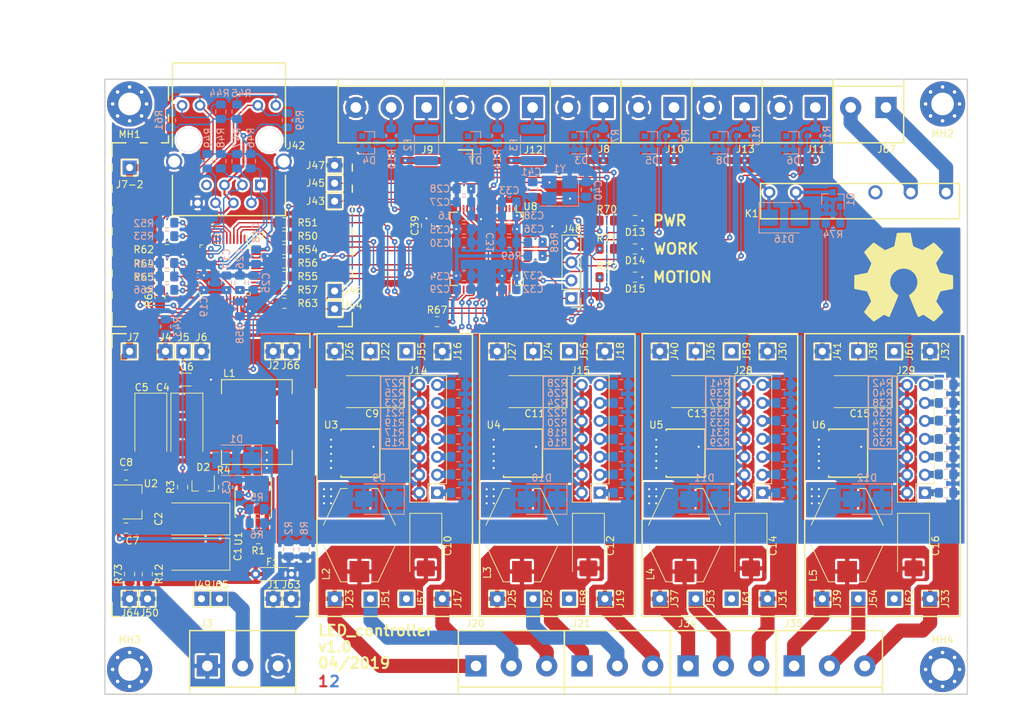
<source format=kicad_pcb>
(kicad_pcb (version 20171130) (host pcbnew 5.0.2-bee76a0~70~ubuntu18.04.1)
  (title_block (title "LED controller") (date 2019-01-09) (company "Engineering Bay"))
  (layers (0 F.Cu signal) (31 B.Cu signal) (34 B.Paste user hide) (35 F.Paste user hide) (36 B.SilkS user) (37 F.SilkS user) (38 B.Mask user) (39 F.Mask user) (44 Edge.Cuts user))
  (net 0 "")
  (net 1 "Net-(D1-Pad1)")
  (net 2 +3.3V)
  (net 3 Vdrv)
  (net 4 Vin)
  (net 5 Vin_sense)
  (net 6 GND)
  (net 7 +12V)
  (net 8 /03_drivers/LED1+)
  (net 9 /03_drivers/LED2+)
  (net 10 PWM1)
  (net 11 /03_drivers/LED1-)
  (net 12 PWM2)
  (net 13 /03_drivers/LED2-)
  (net 14 MDC)
  (net 15 UART_RXD)
  (net 16 MDIO)
  (net 17 /03_drivers/LED4-)
  (net 18 PWM4)
  (net 19 /03_drivers/LED3-)
  (net 20 PWM3)
  (net 21 /03_drivers/LED4+)
  (net 22 /03_drivers/LED3+)
  (net 23 UART_TXD)
  (net 24 "Net-(J12-Pad2)")
  (net 25 "Net-(J9-Pad2)")
  (net 26 switch_in)
  (net 27 dim+)
  (net 28 aux_in)
  (net 29 dim-)
  (net 30 /01_power/Vinf)
  (net 31 RMII_CRS_DV)
  (net 32 "Net-(R63-Pad2)")
  (net 33 /04_ethernet/PWR_DOWN)
  (net 34 /04_ethernet/Vdd)
  (net 35 "Net-(J42-Pad11)")
  (net 36 "Net-(J28-Pad13)")
  (net 37 "Net-(J42-Pad10)")
  (net 38 RMII_RX_ER)
  (net 39 "Net-(R57-Pad2)")
  (net 40 "Net-(R56-Pad2)")
  (net 41 RMII_RXD_1)
  (net 42 RMII_RXD_0)
  (net 43 "Net-(R55-Pad2)")
  (net 44 "Net-(R54-Pad2)")
  (net 45 RMII_TX_EN)
  (net 46 "Net-(R53-Pad2)")
  (net 47 "Net-(R52-Pad2)")
  (net 48 RMII_TXD_1)
  (net 49 "Net-(R51-Pad2)")
  (net 50 "Net-(R50-Pad2)")
  (net 51 RMII_TXD_0)
  (net 52 /04_ethernet/ETH_TD_N)
  (net 53 "Net-(R60-Pad1)")
  (net 54 "Net-(D14-Pad2)")
  (net 55 "Net-(D13-Pad2)")
  (net 56 "Net-(D15-Pad2)")
  (net 57 "Net-(J29-Pad11)")
  (net 58 /04_ethernet/ETH_TD_P)
  (net 59 "Net-(J42-Pad9)")
  (net 60 "Net-(J42-Pad12)")
  (net 61 "Net-(J29-Pad13)")
  (net 62 "Net-(R64-Pad1)")
  (net 63 /05_mcu/Vdd)
  (net 64 ETH_nRESET)
  (net 65 "Net-(R68-Pad2)")
  (net 66 "Net-(R66-Pad1)")
  (net 67 "Net-(R65-Pad1)")
  (net 68 "Net-(J14-Pad13)")
  (net 69 prox_in)
  (net 70 "Net-(J29-Pad5)")
  (net 71 "Net-(J28-Pad5)")
  (net 72 "Net-(J29-Pad3)")
  (net 73 "Net-(J28-Pad3)")
  (net 74 "Net-(J29-Pad1)")
  (net 75 "Net-(J15-Pad13)")
  (net 76 "Net-(J28-Pad1)")
  (net 77 "Net-(J15-Pad11)")
  (net 78 "Net-(J28-Pad11)")
  (net 79 "Net-(J14-Pad7)")
  (net 80 "Net-(J14-Pad9)")
  (net 81 "Net-(J15-Pad9)")
  (net 82 "Net-(J14-Pad11)")
  (net 83 "Net-(J29-Pad9)")
  (net 84 "Net-(J15-Pad5)")
  (net 85 "Net-(J15-Pad3)")
  (net 86 "Net-(J14-Pad5)")
  (net 87 "Net-(R1-Pad2)")
  (net 88 "Net-(J14-Pad3)")
  (net 89 "Net-(J15-Pad1)")
  (net 90 "Net-(J14-Pad1)")
  (net 91 "Net-(R5-Pad2)")
  (net 92 "Net-(J28-Pad9)")
  (net 93 "Net-(J28-Pad7)")
  (net 94 "Net-(J29-Pad7)")
  (net 95 "Net-(J15-Pad7)")
  (net 96 "Net-(D12-Pad2)")
  (net 97 "Net-(D11-Pad2)")
  (net 98 "Net-(D10-Pad2)")
  (net 99 "Net-(D9-Pad2)")
  (net 100 "Net-(C3-Pad1)")
  (net 101 "Net-(U8-Pad2)")
  (net 102 "Net-(U8-Pad3)")
  (net 103 /05_mcu/OSC_IN)
  (net 104 /05_mcu/OSC_OUT)
  (net 105 "Net-(U8-Pad10)")
  (net 106 "Net-(U8-Pad11)")
  (net 107 /05_mcu/Vdda)
  (net 108 "Net-(U8-Pad14)")
  (net 109 RMII_REF_CLK)
  (net 110 "Net-(U8-Pad21)")
  (net 111 "Net-(U8-Pad22)")
  (net 112 "Net-(U8-Pad28)")
  (net 113 "Net-(U8-Pad45)")
  (net 114 /05_mcu/SWDIO)
  (net 115 /05_mcu/SWCLK)
  (net 116 "Net-(U8-Pad50)")
  (net 117 "Net-(U8-Pad53)")
  (net 118 "Net-(U8-Pad54)")
  (net 119 "Net-(U8-Pad55)")
  (net 120 light_in)
  (net 121 "Net-(U7-Pad1)")
  (net 122 "Net-(C23-Pad1)")
  (net 123 "Net-(U7-Pad33)")
  (net 124 "Net-(U7-Pad38)")
  (net 125 "Net-(U7-Pad39)")
  (net 126 "Net-(U7-Pad42)")
  (net 127 "Net-(U7-Pad45)")
  (net 128 "Net-(U7-Pad46)")
  (net 129 "Net-(J42-Pad7)")
  (net 130 "Net-(F2-Pad1)")
  (net 131 "Net-(F3-Pad1)")
  (net 132 "Net-(J3-Pad2)")
  (net 133 /03_drivers/RSV-32)
  (net 134 /03_drivers/RSV-43)
  (net 135 /03_drivers/RSV-33)
  (net 136 /03_drivers/RSV-41)
  (net 137 /03_drivers/RSV-31)
  (net 138 /03_drivers/RSV-23)
  (net 139 /03_drivers/RSV-13)
  (net 140 /03_drivers/RSV-21)
  (net 141 /03_drivers/RSV-11)
  (net 142 /03_drivers/RSV-42)
  (net 143 /03_drivers/RSV-12)
  (net 144 /03_drivers/RSV-22)
  (net 145 "Net-(J3-Pad1)")
  (net 146 /04_ethernet/ETH_RD_N)
  (net 147 /04_ethernet/ETH_RD_P)
  (net 148 /02_interfaces/RL_NO)
  (net 149 /02_interfaces/RL_CO)
  (net 150 aux_ctrl)
  (net 151 "Net-(Q1-Pad1)")
  (net 152 "Net-(D16-Pad2)")
  (net 153 "Net-(K1-Pad12)")
  (net 154 "Net-(U7-Pad25)")
  (net 155 /05_mcu/LED_MOTION)
  (net 156 /05_mcu/LED_WORK)
  (net 157 "Net-(U8-Pad4)")
  (net 158 "Net-(U8-Pad26)")
  (net 159 "Net-(U8-Pad27)")
  (net 160 "Net-(U8-Pad35)")
  (net 161 "Net-(U8-Pad36)")
  (net 162 "Net-(U8-Pad58)")
  (net 163 "Net-(U8-Pad59)")
  (net 164 "Net-(MH2-Pad1)")
  (net 165 "Net-(MH3-Pad1)")
  (net 166 "Net-(MH4-Pad1)")
  (module extras:LED_0805_2012Metric_HandSolder (layer F.Cu) (at 125 74 180)
    (fp_text reference D14 (at 0 -1.65 180) (layer F.SilkS))
    (fp_text value Green)
    (pad 1 smd roundrect (at -1.025 0 180) (size 1.15 1.4) (layers F.Cu F.Paste F.Mask) (roundrect_rratio 0.217391) (net 6 GND))
    (pad 2 smd roundrect (at 1.025 0 180) (size 1.15 1.4) (layers F.Cu F.Paste F.Mask) (roundrect_rratio 0.217391) (net 54 "Net-(D14-Pad2)"))
  )
  (module extras:LED_0805_2012Metric_HandSolder (layer F.Cu) (at 125 70 180)
    (fp_text reference D13 (at 0 -1.65 180) (layer F.SilkS))
    (fp_text value Yellow)
    (pad 2 smd roundrect (at 1.025 0 180) (size 1.15 1.4) (layers F.Cu F.Paste F.Mask) (roundrect_rratio 0.217391) (net 55 "Net-(D13-Pad2)"))
    (pad 1 smd roundrect (at -1.025 0 180) (size 1.15 1.4) (layers F.Cu F.Paste F.Mask) (roundrect_rratio 0.217391) (net 6 GND))
  )
  (module extras:LED_0805_2012Metric_HandSolder (layer F.Cu) (at 125 78 180)
    (fp_text reference D15 (at 0 -1.65 180) (layer F.SilkS))
    (fp_text value Green)
    (pad 1 smd roundrect (at -1.025 0 180) (size 1.15 1.4) (layers F.Cu F.Paste F.Mask) (roundrect_rratio 0.217391) (net 6 GND))
    (pad 2 smd roundrect (at 1.025 0 180) (size 1.15 1.4) (layers F.Cu F.Paste F.Mask) (roundrect_rratio 0.217391) (net 56 "Net-(D15-Pad2)"))
  )
  (module extras:Hanrun_HR9111105A (layer F.Cu) (at 67.55 58.6)
    (fp_text reference J42 (at 9.45 0.8) (layer F.SilkS))
    (fp_text value RJ45_LED_Shielded)
    (pad MH thru_hole circle (at -5.72 0) (size 3.4 3.4) (drill 3.4) (layers *.Cu *.Mask))
    (pad MH thru_hole circle (at 5.72 0) (size 3.4 3.4) (drill 3.4) (layers *.Cu *.Mask))
    (pad 1 thru_hole rect (at 4.45 6.36) (size 1.5 1.5) (drill 0.9) (layers *.Cu *.Mask) (net 58 /04_ethernet/ETH_TD_P))
    (pad 3 thru_hole circle (at 1.91 6.36) (size 1.5 1.5) (drill 0.9) (layers *.Cu *.Mask) (net 147 /04_ethernet/ETH_RD_P))
    (pad 5 thru_hole circle (at -0.63 6.36) (size 1.5 1.5) (drill 0.9) (layers *.Cu *.Mask) (net 34 /04_ethernet/Vdd))
    (pad 7 thru_hole circle (at -3.17 6.36) (size 1.5 1.5) (drill 0.9) (layers *.Cu *.Mask) (net 129 "Net-(J42-Pad7)"))
    (pad 8 thru_hole circle (at -4.44 8.9) (size 1.5 1.5) (drill 0.9) (layers *.Cu *.Mask) (net 6 GND))
    (pad 2 thru_hole circle (at 3.18 8.9) (size 1.5 1.5) (drill 0.9) (layers *.Cu *.Mask) (net 52 /04_ethernet/ETH_TD_N))
    (pad 4 thru_hole circle (at 0.64 8.9) (size 1.5 1.5) (drill 0.9) (layers *.Cu *.Mask) (net 34 /04_ethernet/Vdd))
    (pad 6 thru_hole circle (at -1.9 8.9) (size 1.5 1.5) (drill 0.9) (layers *.Cu *.Mask) (net 146 /04_ethernet/ETH_RD_N))
    (pad 9 thru_hole circle (at 6.63 -4.9) (size 1.5 1.5) (drill 0.9) (layers *.Cu *.Mask) (net 59 "Net-(J42-Pad9)"))
    (pad 10 thru_hole circle (at 4.09 -4.9) (size 1.5 1.5) (drill 0.9) (layers *.Cu *.Mask) (net 37 "Net-(J42-Pad10)"))
    (pad 11 thru_hole circle (at -4.09 -4.9) (size 1.5 1.5) (drill 0.9) (layers *.Cu *.Mask) (net 35 "Net-(J42-Pad11)"))
    (pad 12 thru_hole circle (at -6.63 -4.9) (size 1.5 1.5) (drill 0.9) (layers *.Cu *.Mask) (net 60 "Net-(J42-Pad12)"))
    (pad SH thru_hole circle (at -7.75 3.05) (size 2.3 2.3) (drill 1.7) (layers *.Cu *.Mask) (net 6 GND))
    (pad SH thru_hole circle (at 7.75 3.05) (size 2.3 2.3) (drill 1.7) (layers *.Cu *.Mask) (net 6 GND))
  )
  (module extras:L_Bourns-SRR1005 (layer F.Cu) (at 155 114.5 270)
    (fp_text reference L5 (at 5.7 4.8 270) (layer F.SilkS))
    (fp_text value 68uH)
    (pad 2 smd rect (at 5.15 0 270) (size 3 2.8) (layers F.Cu F.Paste F.Mask) (net 17 /03_drivers/LED4-))
    (pad 1 smd rect (at -5.15 0 270) (size 3 2.8) (layers F.Cu F.Paste F.Mask) (net 96 "Net-(D12-Pad2)"))
  )
  (module extras:L_Bourns-SRR1005 (layer F.Cu) (at 132 114.5 270)
    (fp_text reference L4 (at 5.5 4.8 270) (layer F.SilkS))
    (fp_text value 68uH)
    (pad 2 smd rect (at 5.15 0 270) (size 3 2.8) (layers F.Cu F.Paste F.Mask) (net 19 /03_drivers/LED3-))
    (pad 1 smd rect (at -5.15 0 270) (size 3 2.8) (layers F.Cu F.Paste F.Mask) (net 97 "Net-(D11-Pad2)"))
  )
  (module extras:L_Bourns-SRR1005 (layer F.Cu) (at 109 114.5 270)
    (fp_text reference L3 (at 5.3 4.9 270) (layer F.SilkS))
    (fp_text value 68uH)
    (pad 2 smd rect (at 5.15 0 270) (size 3 2.8) (layers F.Cu F.Paste F.Mask) (net 13 /03_drivers/LED2-))
    (pad 1 smd rect (at -5.15 0 270) (size 3 2.8) (layers F.Cu F.Paste F.Mask) (net 98 "Net-(D10-Pad2)"))
  )
  (module extras:L_Bourns-SRR1005 (layer F.Cu) (at 86 114.5 270)
    (fp_text reference L2 (at 5.5 4.7 270) (layer F.SilkS))
    (fp_text value 68uH)
    (pad 2 smd rect (at 5.15 0 270) (size 3 2.8) (layers F.Cu F.Paste F.Mask) (net 11 /03_drivers/LED1-))
    (pad 1 smd rect (at -5.15 0 270) (size 3 2.8) (layers F.Cu F.Paste F.Mask) (net 99 "Net-(D9-Pad2)"))
  )
  (module extras:MF-R185 (layer F.Cu) (at 76.4 120 180)
    (fp_text reference F1 (at 2.7 1.7 180) (layer F.SilkS))
    (fp_text value Fuse)
    (pad 2 thru_hole oval (at 5.08 0 180) (size 1.4 1.4) (drill 0.7) (layers *.Cu *.Mask) (net 30 /01_power/Vinf))
    (pad 1 thru_hole circle (at 0 0 180) (size 1.4 1.4) (drill 0.7) (layers *.Cu *.Mask) (net 4 Vin))
  )
  (module extras:TB-02_metric (layer F.Cu) (at 160.5 54 180)
    (fp_text reference J67 (at -0.1 -5.9 180) (layer F.SilkS))
    (fp_text value TB-02)
    (pad 2 thru_hole circle (at 5 0 180) (size 3 3) (drill 1.5) (layers *.Cu *.Mask) (net 149 /02_interfaces/RL_CO))
    (pad 1 thru_hole rect (at 0 0 180) (size 3 3) (drill 1.5) (layers *.Cu *.Mask) (net 148 /02_interfaces/RL_NO))
  )
  (module extras:TB-02_metric (layer F.Cu) (at 140.5 54 180)
    (fp_text reference J13 (at -0.1 -5.9 180) (layer F.SilkS))
    (fp_text value TB-02)
    (pad 2 thru_hole circle (at 5 0 180) (size 3 3) (drill 1.5) (layers *.Cu *.Mask) (net 6 GND))
    (pad 1 thru_hole rect (at 0 0 180) (size 3 3) (drill 1.5) (layers *.Cu *.Mask) (net 29 dim-))
  )
  (module extras:TB-02_metric (layer F.Cu) (at 120.5 54 180)
    (fp_text reference J8 (at -0.1 -5.9 180) (layer F.SilkS))
    (fp_text value TB-02)
    (pad 2 thru_hole circle (at 5 0 180) (size 3 3) (drill 1.5) (layers *.Cu *.Mask) (net 6 GND))
    (pad 1 thru_hole rect (at 0 0 180) (size 3 3) (drill 1.5) (layers *.Cu *.Mask) (net 26 switch_in))
  )
  (module extras:TB-02_metric (layer F.Cu) (at 130.5 54 180)
    (fp_text reference J10 (at -0.1 -5.9 180) (layer F.SilkS))
    (fp_text value TB-02)
    (pad 2 thru_hole circle (at 5 0 180) (size 3 3) (drill 1.5) (layers *.Cu *.Mask) (net 6 GND))
    (pad 1 thru_hole rect (at 0 0 180) (size 3 3) (drill 1.5) (layers *.Cu *.Mask) (net 27 dim+))
  )
  (module extras:TB-02_metric (layer F.Cu) (at 150.5 54 180)
    (fp_text reference J11 (at -0.1 -5.9 180) (layer F.SilkS))
    (fp_text value TB-02)
    (pad 2 thru_hole circle (at 5 0 180) (size 3 3) (drill 1.5) (layers *.Cu *.Mask) (net 6 GND))
    (pad 1 thru_hole rect (at 0 0 180) (size 3 3) (drill 1.5) (layers *.Cu *.Mask) (net 28 aux_in))
  )
  (module extras:TB-03_metric (layer F.Cu) (at 132.5 133)
    (fp_text reference J34 (at -0.1 -6) (layer F.SilkS))
    (fp_text value TB-03)
    (pad 3 thru_hole circle (at 10 0) (size 3 3) (drill 1.5) (layers *.Cu *.Mask) (net 22 /03_drivers/LED3+))
    (pad 2 thru_hole circle (at 5 0) (size 3 3) (drill 1.5) (layers *.Cu *.Mask) (net 133 /03_drivers/RSV-32))
    (pad 1 thru_hole rect (at 0 0) (size 3 3) (drill 1.5) (layers *.Cu *.Mask) (net 19 /03_drivers/LED3-))
  )
  (module extras:TB-03_metric (layer F.Cu) (at 147.5 133)
    (fp_text reference J35 (at -0.1 -6) (layer F.SilkS))
    (fp_text value TB-03)
    (pad 3 thru_hole circle (at 10 0) (size 3 3) (drill 1.5) (layers *.Cu *.Mask) (net 21 /03_drivers/LED4+))
    (pad 2 thru_hole circle (at 5 0) (size 3 3) (drill 1.5) (layers *.Cu *.Mask) (net 142 /03_drivers/RSV-42))
    (pad 1 thru_hole rect (at 0 0) (size 3 3) (drill 1.5) (layers *.Cu *.Mask) (net 17 /03_drivers/LED4-))
  )
  (module extras:TB-03_metric (layer F.Cu) (at 117.5 133)
    (fp_text reference J21 (at -0.1 -6) (layer F.SilkS))
    (fp_text value TB-03)
    (pad 3 thru_hole circle (at 10 0) (size 3 3) (drill 1.5) (layers *.Cu *.Mask) (net 9 /03_drivers/LED2+))
    (pad 2 thru_hole circle (at 5 0) (size 3 3) (drill 1.5) (layers *.Cu *.Mask) (net 144 /03_drivers/RSV-22))
    (pad 1 thru_hole rect (at 0 0) (size 3 3) (drill 1.5) (layers *.Cu *.Mask) (net 13 /03_drivers/LED2-))
  )
  (module extras:TB-03_metric (layer F.Cu) (at 102.5 133)
    (fp_text reference J20 (at -0.1 -6) (layer F.SilkS))
    (fp_text value TB-03)
    (pad 3 thru_hole circle (at 10 0) (size 3 3) (drill 1.5) (layers *.Cu *.Mask) (net 8 /03_drivers/LED1+))
    (pad 2 thru_hole circle (at 5 0) (size 3 3) (drill 1.5) (layers *.Cu *.Mask) (net 143 /03_drivers/RSV-12))
    (pad 1 thru_hole rect (at 0 0) (size 3 3) (drill 1.5) (layers *.Cu *.Mask) (net 11 /03_drivers/LED1-))
  )
  (module extras:TB-03_metric (layer F.Cu) (at 110.5 54 180)
    (fp_text reference J12 (at -0.1 -6 180) (layer F.SilkS))
    (fp_text value TB-03)
    (pad 3 thru_hole circle (at 10 0 180) (size 3 3) (drill 1.5) (layers *.Cu *.Mask) (net 6 GND))
    (pad 2 thru_hole circle (at 5 0 180) (size 3 3) (drill 1.5) (layers *.Cu *.Mask) (net 24 "Net-(J12-Pad2)"))
    (pad 1 thru_hole rect (at 0 0 180) (size 3 3) (drill 1.5) (layers *.Cu *.Mask) (net 131 "Net-(F3-Pad1)"))
  )
  (module extras:TB-03_metric (layer F.Cu) (at 95.5 54 180)
    (fp_text reference J9 (at -0.1 -6 180) (layer F.SilkS))
    (fp_text value TB-03)
    (pad 3 thru_hole circle (at 10 0 180) (size 3 3) (drill 1.5) (layers *.Cu *.Mask) (net 6 GND))
    (pad 2 thru_hole circle (at 5 0 180) (size 3 3) (drill 1.5) (layers *.Cu *.Mask) (net 25 "Net-(J9-Pad2)"))
    (pad 1 thru_hole rect (at 0 0 180) (size 3 3) (drill 1.5) (layers *.Cu *.Mask) (net 130 "Net-(F2-Pad1)"))
  )
  (module extras:TB-03_metric (layer F.Cu) (at 64.5 133)
    (fp_text reference J3 (at -0.1 -6) (layer F.SilkS))
    (fp_text value TB-03)
    (pad 3 thru_hole circle (at 10 0) (size 3 3) (drill 1.5) (layers *.Cu *.Mask) (net 4 Vin))
    (pad 2 thru_hole circle (at 5 0) (size 3 3) (drill 1.5) (layers *.Cu *.Mask) (net 132 "Net-(J3-Pad2)"))
    (pad 1 thru_hole rect (at 0 0) (size 3 3) (drill 1.5) (layers *.Cu *.Mask) (net 145 "Net-(J3-Pad1)"))
  )
  (module MountingHole:MountingHole_3.2mm_M3_Pad_Via (layer F.Cu) (at 168.5 133.5)
    (fp_text reference MH4 (at 0 -4.2) (layer F.SilkS))
    (fp_text value MH)
    (pad 1 thru_hole circle (at 1.697056 -1.697056) (size 0.8 0.8) (drill 0.5) (layers *.Cu *.Mask) (net 166 "Net-(MH4-Pad1)"))
    (pad 1 thru_hole circle (at 0 -2.4) (size 0.8 0.8) (drill 0.5) (layers *.Cu *.Mask) (net 166 "Net-(MH4-Pad1)"))
    (pad 1 thru_hole circle (at -1.697056 -1.697056) (size 0.8 0.8) (drill 0.5) (layers *.Cu *.Mask) (net 166 "Net-(MH4-Pad1)"))
    (pad 1 thru_hole circle (at -2.4 0) (size 0.8 0.8) (drill 0.5) (layers *.Cu *.Mask) (net 166 "Net-(MH4-Pad1)"))
    (pad 1 thru_hole circle (at -1.697056 1.697056) (size 0.8 0.8) (drill 0.5) (layers *.Cu *.Mask) (net 166 "Net-(MH4-Pad1)"))
    (pad 1 thru_hole circle (at 0 2.4) (size 0.8 0.8) (drill 0.5) (layers *.Cu *.Mask) (net 166 "Net-(MH4-Pad1)"))
    (pad 1 thru_hole circle (at 1.697056 1.697056) (size 0.8 0.8) (drill 0.5) (layers *.Cu *.Mask) (net 166 "Net-(MH4-Pad1)"))
    (pad 1 thru_hole circle (at 2.4 0) (size 0.8 0.8) (drill 0.5) (layers *.Cu *.Mask) (net 166 "Net-(MH4-Pad1)"))
    (pad 1 thru_hole circle (at 0 0) (size 6.4 6.4) (drill 3.2) (layers *.Cu *.Mask) (net 166 "Net-(MH4-Pad1)"))
  )
  (module MountingHole:MountingHole_3.2mm_M3_Pad_Via (layer F.Cu) (at 53.5 133.5)
    (fp_text reference MH3 (at 0 -4.2) (layer F.SilkS))
    (fp_text value MH)
    (pad 1 thru_hole circle (at 1.697056 -1.697056) (size 0.8 0.8) (drill 0.5) (layers *.Cu *.Mask) (net 165 "Net-(MH3-Pad1)"))
    (pad 1 thru_hole circle (at 0 -2.4) (size 0.8 0.8) (drill 0.5) (layers *.Cu *.Mask) (net 165 "Net-(MH3-Pad1)"))
    (pad 1 thru_hole circle (at -1.697056 -1.697056) (size 0.8 0.8) (drill 0.5) (layers *.Cu *.Mask) (net 165 "Net-(MH3-Pad1)"))
    (pad 1 thru_hole circle (at -2.4 0) (size 0.8 0.8) (drill 0.5) (layers *.Cu *.Mask) (net 165 "Net-(MH3-Pad1)"))
    (pad 1 thru_hole circle (at -1.697056 1.697056) (size 0.8 0.8) (drill 0.5) (layers *.Cu *.Mask) (net 165 "Net-(MH3-Pad1)"))
    (pad 1 thru_hole circle (at 0 2.4) (size 0.8 0.8) (drill 0.5) (layers *.Cu *.Mask) (net 165 "Net-(MH3-Pad1)"))
    (pad 1 thru_hole circle (at 1.697056 1.697056) (size 0.8 0.8) (drill 0.5) (layers *.Cu *.Mask) (net 165 "Net-(MH3-Pad1)"))
    (pad 1 thru_hole circle (at 2.4 0) (size 0.8 0.8) (drill 0.5) (layers *.Cu *.Mask) (net 165 "Net-(MH3-Pad1)"))
    (pad 1 thru_hole circle (at 0 0) (size 6.4 6.4) (drill 3.2) (layers *.Cu *.Mask) (net 165 "Net-(MH3-Pad1)"))
  )
  (module MountingHole:MountingHole_3.2mm_M3_Pad_Via (layer F.Cu) (at 168.5 53.5)
    (fp_text reference MH2 (at 0 4.2) (layer F.SilkS))
    (fp_text value MH)
    (pad 1 thru_hole circle (at 1.697056 -1.697056) (size 0.8 0.8) (drill 0.5) (layers *.Cu *.Mask) (net 164 "Net-(MH2-Pad1)"))
    (pad 1 thru_hole circle (at 0 -2.4) (size 0.8 0.8) (drill 0.5) (layers *.Cu *.Mask) (net 164 "Net-(MH2-Pad1)"))
    (pad 1 thru_hole circle (at -1.697056 -1.697056) (size 0.8 0.8) (drill 0.5) (layers *.Cu *.Mask) (net 164 "Net-(MH2-Pad1)"))
    (pad 1 thru_hole circle (at -2.4 0) (size 0.8 0.8) (drill 0.5) (layers *.Cu *.Mask) (net 164 "Net-(MH2-Pad1)"))
    (pad 1 thru_hole circle (at -1.697056 1.697056) (size 0.8 0.8) (drill 0.5) (layers *.Cu *.Mask) (net 164 "Net-(MH2-Pad1)"))
    (pad 1 thru_hole circle (at 0 2.4) (size 0.8 0.8) (drill 0.5) (layers *.Cu *.Mask) (net 164 "Net-(MH2-Pad1)"))
    (pad 1 thru_hole circle (at 1.697056 1.697056) (size 0.8 0.8) (drill 0.5) (layers *.Cu *.Mask) (net 164 "Net-(MH2-Pad1)"))
    (pad 1 thru_hole circle (at 2.4 0) (size 0.8 0.8) (drill 0.5) (layers *.Cu *.Mask) (net 164 "Net-(MH2-Pad1)"))
    (pad 1 thru_hole circle (at 0 0) (size 6.4 6.4) (drill 3.2) (layers *.Cu *.Mask) (net 164 "Net-(MH2-Pad1)"))
  )
  (module MountingHole:MountingHole_3.2mm_M3_Pad_Via (layer F.Cu) (at 53.5 53.5)
    (fp_text reference MH1 (at 0 4.3) (layer F.SilkS))
    (fp_text value MH)
    (pad 1 thru_hole circle (at 1.697056 -1.697056) (size 0.8 0.8) (drill 0.5) (layers *.Cu *.Mask) (net 6 GND))
    (pad 1 thru_hole circle (at 0 -2.4) (size 0.8 0.8) (drill 0.5) (layers *.Cu *.Mask) (net 6 GND))
    (pad 1 thru_hole circle (at -1.697056 -1.697056) (size 0.8 0.8) (drill 0.5) (layers *.Cu *.Mask) (net 6 GND))
    (pad 1 thru_hole circle (at -2.4 0) (size 0.8 0.8) (drill 0.5) (layers *.Cu *.Mask) (net 6 GND))
    (pad 1 thru_hole circle (at -1.697056 1.697056) (size 0.8 0.8) (drill 0.5) (layers *.Cu *.Mask) (net 6 GND))
    (pad 1 thru_hole circle (at 0 2.4) (size 0.8 0.8) (drill 0.5) (layers *.Cu *.Mask) (net 6 GND))
    (pad 1 thru_hole circle (at 1.697056 1.697056) (size 0.8 0.8) (drill 0.5) (layers *.Cu *.Mask) (net 6 GND))
    (pad 1 thru_hole circle (at 2.4 0) (size 0.8 0.8) (drill 0.5) (layers *.Cu *.Mask) (net 6 GND))
    (pad 1 thru_hole circle (at 0 0) (size 6.4 6.4) (drill 3.2) (layers *.Cu *.Mask) (net 6 GND))
  )
  (module extras:Relay_TE_V23092 (layer F.Cu) (at 144 66)
    (fp_text reference K1 (at -2.5 3) (layer F.SilkS))
    (fp_text value V23092-A1012-A301)
    (pad 14 thru_hole circle (at 25 0) (size 2 2) (drill 1.3) (layers *.Cu *.Mask) (net 148 /02_interfaces/RL_NO))
    (pad 11 thru_hole circle (at 20 0) (size 2 2) (drill 1.3) (layers *.Cu *.Mask) (net 149 /02_interfaces/RL_CO))
    (pad 12 thru_hole circle (at 15 0) (size 2 2) (drill 1.3) (layers *.Cu *.Mask) (net 153 "Net-(K1-Pad12)"))
    (pad A2 thru_hole circle (at 3.75 0) (size 1.7 1.7) (drill 1) (layers *.Cu *.Mask) (net 152 "Net-(D16-Pad2)"))
    (pad A1 thru_hole circle (at 0 0) (size 1.7 1.7) (drill 1) (layers *.Cu *.Mask) (net 7 +12V))
  )
  (module Diode_SMD:D_SMB (layer B.Cu) (at 146.1 69.6)
    (fp_text reference D16 (at 0 3) (layer B.SilkS) (effects (justify mirror)))
    (fp_text value B240)
    (pad 2 smd rect (at 2.15 0) (size 2.5 2.3) (layers B.Cu B.Paste B.Mask) (net 152 "Net-(D16-Pad2)"))
    (pad 1 smd rect (at -2.15 0) (size 2.5 2.3) (layers B.Cu B.Paste B.Mask) (net 7 +12V))
  )
  (module Package_TO_SOT_SMD:SOT-23 (layer B.Cu) (at 153 67 90)
    (fp_text reference Q1 (at 0 2.5 90) (layer B.SilkS) (effects (justify mirror)))
    (fp_text value MMBF170)
    (pad 3 smd rect (at 1 0 90) (size 0.9 0.8) (layers B.Cu B.Paste B.Mask) (net 152 "Net-(D16-Pad2)"))
    (pad 2 smd rect (at -1 -0.95 90) (size 0.9 0.8) (layers B.Cu B.Paste B.Mask) (net 6 GND))
    (pad 1 smd rect (at -1 0.95 90) (size 0.9 0.8) (layers B.Cu B.Paste B.Mask) (net 151 "Net-(Q1-Pad1)"))
  )
  (module Resistor_SMD:R_0805_2012Metric_Pad1.15x1.40mm_HandSolder (layer B.Cu) (at 153 70.3)
    (fp_text reference R74 (at 0 1.65) (layer B.SilkS) (effects (justify mirror)))
    (fp_text value 330)
    (pad 2 smd roundrect (at 1.025 0) (size 1.15 1.4) (layers B.Cu B.Paste B.Mask) (roundrect_rratio 0.217391) (net 151 "Net-(Q1-Pad1)"))
    (pad 1 smd roundrect (at -1.025 0) (size 1.15 1.4) (layers B.Cu B.Paste B.Mask) (roundrect_rratio 0.217391) (net 150 aux_ctrl))
  )
  (module TestPoint:TestPoint_THTPad_2.0x2.0mm_Drill1.0mm (layer F.Cu) (at 53.5 62.5)
    (fp_text reference J7-2 (at 0 2.4) (layer F.SilkS))
    (fp_text value Pin)
    (pad 1 thru_hole rect (at 0 0) (size 2 2) (drill 1) (layers *.Cu *.Mask) (net 7 +12V))
  )
  (module Diode_SMD:D_SOT-23_ANK (layer B.Cu) (at 102.4 59)
    (fp_text reference D7 (at 0 2.5) (layer B.SilkS) (effects (justify mirror)))
    (fp_text value BZX84C3V3)
    (pad 1 smd rect (at 1 0) (size 0.9 0.8) (layers B.Cu B.Paste B.Mask) (net 120 light_in))
    (pad "" smd rect (at -1 -0.95) (size 0.9 0.8) (layers B.Cu B.Paste B.Mask))
    (pad 2 smd rect (at -1 0.95) (size 0.9 0.8) (layers B.Cu B.Paste B.Mask) (net 6 GND))
  )
  (module Resistor_SMD:R_0805_2012Metric_Pad1.15x1.40mm_HandSolder (layer B.Cu) (at 105.5 58 270)
    (fp_text reference R14 (at 3.3 0 270) (layer B.SilkS) (effects (justify mirror)))
    (fp_text value 12k)
    (pad 2 smd roundrect (at 1.025 0 270) (size 1.15 1.4) (layers B.Cu B.Paste B.Mask) (roundrect_rratio 0.217391) (net 120 light_in))
    (pad 1 smd roundrect (at -1.025 0 270) (size 1.15 1.4) (layers B.Cu B.Paste B.Mask) (roundrect_rratio 0.217391) (net 24 "Net-(J12-Pad2)"))
  )
  (module Resistor_SMD:R_1812_4532Metric_Pad1.30x3.40mm_HandSolder (layer B.Cu) (at 110.5 59.3 270)
    (fp_text reference F3 (at 0 2.65 270) (layer B.SilkS) (effects (justify mirror)))
    (fp_text value 0.1A)
    (pad 2 smd roundrect (at 2.225 0 270) (size 1.3 3.4) (layers B.Cu B.Paste B.Mask) (roundrect_rratio 0.192308) (net 7 +12V))
    (pad 1 smd roundrect (at -2.225 0 270) (size 1.3 3.4) (layers B.Cu B.Paste B.Mask) (roundrect_rratio 0.192308) (net 131 "Net-(F3-Pad1)"))
  )
  (module Diode_SMD:D_SMB (layer B.Cu) (at 68.6 103.9 180)
    (fp_text reference D1 (at 0 3 180) (layer B.SilkS) (effects (justify mirror)))
    (fp_text value B240)
    (pad 2 smd rect (at 2.15 0 180) (size 2.5 2.3) (layers B.Cu B.Paste B.Mask) (net 6 GND))
    (pad 1 smd rect (at -2.15 0 180) (size 2.5 2.3) (layers B.Cu B.Paste B.Mask) (net 1 "Net-(D1-Pad1)"))
  )
  (module Resistor_SMD:R_0805_2012Metric_Pad1.15x1.40mm_HandSolder (layer B.Cu) (at 78.2 116.5 90)
    (fp_text reference R8 (at 3 0 90) (layer B.SilkS) (effects (justify mirror)))
    (fp_text value 0R)
    (pad 2 smd roundrect (at 1.025 0 90) (size 1.15 1.4) (layers B.Cu B.Paste B.Mask) (roundrect_rratio 0.217391) (net 3 Vdrv))
    (pad 1 smd roundrect (at -1.025 0 90) (size 1.15 1.4) (layers B.Cu B.Paste B.Mask) (roundrect_rratio 0.217391) (net 4 Vin))
  )
  (module Resistor_SMD:R_0805_2012Metric_Pad1.15x1.40mm_HandSolder (layer F.Cu) (at 56 120 270)
    (fp_text reference R12 (at 0 -1.65 270) (layer F.SilkS))
    (fp_text value 0R)
    (pad 2 smd roundrect (at 1.025 0 270) (size 1.15 1.4) (layers F.Cu F.Paste F.Mask) (roundrect_rratio 0.217391) (net 145 "Net-(J3-Pad1)"))
    (pad 1 smd roundrect (at -1.025 0 270) (size 1.15 1.4) (layers F.Cu F.Paste F.Mask) (roundrect_rratio 0.217391) (net 6 GND))
  )
  (module TestPoint:TestPoint_THTPad_2.0x2.0mm_Drill1.0mm (layer F.Cu) (at 76.36 88.5)
    (fp_text reference J66 (at -0.06 2) (layer F.SilkS))
    (fp_text value Pin)
    (pad 1 thru_hole rect (at 0 0) (size 2 2) (drill 1) (layers *.Cu *.Mask) (net 3 Vdrv))
  )
  (module TestPoint:TestPoint_THTPad_2.0x2.0mm_Drill1.0mm (layer F.Cu) (at 66.2 123.5)
    (fp_text reference J65 (at 0 -1.998) (layer F.SilkS))
    (fp_text value Pin)
    (pad 1 thru_hole rect (at 0 0) (size 2 2) (drill 1) (layers *.Cu *.Mask) (net 132 "Net-(J3-Pad2)"))
  )
  (module TestPoint:TestPoint_THTPad_2.0x2.0mm_Drill1.0mm (layer F.Cu) (at 76.36 123.5)
    (fp_text reference J63 (at 0 -1.998) (layer F.SilkS))
    (fp_text value Pin)
    (pad 1 thru_hole rect (at 0 0) (size 2 2) (drill 1) (layers *.Cu *.Mask) (net 4 Vin))
  )
  (module TestPoint:TestPoint_THTPad_2.0x2.0mm_Drill1.0mm (layer F.Cu) (at 53.5 123.5)
    (fp_text reference J64 (at 0.1 2) (layer F.SilkS))
    (fp_text value Pin)
    (pad 1 thru_hole rect (at 0 0) (size 2 2) (drill 1) (layers *.Cu *.Mask) (net 145 "Net-(J3-Pad1)"))
  )
  (module Capacitor_SMD:C_0805_2012Metric_Pad1.15x1.40mm_HandSolder (layer B.Cu) (at 107.2 73.1 180)
    (fp_text reference C31 (at 2.7 0 270) (layer B.SilkS) (effects (justify mirror)))
    (fp_text value 0.1uF)
    (pad 2 smd roundrect (at 1.025 0 180) (size 1.15 1.4) (layers B.Cu B.Paste B.Mask) (roundrect_rratio 0.217391) (net 6 GND))
    (pad 1 smd roundrect (at -1.025 0 180) (size 1.15 1.4) (layers B.Cu B.Paste B.Mask) (roundrect_rratio 0.217391) (net 63 /05_mcu/Vdd))
  )
  (module Capacitor_SMD:C_0805_2012Metric_Pad1.15x1.40mm_HandSolder (layer B.Cu) (at 110.5 65.6 90)
    (fp_text reference C41 (at 2.5 -0.2) (layer B.SilkS) (effects (justify mirror)))
    (fp_text value 33pF)
    (pad 2 smd roundrect (at 1.025 0 90) (size 1.15 1.4) (layers B.Cu B.Paste B.Mask) (roundrect_rratio 0.217391) (net 104 /05_mcu/OSC_OUT))
    (pad 1 smd roundrect (at -1.025 0 90) (size 1.15 1.4) (layers B.Cu B.Paste B.Mask) (roundrect_rratio 0.217391) (net 6 GND))
  )
  (module Capacitor_SMD:C_0805_2012Metric_Pad1.15x1.40mm_HandSolder (layer B.Cu) (at 118.1 65.6 270)
    (fp_text reference C40 (at 0.1 -1.7 270) (layer B.SilkS) (effects (justify mirror)))
    (fp_text value 33pF)
    (pad 2 smd roundrect (at 1.025 0 270) (size 1.15 1.4) (layers B.Cu B.Paste B.Mask) (roundrect_rratio 0.217391) (net 103 /05_mcu/OSC_IN))
    (pad 1 smd roundrect (at -1.025 0 270) (size 1.15 1.4) (layers B.Cu B.Paste B.Mask) (roundrect_rratio 0.217391) (net 6 GND))
  )
  (module Capacitor_SMD:C_0805_2012Metric_Pad1.15x1.40mm_HandSolder (layer B.Cu) (at 68.8 107.7 90)
    (fp_text reference C3 (at 0 -1.6 90) (layer B.SilkS) (effects (justify mirror)))
    (fp_text value 470pF)
    (pad 2 smd roundrect (at 1.025 0 90) (size 1.15 1.4) (layers B.Cu B.Paste B.Mask) (roundrect_rratio 0.217391) (net 6 GND))
    (pad 1 smd roundrect (at -1.025 0 90) (size 1.15 1.4) (layers B.Cu B.Paste B.Mask) (roundrect_rratio 0.217391) (net 100 "Net-(C3-Pad1)"))
  )
  (module Capacitor_SMD:C_0805_2012Metric_Pad1.15x1.40mm_HandSolder (layer F.Cu) (at 95.5 70.7 90)
    (fp_text reference C39 (at 0 -1.65 90) (layer F.SilkS))
    (fp_text value 0.01uF)
    (pad 2 smd roundrect (at 1.025 0 90) (size 1.15 1.4) (layers F.Cu F.Paste F.Mask) (roundrect_rratio 0.217391) (net 6 GND))
    (pad 1 smd roundrect (at -1.025 0 90) (size 1.15 1.4) (layers F.Cu F.Paste F.Mask) (roundrect_rratio 0.217391) (net 5 Vin_sense))
  )
  (module Capacitor_SMD:C_0805_2012Metric_Pad1.15x1.40mm_HandSolder (layer B.Cu) (at 107.2 69.3 180)
    (fp_text reference C38 (at -3.5 0 180) (layer B.SilkS) (effects (justify mirror)))
    (fp_text value 0.01uF)
    (pad 2 smd roundrect (at 1.025 0 180) (size 1.15 1.4) (layers B.Cu B.Paste B.Mask) (roundrect_rratio 0.217391) (net 6 GND))
    (pad 1 smd roundrect (at -1.025 0 180) (size 1.15 1.4) (layers B.Cu B.Paste B.Mask) (roundrect_rratio 0.217391) (net 63 /05_mcu/Vdd))
  )
  (module Capacitor_SMD:C_0805_2012Metric_Pad1.15x1.40mm_HandSolder (layer F.Cu) (at 53 113.5)
    (fp_text reference C7 (at 0.9 1.8) (layer F.SilkS))
    (fp_text value 1uF)
    (pad 2 smd roundrect (at 1.025 0) (size 1.15 1.4) (layers F.Cu F.Paste F.Mask) (roundrect_rratio 0.217391) (net 6 GND))
    (pad 1 smd roundrect (at -1.025 0) (size 1.15 1.4) (layers F.Cu F.Paste F.Mask) (roundrect_rratio 0.217391) (net 30 /01_power/Vinf))
  )
  (module Capacitor_SMD:C_0805_2012Metric_Pad1.15x1.40mm_HandSolder (layer F.Cu) (at 53 106)
    (fp_text reference C8 (at 0 -1.8) (layer F.SilkS))
    (fp_text value 1uF)
    (pad 2 smd roundrect (at 1.025 0) (size 1.15 1.4) (layers F.Cu F.Paste F.Mask) (roundrect_rratio 0.217391) (net 6 GND))
    (pad 1 smd roundrect (at -1.025 0) (size 1.15 1.4) (layers F.Cu F.Paste F.Mask) (roundrect_rratio 0.217391) (net 7 +12V))
  )
  (module Capacitor_SMD:C_0805_2012Metric_Pad1.15x1.40mm_HandSolder (layer B.Cu) (at 107.2 77.8 180)
    (fp_text reference C37 (at -3.4 0 180) (layer B.SilkS) (effects (justify mirror)))
    (fp_text value 0.01uF)
    (pad 2 smd roundrect (at 1.025 0 180) (size 1.15 1.4) (layers B.Cu B.Paste B.Mask) (roundrect_rratio 0.217391) (net 6 GND))
    (pad 1 smd roundrect (at -1.025 0 180) (size 1.15 1.4) (layers B.Cu B.Paste B.Mask) (roundrect_rratio 0.217391) (net 63 /05_mcu/Vdd))
  )
  (module Capacitor_SMD:C_0805_2012Metric_Pad1.15x1.40mm_HandSolder (layer B.Cu) (at 107.2 71.2 180)
    (fp_text reference C36 (at -3.5 0 180) (layer B.SilkS) (effects (justify mirror)))
    (fp_text value 0.01uF)
    (pad 2 smd roundrect (at 1.025 0 180) (size 1.15 1.4) (layers B.Cu B.Paste B.Mask) (roundrect_rratio 0.217391) (net 6 GND))
    (pad 1 smd roundrect (at -1.025 0 180) (size 1.15 1.4) (layers B.Cu B.Paste B.Mask) (roundrect_rratio 0.217391) (net 63 /05_mcu/Vdd))
  )
  (module Capacitor_SMD:C_0805_2012Metric_Pad1.15x1.40mm_HandSolder (layer B.Cu) (at 100.8 71.2)
    (fp_text reference C35 (at -3.4 0.1) (layer B.SilkS) (effects (justify mirror)))
    (fp_text value 0.01uF)
    (pad 2 smd roundrect (at 1.025 0) (size 1.15 1.4) (layers B.Cu B.Paste B.Mask) (roundrect_rratio 0.217391) (net 6 GND))
    (pad 1 smd roundrect (at -1.025 0) (size 1.15 1.4) (layers B.Cu B.Paste B.Mask) (roundrect_rratio 0.217391) (net 63 /05_mcu/Vdd))
  )
  (module Capacitor_SMD:C_0805_2012Metric_Pad1.15x1.40mm_HandSolder (layer B.Cu) (at 100.8 77.8)
    (fp_text reference C34 (at -3.4 0.1) (layer B.SilkS) (effects (justify mirror)))
    (fp_text value 0.01uF)
    (pad 2 smd roundrect (at 1.025 0) (size 1.15 1.4) (layers B.Cu B.Paste B.Mask) (roundrect_rratio 0.217391) (net 6 GND))
    (pad 1 smd roundrect (at -1.025 0) (size 1.15 1.4) (layers B.Cu B.Paste B.Mask) (roundrect_rratio 0.217391) (net 63 /05_mcu/Vdd))
  )
  (module Capacitor_SMD:C_0805_2012Metric_Pad1.15x1.40mm_HandSolder (layer B.Cu) (at 107.2 67.4 180)
    (fp_text reference C33 (at 0 1.65 180) (layer B.SilkS) (effects (justify mirror)))
    (fp_text value 0.1uF)
    (pad 2 smd roundrect (at 1.025 0 180) (size 1.15 1.4) (layers B.Cu B.Paste B.Mask) (roundrect_rratio 0.217391) (net 6 GND))
    (pad 1 smd roundrect (at -1.025 0 180) (size 1.15 1.4) (layers B.Cu B.Paste B.Mask) (roundrect_rratio 0.217391) (net 63 /05_mcu/Vdd))
  )
  (module Capacitor_SMD:C_0805_2012Metric_Pad1.15x1.40mm_HandSolder (layer B.Cu) (at 107.2 79.7 180)
    (fp_text reference C32 (at -3.4 0 180) (layer B.SilkS) (effects (justify mirror)))
    (fp_text value 0.1uF)
    (pad 2 smd roundrect (at 1.025 0 180) (size 1.15 1.4) (layers B.Cu B.Paste B.Mask) (roundrect_rratio 0.217391) (net 6 GND))
    (pad 1 smd roundrect (at -1.025 0 180) (size 1.15 1.4) (layers B.Cu B.Paste B.Mask) (roundrect_rratio 0.217391) (net 63 /05_mcu/Vdd))
  )
  (module Capacitor_SMD:C_0805_2012Metric_Pad1.15x1.40mm_HandSolder (layer B.Cu) (at 100.8 67.4 180)
    (fp_text reference C27 (at 3.4 0 180) (layer B.SilkS) (effects (justify mirror)))
    (fp_text value 0.1uF)
    (pad 2 smd roundrect (at 1.025 0 180) (size 1.15 1.4) (layers B.Cu B.Paste B.Mask) (roundrect_rratio 0.217391) (net 6 GND))
    (pad 1 smd roundrect (at -1.025 0 180) (size 1.15 1.4) (layers B.Cu B.Paste B.Mask) (roundrect_rratio 0.217391) (net 107 /05_mcu/Vdda))
  )
  (module Capacitor_SMD:C_0805_2012Metric_Pad1.15x1.40mm_HandSolder (layer B.Cu) (at 69.1 78.8 90)
    (fp_text reference C26 (at 3.4 0 90) (layer B.SilkS) (effects (justify mirror)))
    (fp_text value 10uF)
    (pad 2 smd roundrect (at 1.025 0 90) (size 1.15 1.4) (layers B.Cu B.Paste B.Mask) (roundrect_rratio 0.217391) (net 6 GND))
    (pad 1 smd roundrect (at -1.025 0 90) (size 1.15 1.4) (layers B.Cu B.Paste B.Mask) (roundrect_rratio 0.217391) (net 122 "Net-(C23-Pad1)"))
  )
  (module Capacitor_SMD:C_0805_2012Metric_Pad1.15x1.40mm_HandSolder (layer B.Cu) (at 71 78.8 90)
    (fp_text reference C25 (at 0 1.8 90) (layer B.SilkS) (effects (justify mirror)))
    (fp_text value 0.1uF)
    (pad 2 smd roundrect (at 1.025 0 90) (size 1.15 1.4) (layers B.Cu B.Paste B.Mask) (roundrect_rratio 0.217391) (net 6 GND))
    (pad 1 smd roundrect (at -1.025 0 90) (size 1.15 1.4) (layers B.Cu B.Paste B.Mask) (roundrect_rratio 0.217391) (net 122 "Net-(C23-Pad1)"))
  )
  (module Capacitor_SMD:C_0805_2012Metric_Pad1.15x1.40mm_HandSolder (layer B.Cu) (at 58.8 76 180)
    (fp_text reference C24 (at 3.3 -0.1 180) (layer B.SilkS) (effects (justify mirror)))
    (fp_text value 0.1uF)
    (pad 2 smd roundrect (at 1.025 0 180) (size 1.15 1.4) (layers B.Cu B.Paste B.Mask) (roundrect_rratio 0.217391) (net 6 GND))
    (pad 1 smd roundrect (at -1.025 0 180) (size 1.15 1.4) (layers B.Cu B.Paste B.Mask) (roundrect_rratio 0.217391) (net 122 "Net-(C23-Pad1)"))
  )
  (module Capacitor_SMD:C_0805_2012Metric_Pad1.15x1.40mm_HandSolder (layer B.Cu) (at 58.8 77.9 180)
    (fp_text reference C23 (at 3.3 -0.1 180) (layer B.SilkS) (effects (justify mirror)))
    (fp_text value 0.1uF)
    (pad 2 smd roundrect (at 1.025 0 180) (size 1.15 1.4) (layers B.Cu B.Paste B.Mask) (roundrect_rratio 0.217391) (net 6 GND))
    (pad 1 smd roundrect (at -1.025 0 180) (size 1.15 1.4) (layers B.Cu B.Paste B.Mask) (roundrect_rratio 0.217391) (net 122 "Net-(C23-Pad1)"))
  )
  (module Capacitor_SMD:C_0805_2012Metric_Pad1.15x1.40mm_HandSolder (layer B.Cu) (at 64 78.8 90)
    (fp_text reference C19 (at -3.4 0 90) (layer B.SilkS) (effects (justify mirror)))
    (fp_text value 0.1uF)
    (pad 2 smd roundrect (at 1.025 0 90) (size 1.15 1.4) (layers B.Cu B.Paste B.Mask) (roundrect_rratio 0.217391) (net 6 GND))
    (pad 1 smd roundrect (at -1.025 0 90) (size 1.15 1.4) (layers B.Cu B.Paste B.Mask) (roundrect_rratio 0.217391) (net 34 /04_ethernet/Vdd))
  )
  (module Capacitor_SMD:C_0805_2012Metric_Pad1.15x1.40mm_HandSolder (layer B.Cu) (at 71.4 75.1 270)
    (fp_text reference C18 (at -3.4 0 270) (layer B.SilkS) (effects (justify mirror)))
    (fp_text value 0.1uF)
    (pad 2 smd roundrect (at 1.025 0 270) (size 1.15 1.4) (layers B.Cu B.Paste B.Mask) (roundrect_rratio 0.217391) (net 6 GND))
    (pad 1 smd roundrect (at -1.025 0 270) (size 1.15 1.4) (layers B.Cu B.Paste B.Mask) (roundrect_rratio 0.217391) (net 34 /04_ethernet/Vdd))
  )
  (module Capacitor_SMD:C_0805_2012Metric_Pad1.15x1.40mm_HandSolder (layer B.Cu) (at 67.2 78.8 90)
    (fp_text reference C17 (at 3.4 0 90) (layer B.SilkS) (effects (justify mirror)))
    (fp_text value 0.1uF)
    (pad 2 smd roundrect (at 1.025 0 90) (size 1.15 1.4) (layers B.Cu B.Paste B.Mask) (roundrect_rratio 0.217391) (net 6 GND))
    (pad 1 smd roundrect (at -1.025 0 90) (size 1.15 1.4) (layers B.Cu B.Paste B.Mask) (roundrect_rratio 0.217391) (net 34 /04_ethernet/Vdd))
  )
  (module Capacitor_SMD:C_0805_2012Metric_Pad1.15x1.40mm_HandSolder (layer B.Cu) (at 100.8 73.1)
    (fp_text reference C30 (at -3.4 0.1) (layer B.SilkS) (effects (justify mirror)))
    (fp_text value 0.1uF)
    (pad 2 smd roundrect (at 1.025 0) (size 1.15 1.4) (layers B.Cu B.Paste B.Mask) (roundrect_rratio 0.217391) (net 6 GND))
    (pad 1 smd roundrect (at -1.025 0) (size 1.15 1.4) (layers B.Cu B.Paste B.Mask) (roundrect_rratio 0.217391) (net 63 /05_mcu/Vdd))
  )
  (module Capacitor_SMD:C_0805_2012Metric_Pad1.15x1.40mm_HandSolder (layer B.Cu) (at 100.8 65.5 180)
    (fp_text reference C28 (at 3.4 0 180) (layer B.SilkS) (effects (justify mirror)))
    (fp_text value 0.01uF)
    (pad 2 smd roundrect (at 1.025 0 180) (size 1.15 1.4) (layers B.Cu B.Paste B.Mask) (roundrect_rratio 0.217391) (net 6 GND))
    (pad 1 smd roundrect (at -1.025 0 180) (size 1.15 1.4) (layers B.Cu B.Paste B.Mask) (roundrect_rratio 0.217391) (net 107 /05_mcu/Vdda))
  )
  (module Capacitor_SMD:C_0805_2012Metric_Pad1.15x1.40mm_HandSolder (layer B.Cu) (at 100.8 79.7)
    (fp_text reference C29 (at -3.4 0) (layer B.SilkS) (effects (justify mirror)))
    (fp_text value 0.1uF)
    (pad 2 smd roundrect (at 1.025 0) (size 1.15 1.4) (layers B.Cu B.Paste B.Mask) (roundrect_rratio 0.217391) (net 6 GND))
    (pad 1 smd roundrect (at -1.025 0) (size 1.15 1.4) (layers B.Cu B.Paste B.Mask) (roundrect_rratio 0.217391) (net 63 /05_mcu/Vdd))
  )
  (module Capacitor_SMD:C_1206_3216Metric_Pad1.42x1.75mm_HandSolder (layer F.Cu) (at 61.6 92.5)
    (fp_text reference C6 (at 0 -1.82) (layer F.SilkS))
    (fp_text value "47uF 10V")
    (pad 2 smd roundrect (at 1.4875 0) (size 1.425 1.75) (layers F.Cu F.Paste F.Mask) (roundrect_rratio 0.175439) (net 6 GND))
    (pad 1 smd roundrect (at -1.4875 0) (size 1.425 1.75) (layers F.Cu F.Paste F.Mask) (roundrect_rratio 0.175439) (net 2 +3.3V))
  )
  (module Capacitor_Tantalum_SMD:CP_EIA-7343-31_Kemet-D_Pad2.25x2.55mm_HandSolder (layer F.Cu) (at 63.1 117.2 180)
    (fp_text reference C1 (at -5.7 0 270) (layer F.SilkS))
    (fp_text value "22uF 35V")
    (pad 2 smd roundrect (at 3.2 0 180) (size 2.25 2.55) (layers F.Cu F.Paste F.Mask) (roundrect_rratio 0.111111) (net 6 GND))
    (pad 1 smd roundrect (at -3.2 0 180) (size 2.25 2.55) (layers F.Cu F.Paste F.Mask) (roundrect_rratio 0.111111) (net 30 /01_power/Vinf))
  )
  (module Capacitor_Tantalum_SMD:CP_EIA-7343-31_Kemet-D_Pad2.25x2.55mm_HandSolder (layer F.Cu) (at 56.5 99 270)
    (fp_text reference C5 (at -5.4 1.3) (layer F.SilkS))
    (fp_text value "220uF 10V")
    (pad 2 smd roundrect (at 3.2 0 270) (size 2.25 2.55) (layers F.Cu F.Paste F.Mask) (roundrect_rratio 0.111111) (net 6 GND))
    (pad 1 smd roundrect (at -3.2 0 270) (size 2.25 2.55) (layers F.Cu F.Paste F.Mask) (roundrect_rratio 0.111111) (net 2 +3.3V))
  )
  (module Capacitor_Tantalum_SMD:CP_EIA-7343-31_Kemet-D_Pad2.25x2.55mm_HandSolder (layer F.Cu) (at 61.6 99 270)
    (fp_text reference C4 (at -5.4 3.4) (layer F.SilkS))
    (fp_text value "220uF 10V")
    (pad 2 smd roundrect (at 3.2 0 270) (size 2.25 2.55) (layers F.Cu F.Paste F.Mask) (roundrect_rratio 0.111111) (net 6 GND))
    (pad 1 smd roundrect (at -3.2 0 270) (size 2.25 2.55) (layers F.Cu F.Paste F.Mask) (roundrect_rratio 0.111111) (net 2 +3.3V))
  )
  (module Capacitor_Tantalum_SMD:CP_EIA-7343-31_Kemet-D_Pad2.25x2.55mm_HandSolder (layer F.Cu) (at 63.1 112.2 180)
    (fp_text reference C2 (at 5.5 0 270) (layer F.SilkS))
    (fp_text value "22uF 35V")
    (pad 2 smd roundrect (at 3.2 0 180) (size 2.25 2.55) (layers F.Cu F.Paste F.Mask) (roundrect_rratio 0.111111) (net 6 GND))
    (pad 1 smd roundrect (at -3.2 0 180) (size 2.25 2.55) (layers F.Cu F.Paste F.Mask) (roundrect_rratio 0.111111) (net 30 /01_power/Vinf))
  )
  (module Connector_PinHeader_2.54mm:PinHeader_1x04_P2.54mm_Vertical (layer F.Cu) (at 116 81 180)
    (fp_text reference J48 (at -0.1 9.8 180) (layer F.SilkS))
    (fp_text value PLS-4)
    (pad 4 thru_hole oval (at 0 7.62 180) (size 1.7 1.7) (drill 1) (layers *.Cu *.Mask) (net 6 GND))
    (pad 3 thru_hole oval (at 0 5.08 180) (size 1.7 1.7) (drill 1) (layers *.Cu *.Mask) (net 64 ETH_nRESET))
    (pad 2 thru_hole oval (at 0 2.54 180) (size 1.7 1.7) (drill 1) (layers *.Cu *.Mask) (net 115 /05_mcu/SWCLK))
    (pad 1 thru_hole rect (at 0 0 180) (size 1.7 1.7) (drill 1) (layers *.Cu *.Mask) (net 114 /05_mcu/SWDIO))
  )
  (module Crystal:Crystal_SMD_3225-4Pin_3.2x2.5mm_HandSoldering (layer B.Cu) (at 114.3 65.7 180)
    (fp_text reference Y1 (at 0 3.05 180) (layer B.SilkS) (effects (justify mirror)))
    (fp_text value "25 MHz")
    (pad 4 smd rect (at -1.45 1.15 180) (size 2.1 1.8) (layers B.Cu B.Paste B.Mask) (net 6 GND))
    (pad 3 smd rect (at 1.45 1.15 180) (size 2.1 1.8) (layers B.Cu B.Paste B.Mask) (net 104 /05_mcu/OSC_OUT))
    (pad 2 smd rect (at 1.45 -1.15 180) (size 2.1 1.8) (layers B.Cu B.Paste B.Mask) (net 6 GND))
    (pad 1 smd rect (at -1.45 -1.15 180) (size 2.1 1.8) (layers B.Cu B.Paste B.Mask) (net 103 /05_mcu/OSC_IN))
  )
  (module Diode_SMD:D_SOT-23_ANK (layer B.Cu) (at 127.4 59)
    (fp_text reference D5 (at 0 2.5) (layer B.SilkS) (effects (justify mirror)))
    (fp_text value BZX84C3V3)
    (pad 1 smd rect (at 1 0) (size 0.9 0.8) (layers B.Cu B.Paste B.Mask) (net 27 dim+))
    (pad "" smd rect (at -1 -0.95) (size 0.9 0.8) (layers B.Cu B.Paste B.Mask))
    (pad 2 smd rect (at -1 0.95) (size 0.9 0.8) (layers B.Cu B.Paste B.Mask) (net 6 GND))
  )
  (module Diode_SMD:D_SOT-23_ANK (layer B.Cu) (at 137.4 59)
    (fp_text reference D8 (at 0 2.5) (layer B.SilkS) (effects (justify mirror)))
    (fp_text value BZX84C3V3)
    (pad 1 smd rect (at 1 0) (size 0.9 0.8) (layers B.Cu B.Paste B.Mask) (net 29 dim-))
    (pad "" smd rect (at -1 -0.95) (size 0.9 0.8) (layers B.Cu B.Paste B.Mask))
    (pad 2 smd rect (at -1 0.95) (size 0.9 0.8) (layers B.Cu B.Paste B.Mask) (net 6 GND))
  )
  (module Diode_SMD:D_SOT-23_ANK (layer B.Cu) (at 147.4 59)
    (fp_text reference D6 (at 0 2.5) (layer B.SilkS) (effects (justify mirror)))
    (fp_text value BZX84C3V3)
    (pad 1 smd rect (at 1 0) (size 0.9 0.8) (layers B.Cu B.Paste B.Mask) (net 28 aux_in))
    (pad "" smd rect (at -1 -0.95) (size 0.9 0.8) (layers B.Cu B.Paste B.Mask))
    (pad 2 smd rect (at -1 0.95) (size 0.9 0.8) (layers B.Cu B.Paste B.Mask) (net 6 GND))
  )
  (module Diode_SMD:D_SOT-23_ANK (layer B.Cu) (at 87.4 59)
    (fp_text reference D4 (at 0 2.5) (layer B.SilkS) (effects (justify mirror)))
    (fp_text value BZX84C3V3)
    (pad 1 smd rect (at 1 0) (size 0.9 0.8) (layers B.Cu B.Paste B.Mask) (net 69 prox_in))
    (pad "" smd rect (at -1 -0.95) (size 0.9 0.8) (layers B.Cu B.Paste B.Mask))
    (pad 2 smd rect (at -1 0.95) (size 0.9 0.8) (layers B.Cu B.Paste B.Mask) (net 6 GND))
  )
  (module Diode_SMD:D_SOT-23_ANK (layer B.Cu) (at 117.4 59)
    (fp_text reference D3 (at 0 2.5) (layer B.SilkS) (effects (justify mirror)))
    (fp_text value BZX84C3V3)
    (pad 1 smd rect (at 1 0) (size 0.9 0.8) (layers B.Cu B.Paste B.Mask) (net 26 switch_in))
    (pad "" smd rect (at -1 -0.95) (size 0.9 0.8) (layers B.Cu B.Paste B.Mask))
    (pad 2 smd rect (at -1 0.95) (size 0.9 0.8) (layers B.Cu B.Paste B.Mask) (net 6 GND))
  )
  (module Diode_SMD:D_SOT-23_ANK (layer F.Cu) (at 63.9 107.5 270)
    (fp_text reference D2 (at -2.6 0) (layer F.SilkS))
    (fp_text value BZX84C3V3)
    (pad 1 smd rect (at 1 0 270) (size 0.9 0.8) (layers F.Cu F.Paste F.Mask) (net 5 Vin_sense))
    (pad "" smd rect (at -1 0.95 270) (size 0.9 0.8) (layers F.Cu F.Paste F.Mask))
    (pad 2 smd rect (at -1 -0.95 270) (size 0.9 0.8) (layers F.Cu F.Paste F.Mask) (net 6 GND))
  )
  (module Inductor_SMD:L_0805_2012Metric_Pad1.15x1.40mm_HandSolder (layer B.Cu) (at 100.8 69.3)
    (fp_text reference L6 (at -2.8 0) (layer B.SilkS) (effects (justify mirror)))
    (fp_text value 2.2uH)
    (pad 2 smd roundrect (at 1.025 0) (size 1.15 1.4) (layers B.Cu B.Paste B.Mask) (roundrect_rratio 0.217391) (net 107 /05_mcu/Vdda))
    (pad 1 smd roundrect (at -1.025 0) (size 1.15 1.4) (layers B.Cu B.Paste B.Mask) (roundrect_rratio 0.217391) (net 63 /05_mcu/Vdd))
  )
  (module Package_SO:SOIC-8_3.9x4.9mm_P1.27mm (layer F.Cu) (at 71 109.9 270)
    (fp_text reference U1 (at 5.1 2.1 270) (layer F.SilkS))
    (fp_text value MC34063AD)
    (pad 8 smd rect (at 2.7 -1.905 270) (size 1.55 0.6) (layers F.Cu F.Paste F.Mask) (net 87 "Net-(R1-Pad2)"))
    (pad 7 smd rect (at 2.7 -0.635 270) (size 1.55 0.6) (layers F.Cu F.Paste F.Mask) (net 87 "Net-(R1-Pad2)"))
    (pad 6 smd rect (at 2.7 0.635 270) (size 1.55 0.6) (layers F.Cu F.Paste F.Mask) (net 30 /01_power/Vinf))
    (pad 5 smd rect (at 2.7 1.905 270) (size 1.55 0.6) (layers F.Cu F.Paste F.Mask) (net 91 "Net-(R5-Pad2)"))
    (pad 4 smd rect (at -2.7 1.905 270) (size 1.55 0.6) (layers F.Cu F.Paste F.Mask) (net 6 GND))
    (pad 3 smd rect (at -2.7 0.635 270) (size 1.55 0.6) (layers F.Cu F.Paste F.Mask) (net 100 "Net-(C3-Pad1)"))
    (pad 2 smd rect (at -2.7 -0.635 270) (size 1.55 0.6) (layers F.Cu F.Paste F.Mask) (net 1 "Net-(D1-Pad1)"))
    (pad 1 smd rect (at -2.7 -1.905 270) (size 1.55 0.6) (layers F.Cu F.Paste F.Mask) (net 87 "Net-(R1-Pad2)"))
  )
  (module Package_TO_SOT_SMD:SOT-89-3 (layer F.Cu) (at 53.4665 109.8)
    (fp_text reference U2 (at 3.0335 -2.6) (layer F.SilkS))
    (fp_text value UA78L12ACPK)
    (pad 2 smd trapezoid (at -0.0762 0 90) (size 1.5 1) (rect_delta 0 0.7) (layers F.Cu F.Paste F.Mask) (net 6 GND))
    (pad 2 smd rect (at 1.3335 0 270) (size 2.2 1.84) (layers F.Cu F.Paste F.Mask) (net 6 GND))
    (pad 3 smd rect (at -1.48 1.5 270) (size 1 1.5) (layers F.Cu F.Paste F.Mask) (net 30 /01_power/Vinf))
    (pad 2 smd rect (at -1.3335 0 270) (size 1 1.8) (layers F.Cu F.Paste F.Mask) (net 6 GND))
    (pad 1 smd rect (at -1.48 -1.5 270) (size 1 1.5) (layers F.Cu F.Paste F.Mask) (net 7 +12V))
    (pad 2 smd trapezoid (at 2.667 0 270) (size 1.6 0.85) (rect_delta 0 0.6) (layers F.Cu F.Paste F.Mask) (net 6 GND))
  )
  (module Resistor_SMD:R_0805_2012Metric_Pad1.15x1.40mm_HandSolder (layer B.Cu) (at 130.5 58 90)
    (fp_text reference R9 (at 0 1.65 90) (layer B.SilkS) (effects (justify mirror)))
    (fp_text value 12k)
    (pad 2 smd roundrect (at 1.025 0 90) (size 1.15 1.4) (layers B.Cu B.Paste B.Mask) (roundrect_rratio 0.217391) (net 27 dim+))
    (pad 1 smd roundrect (at -1.025 0 90) (size 1.15 1.4) (layers B.Cu B.Paste B.Mask) (roundrect_rratio 0.217391) (net 7 +12V))
  )
  (module Resistor_SMD:R_0805_2012Metric_Pad1.15x1.40mm_HandSolder (layer F.Cu) (at 71.7 115)
    (fp_text reference R1 (at 0 1.7) (layer F.SilkS))
    (fp_text value 0.33R)
    (pad 2 smd roundrect (at 1.025 0) (size 1.15 1.4) (layers F.Cu F.Paste F.Mask) (roundrect_rratio 0.217391) (net 87 "Net-(R1-Pad2)"))
    (pad 1 smd roundrect (at -1.025 0) (size 1.15 1.4) (layers F.Cu F.Paste F.Mask) (roundrect_rratio 0.217391) (net 30 /01_power/Vinf))
  )
  (module Resistor_SMD:R_0805_2012Metric_Pad1.15x1.40mm_HandSolder (layer B.Cu) (at 76 116.5 90)
    (fp_text reference R2 (at 3 0 90) (layer B.SilkS) (effects (justify mirror)))
    (fp_text value 0R)
    (pad 2 smd roundrect (at 1.025 0 90) (size 1.15 1.4) (layers B.Cu B.Paste B.Mask) (roundrect_rratio 0.217391) (net 3 Vdrv))
    (pad 1 smd roundrect (at -1.025 0 90) (size 1.15 1.4) (layers B.Cu B.Paste B.Mask) (roundrect_rratio 0.217391) (net 4 Vin))
  )
  (module Resistor_SMD:R_0805_2012Metric_Pad1.15x1.40mm_HandSolder (layer F.Cu) (at 61 107.7 90)
    (fp_text reference R3 (at 0 -1.7 270) (layer F.SilkS))
    (fp_text value 12k)
    (pad 2 smd roundrect (at 1.025 0 90) (size 1.15 1.4) (layers F.Cu F.Paste F.Mask) (roundrect_rratio 0.217391) (net 5 Vin_sense))
    (pad 1 smd roundrect (at -1.025 0 90) (size 1.15 1.4) (layers F.Cu F.Paste F.Mask) (roundrect_rratio 0.217391) (net 30 /01_power/Vinf))
  )
  (module Resistor_SMD:R_0805_2012Metric_Pad1.15x1.40mm_HandSolder (layer F.Cu) (at 66.8 107.7 90)
    (fp_text reference R4 (at 2.4 0 180) (layer F.SilkS))
    (fp_text value 1k)
    (pad 2 smd roundrect (at 1.025 0 90) (size 1.15 1.4) (layers F.Cu F.Paste F.Mask) (roundrect_rratio 0.217391) (net 6 GND))
    (pad 1 smd roundrect (at -1.025 0 90) (size 1.15 1.4) (layers F.Cu F.Paste F.Mask) (roundrect_rratio 0.217391) (net 5 Vin_sense))
  )
  (module Resistor_SMD:R_0805_2012Metric_Pad1.15x1.40mm_HandSolder (layer B.Cu) (at 71.5 110.8 180)
    (fp_text reference R5 (at 0 1.65 180) (layer B.SilkS) (effects (justify mirror)))
    (fp_text value 2k)
    (pad 2 smd roundrect (at 1.025 0 180) (size 1.15 1.4) (layers B.Cu B.Paste B.Mask) (roundrect_rratio 0.217391) (net 91 "Net-(R5-Pad2)"))
    (pad 1 smd roundrect (at -1.025 0 180) (size 1.15 1.4) (layers B.Cu B.Paste B.Mask) (roundrect_rratio 0.217391) (net 1 "Net-(D1-Pad1)"))
  )
  (module Resistor_SMD:R_0805_2012Metric_Pad1.15x1.40mm_HandSolder (layer B.Cu) (at 71.5 112.8)
    (fp_text reference R6 (at 0 1.65) (layer B.SilkS) (effects (justify mirror)))
    (fp_text value 1.2k)
    (pad 2 smd roundrect (at 1.025 0) (size 1.15 1.4) (layers B.Cu B.Paste B.Mask) (roundrect_rratio 0.217391) (net 6 GND))
    (pad 1 smd roundrect (at -1.025 0) (size 1.15 1.4) (layers B.Cu B.Paste B.Mask) (roundrect_rratio 0.217391) (net 91 "Net-(R5-Pad2)"))
  )
  (module Resistor_SMD:R_0805_2012Metric_Pad1.15x1.40mm_HandSolder (layer B.Cu) (at 120.5 58 90)
    (fp_text reference R7 (at 0 1.7 90) (layer B.SilkS) (effects (justify mirror)))
    (fp_text value 12k)
    (pad 2 smd roundrect (at 1.025 0 90) (size 1.15 1.4) (layers B.Cu B.Paste B.Mask) (roundrect_rratio 0.217391) (net 26 switch_in))
    (pad 1 smd roundrect (at -1.025 0 90) (size 1.15 1.4) (layers B.Cu B.Paste B.Mask) (roundrect_rratio 0.217391) (net 7 +12V))
  )
  (module Resistor_SMD:R_0805_2012Metric_Pad1.15x1.40mm_HandSolder (layer B.Cu) (at 90.5 58 270)
    (fp_text reference R10 (at 3.3 -0.1 270) (layer B.SilkS) (effects (justify mirror)))
    (fp_text value 12k)
    (pad 2 smd roundrect (at 1.025 0 270) (size 1.15 1.4) (layers B.Cu B.Paste B.Mask) (roundrect_rratio 0.217391) (net 69 prox_in))
    (pad 1 smd roundrect (at -1.025 0 270) (size 1.15 1.4) (layers B.Cu B.Paste B.Mask) (roundrect_rratio 0.217391) (net 25 "Net-(J9-Pad2)"))
  )
  (module Resistor_SMD:R_0805_2012Metric_Pad1.15x1.40mm_HandSolder (layer B.Cu) (at 150.5 58 90)
    (fp_text reference R11 (at 0 1.65 90) (layer B.SilkS) (effects (justify mirror)))
    (fp_text value 12k)
    (pad 2 smd roundrect (at 1.025 0 90) (size 1.15 1.4) (layers B.Cu B.Paste B.Mask) (roundrect_rratio 0.217391) (net 28 aux_in))
    (pad 1 smd roundrect (at -1.025 0 90) (size 1.15 1.4) (layers B.Cu B.Paste B.Mask) (roundrect_rratio 0.217391) (net 7 +12V))
  )
  (module Resistor_SMD:R_0805_2012Metric_Pad1.15x1.40mm_HandSolder (layer B.Cu) (at 140.5 58 90)
    (fp_text reference R13 (at 0 1.65 90) (layer B.SilkS) (effects (justify mirror)))
    (fp_text value 12k)
    (pad 2 smd roundrect (at 1.025 0 90) (size 1.15 1.4) (layers B.Cu B.Paste B.Mask) (roundrect_rratio 0.217391) (net 29 dim-))
    (pad 1 smd roundrect (at -1.025 0 90) (size 1.15 1.4) (layers B.Cu B.Paste B.Mask) (roundrect_rratio 0.217391) (net 7 +12V))
  )
  (module Resistor_SMD:R_0805_2012Metric_Pad1.15x1.40mm_HandSolder (layer B.Cu) (at 68.7 61.6 90)
    (fp_text reference R47 (at 3.3 0 90) (layer B.SilkS) (effects (justify mirror)))
    (fp_text value 49.9R)
    (pad 2 smd roundrect (at 1.025 0 90) (size 1.15 1.4) (layers B.Cu B.Paste B.Mask) (roundrect_rratio 0.217391) (net 34 /04_ethernet/Vdd))
    (pad 1 smd roundrect (at -1.025 0 90) (size 1.15 1.4) (layers B.Cu B.Paste B.Mask) (roundrect_rratio 0.217391) (net 52 /04_ethernet/ETH_TD_N))
  )
  (module Resistor_SMD:R_0805_2012Metric_Pad1.15x1.40mm_HandSolder (layer F.Cu) (at 57.8 80.8 90)
    (fp_text reference R60 (at 0 -1.6 90) (layer F.SilkS))
    (fp_text value 2.2k)
    (pad 2 smd roundrect (at 1.025 0 90) (size 1.15 1.4) (layers F.Cu F.Paste F.Mask) (roundrect_rratio 0.217391) (net 34 /04_ethernet/Vdd))
    (pad 1 smd roundrect (at -1.025 0 90) (size 1.15 1.4) (layers F.Cu F.Paste F.Mask) (roundrect_rratio 0.217391) (net 53 "Net-(R60-Pad1)"))
  )
  (module Resistor_SMD:R_0805_2012Metric_Pad1.15x1.40mm_HandSolder (layer B.Cu) (at 110.9 73.1)
    (fp_text reference R68 (at 2.7 0 270) (layer B.SilkS) (effects (justify mirror)))
    (fp_text value 12k)
    (pad 2 smd roundrect (at 1.025 0) (size 1.15 1.4) (layers B.Cu B.Paste B.Mask) (roundrect_rratio 0.217391) (net 65 "Net-(R68-Pad2)"))
    (pad 1 smd roundrect (at -1.025 0) (size 1.15 1.4) (layers B.Cu B.Paste B.Mask) (roundrect_rratio 0.217391) (net 63 /05_mcu/Vdd))
  )
  (module Resistor_SMD:R_0805_2012Metric_Pad1.15x1.40mm_HandSolder (layer B.Cu) (at 110.9 75)
    (fp_text reference R69 (at -3.4 0) (layer B.SilkS) (effects (justify mirror)))
    (fp_text value 12k)
    (pad 2 smd roundrect (at 1.025 0) (size 1.15 1.4) (layers B.Cu B.Paste B.Mask) (roundrect_rratio 0.217391) (net 64 ETH_nRESET))
    (pad 1 smd roundrect (at -1.025 0) (size 1.15 1.4) (layers B.Cu B.Paste B.Mask) (roundrect_rratio 0.217391) (net 63 /05_mcu/Vdd))
  )
  (module Resistor_SMD:R_0805_2012Metric_Pad1.15x1.40mm_HandSolder (layer F.Cu) (at 121 70)
    (fp_text reference R70 (at 0 -1.6) (layer F.SilkS))
    (fp_text value 330)
    (pad 2 smd roundrect (at 1.025 0) (size 1.15 1.4) (layers F.Cu F.Paste F.Mask) (roundrect_rratio 0.217391) (net 55 "Net-(D13-Pad2)"))
    (pad 1 smd roundrect (at -1.025 0) (size 1.15 1.4) (layers F.Cu F.Paste F.Mask) (roundrect_rratio 0.217391) (net 63 /05_mcu/Vdd))
  )
  (module Resistor_SMD:R_0805_2012Metric_Pad1.15x1.40mm_HandSolder (layer F.Cu) (at 121 74)
    (fp_text reference R71 (at 0 -1.5) (layer F.SilkS))
    (fp_text value 330)
    (pad 2 smd roundrect (at 1.025 0) (size 1.15 1.4) (layers F.Cu F.Paste F.Mask) (roundrect_rratio 0.217391) (net 54 "Net-(D14-Pad2)"))
    (pad 1 smd roundrect (at -1.025 0) (size 1.15 1.4) (layers F.Cu F.Paste F.Mask) (roundrect_rratio 0.217391) (net 156 /05_mcu/LED_WORK))
  )
  (module Resistor_SMD:R_0805_2012Metric_Pad1.15x1.40mm_HandSolder (layer F.Cu) (at 121 78)
    (fp_text reference R72 (at 0 -1.5) (layer F.SilkS))
    (fp_text value 330)
    (pad 2 smd roundrect (at 1.025 0) (size 1.15 1.4) (layers F.Cu F.Paste F.Mask) (roundrect_rratio 0.217391) (net 56 "Net-(D15-Pad2)"))
    (pad 1 smd roundrect (at -1.025 0) (size 1.15 1.4) (layers F.Cu F.Paste F.Mask) (roundrect_rratio 0.217391) (net 155 /05_mcu/LED_MOTION))
  )
  (module Resistor_SMD:R_0805_2012Metric_Pad1.15x1.40mm_HandSolder (layer F.Cu) (at 53.5 120 270)
    (fp_text reference R73 (at 0 1.6 270) (layer F.SilkS))
    (fp_text value 0R)
    (pad 2 smd roundrect (at 1.025 0 270) (size 1.15 1.4) (layers F.Cu F.Paste F.Mask) (roundrect_rratio 0.217391) (net 145 "Net-(J3-Pad1)"))
    (pad 1 smd roundrect (at -1.025 0 270) (size 1.15 1.4) (layers F.Cu F.Paste F.Mask) (roundrect_rratio 0.217391) (net 6 GND))
  )
  (module Resistor_SMD:R_0805_2012Metric_Pad1.15x1.40mm_HandSolder (layer B.Cu) (at 68.7 54.6 270)
    (fp_text reference R45 (at -2.6 -0.6) (layer B.SilkS) (effects (justify mirror)))
    (fp_text value 240R)
    (pad 2 smd roundrect (at 1.025 0 270) (size 1.15 1.4) (layers B.Cu B.Paste B.Mask) (roundrect_rratio 0.217391) (net 34 /04_ethernet/Vdd))
    (pad 1 smd roundrect (at -1.025 0 270) (size 1.15 1.4) (layers B.Cu B.Paste B.Mask) (roundrect_rratio 0.217391) (net 59 "Net-(J42-Pad9)"))
  )
  (module Resistor_SMD:R_0805_2012Metric_Pad1.15x1.40mm_HandSolder (layer F.Cu) (at 97 84.3)
    (fp_text reference R67 (at 0 -1.65) (layer F.SilkS))
    (fp_text value 0R)
    (pad 2 smd roundrect (at 1.025 0) (size 1.15 1.4) (layers F.Cu F.Paste F.Mask) (roundrect_rratio 0.217391) (net 63 /05_mcu/Vdd))
    (pad 1 smd roundrect (at -1.025 0) (size 1.15 1.4) (layers F.Cu F.Paste F.Mask) (roundrect_rratio 0.217391) (net 2 +3.3V))
  )
  (module Resistor_SMD:R_0805_2012Metric_Pad1.15x1.40mm_HandSolder (layer B.Cu) (at 70.6 61.6 90)
    (fp_text reference R46 (at 3.3 0 90) (layer B.SilkS) (effects (justify mirror)))
    (fp_text value 49.9R)
    (pad 2 smd roundrect (at 1.025 0 90) (size 1.15 1.4) (layers B.Cu B.Paste B.Mask) (roundrect_rratio 0.217391) (net 34 /04_ethernet/Vdd))
    (pad 1 smd roundrect (at -1.025 0 90) (size 1.15 1.4) (layers B.Cu B.Paste B.Mask) (roundrect_rratio 0.217391) (net 58 /04_ethernet/ETH_TD_P))
  )
  (module Resistor_SMD:R_0805_2012Metric_Pad1.15x1.40mm_HandSolder (layer B.Cu) (at 58.6 85 90)
    (fp_text reference R43 (at 0 1.65 90) (layer B.SilkS) (effects (justify mirror)))
    (fp_text value 0R)
    (pad 2 smd roundrect (at 1.025 0 90) (size 1.15 1.4) (layers B.Cu B.Paste B.Mask) (roundrect_rratio 0.217391) (net 34 /04_ethernet/Vdd))
    (pad 1 smd roundrect (at -1.025 0 90) (size 1.15 1.4) (layers B.Cu B.Paste B.Mask) (roundrect_rratio 0.217391) (net 2 +3.3V))
  )
  (module Resistor_SMD:R_0805_2012Metric_Pad1.15x1.40mm_HandSolder (layer B.Cu) (at 66.4 54.6 270)
    (fp_text reference R44 (at -2.6 0.2) (layer B.SilkS) (effects (justify mirror)))
    (fp_text value 240R)
    (pad 2 smd roundrect (at 1.025 0 270) (size 1.15 1.4) (layers B.Cu B.Paste B.Mask) (roundrect_rratio 0.217391) (net 34 /04_ethernet/Vdd))
    (pad 1 smd roundrect (at -1.025 0 270) (size 1.15 1.4) (layers B.Cu B.Paste B.Mask) (roundrect_rratio 0.217391) (net 60 "Net-(J42-Pad12)"))
  )
  (module Resistor_SMD:R_0805_2012Metric_Pad1.15x1.40mm_HandSolder (layer F.Cu) (at 75.4 72.2 180)
    (fp_text reference R50 (at -3.3 0 180) (layer F.SilkS))
    (fp_text value 33R)
    (pad 2 smd roundrect (at 1.025 0 180) (size 1.15 1.4) (layers F.Cu F.Paste F.Mask) (roundrect_rratio 0.217391) (net 50 "Net-(R50-Pad2)"))
    (pad 1 smd roundrect (at -1.025 0 180) (size 1.15 1.4) (layers F.Cu F.Paste F.Mask) (roundrect_rratio 0.217391) (net 51 RMII_TXD_0))
  )
  (module Resistor_SMD:R_0805_2012Metric_Pad1.15x1.40mm_HandSolder (layer B.Cu) (at 64.5 61.6 90)
    (fp_text reference R49 (at 3.3 0.1 90) (layer B.SilkS) (effects (justify mirror)))
    (fp_text value 49.9R)
    (pad 2 smd roundrect (at 1.025 0 90) (size 1.15 1.4) (layers B.Cu B.Paste B.Mask) (roundrect_rratio 0.217391) (net 34 /04_ethernet/Vdd))
    (pad 1 smd roundrect (at -1.025 0 90) (size 1.15 1.4) (layers B.Cu B.Paste B.Mask) (roundrect_rratio 0.217391) (net 146 /04_ethernet/ETH_RD_N))
  )
  (module Resistor_SMD:R_0805_2012Metric_Pad1.15x1.40mm_HandSolder (layer B.Cu) (at 66.4 61.6 90)
    (fp_text reference R48 (at 3.3 0 90) (layer B.SilkS) (effects (justify mirror)))
    (fp_text value 49.9R)
    (pad 2 smd roundrect (at 1.025 0 90) (size 1.15 1.4) (layers B.Cu B.Paste B.Mask) (roundrect_rratio 0.217391) (net 34 /04_ethernet/Vdd))
    (pad 1 smd roundrect (at -1.025 0 90) (size 1.15 1.4) (layers B.Cu B.Paste B.Mask) (roundrect_rratio 0.217391) (net 147 /04_ethernet/ETH_RD_P))
  )
  (module Resistor_SMD:R_0805_2012Metric_Pad1.15x1.40mm_HandSolder (layer F.Cu) (at 75.4 70.3 180)
    (fp_text reference R51 (at -3.3 0 180) (layer F.SilkS))
    (fp_text value 33R)
    (pad 2 smd roundrect (at 1.025 0 180) (size 1.15 1.4) (layers F.Cu F.Paste F.Mask) (roundrect_rratio 0.217391) (net 49 "Net-(R51-Pad2)"))
    (pad 1 smd roundrect (at -1.025 0 180) (size 1.15 1.4) (layers F.Cu F.Paste F.Mask) (roundrect_rratio 0.217391) (net 48 RMII_TXD_1))
  )
  (module Resistor_SMD:R_0805_2012Metric_Pad1.15x1.40mm_HandSolder (layer B.Cu) (at 58.8 70.3)
    (fp_text reference R52 (at -3.3 0.1) (layer B.SilkS) (effects (justify mirror)))
    (fp_text value 2.2k)
    (pad 2 smd roundrect (at 1.025 0) (size 1.15 1.4) (layers B.Cu B.Paste B.Mask) (roundrect_rratio 0.217391) (net 47 "Net-(R52-Pad2)"))
    (pad 1 smd roundrect (at -1.025 0) (size 1.15 1.4) (layers B.Cu B.Paste B.Mask) (roundrect_rratio 0.217391) (net 6 GND))
  )
  (module Resistor_SMD:R_0805_2012Metric_Pad1.15x1.40mm_HandSolder (layer B.Cu) (at 58.8 72.2)
    (fp_text reference R53 (at -3.3 0) (layer B.SilkS) (effects (justify mirror)))
    (fp_text value 2.2k)
    (pad 2 smd roundrect (at 1.025 0) (size 1.15 1.4) (layers B.Cu B.Paste B.Mask) (roundrect_rratio 0.217391) (net 46 "Net-(R53-Pad2)"))
    (pad 1 smd roundrect (at -1.025 0) (size 1.15 1.4) (layers B.Cu B.Paste B.Mask) (roundrect_rratio 0.217391) (net 6 GND))
  )
  (module Resistor_SMD:R_0805_2012Metric_Pad1.15x1.40mm_HandSolder (layer F.Cu) (at 75.4 74.1 180)
    (fp_text reference R54 (at -3.3 0 180) (layer F.SilkS))
    (fp_text value 33R)
    (pad 2 smd roundrect (at 1.025 0 180) (size 1.15 1.4) (layers F.Cu F.Paste F.Mask) (roundrect_rratio 0.217391) (net 44 "Net-(R54-Pad2)"))
    (pad 1 smd roundrect (at -1.025 0 180) (size 1.15 1.4) (layers F.Cu F.Paste F.Mask) (roundrect_rratio 0.217391) (net 45 RMII_TX_EN))
  )
  (module Resistor_SMD:R_0805_2012Metric_Pad1.15x1.40mm_HandSolder (layer F.Cu) (at 75.4 77.9 180)
    (fp_text reference R55 (at -3.3 0 180) (layer F.SilkS))
    (fp_text value 33R)
    (pad 2 smd roundrect (at 1.025 0 180) (size 1.15 1.4) (layers F.Cu F.Paste F.Mask) (roundrect_rratio 0.217391) (net 43 "Net-(R55-Pad2)"))
    (pad 1 smd roundrect (at -1.025 0 180) (size 1.15 1.4) (layers F.Cu F.Paste F.Mask) (roundrect_rratio 0.217391) (net 42 RMII_RXD_0))
  )
  (module Resistor_SMD:R_0805_2012Metric_Pad1.15x1.40mm_HandSolder (layer F.Cu) (at 75.4 76 180)
    (fp_text reference R56 (at -3.3 0 180) (layer F.SilkS))
    (fp_text value 33R)
    (pad 2 smd roundrect (at 1.025 0 180) (size 1.15 1.4) (layers F.Cu F.Paste F.Mask) (roundrect_rratio 0.217391) (net 40 "Net-(R56-Pad2)"))
    (pad 1 smd roundrect (at -1.025 0 180) (size 1.15 1.4) (layers F.Cu F.Paste F.Mask) (roundrect_rratio 0.217391) (net 41 RMII_RXD_1))
  )
  (module Resistor_SMD:R_0805_2012Metric_Pad1.15x1.40mm_HandSolder (layer F.Cu) (at 75.4 79.8 180)
    (fp_text reference R57 (at -3.3 0 180) (layer F.SilkS))
    (fp_text value 33R)
    (pad 2 smd roundrect (at 1.025 0 180) (size 1.15 1.4) (layers F.Cu F.Paste F.Mask) (roundrect_rratio 0.217391) (net 39 "Net-(R57-Pad2)"))
    (pad 1 smd roundrect (at -1.025 0 180) (size 1.15 1.4) (layers F.Cu F.Paste F.Mask) (roundrect_rratio 0.217391) (net 38 RMII_RX_ER))
  )
  (module Resistor_SMD:R_0805_2012Metric_Pad1.15x1.40mm_HandSolder (layer B.Cu) (at 69.1 82.5 90)
    (fp_text reference R58 (at -3.5 0 90) (layer B.SilkS) (effects (justify mirror)))
    (fp_text value 2.2k)
    (pad 2 smd roundrect (at 1.025 0 90) (size 1.15 1.4) (layers B.Cu B.Paste B.Mask) (roundrect_rratio 0.217391) (net 34 /04_ethernet/Vdd))
    (pad 1 smd roundrect (at -1.025 0 90) (size 1.15 1.4) (layers B.Cu B.Paste B.Mask) (roundrect_rratio 0.217391) (net 16 MDIO))
  )
  (module Resistor_SMD:R_0805_2012Metric_Pad1.15x1.40mm_HandSolder (layer B.Cu) (at 75.8 55.8 270)
    (fp_text reference R59 (at 0 -1.8 270) (layer B.SilkS) (effects (justify mirror)))
    (fp_text value 2.2k)
    (pad 2 smd roundrect (at 1.025 0 270) (size 1.15 1.4) (layers B.Cu B.Paste B.Mask) (roundrect_rratio 0.217391) (net 34 /04_ethernet/Vdd))
    (pad 1 smd roundrect (at -1.025 0 270) (size 1.15 1.4) (layers B.Cu B.Paste B.Mask) (roundrect_rratio 0.217391) (net 37 "Net-(J42-Pad10)"))
  )
  (module Resistor_SMD:R_0805_2012Metric_Pad1.15x1.40mm_HandSolder (layer B.Cu) (at 59.3 55.8 270)
    (fp_text reference R61 (at 0 1.65 270) (layer B.SilkS) (effects (justify mirror)))
    (fp_text value 2.2k)
    (pad 2 smd roundrect (at 1.025 0 270) (size 1.15 1.4) (layers B.Cu B.Paste B.Mask) (roundrect_rratio 0.217391) (net 34 /04_ethernet/Vdd))
    (pad 1 smd roundrect (at -1.025 0 270) (size 1.15 1.4) (layers B.Cu B.Paste B.Mask) (roundrect_rratio 0.217391) (net 35 "Net-(J42-Pad11)"))
  )
  (module Resistor_SMD:R_0805_2012Metric_Pad1.15x1.40mm_HandSolder (layer F.Cu) (at 58.8 74.1 180)
    (fp_text reference R62 (at 3.3 0 180) (layer F.SilkS))
    (fp_text value 2.2k)
    (pad 2 smd roundrect (at 1.025 0 180) (size 1.15 1.4) (layers F.Cu F.Paste F.Mask) (roundrect_rratio 0.217391) (net 34 /04_ethernet/Vdd))
    (pad 1 smd roundrect (at -1.025 0 180) (size 1.15 1.4) (layers F.Cu F.Paste F.Mask) (roundrect_rratio 0.217391) (net 33 /04_ethernet/PWR_DOWN))
  )
  (module Resistor_SMD:R_0805_2012Metric_Pad1.15x1.40mm_HandSolder (layer F.Cu) (at 75.4 81.7 180)
    (fp_text reference R63 (at -3.3 0 180) (layer F.SilkS))
    (fp_text value 33R)
    (pad 2 smd roundrect (at 1.025 0 180) (size 1.15 1.4) (layers F.Cu F.Paste F.Mask) (roundrect_rratio 0.217391) (net 32 "Net-(R63-Pad2)"))
    (pad 1 smd roundrect (at -1.025 0 180) (size 1.15 1.4) (layers F.Cu F.Paste F.Mask) (roundrect_rratio 0.217391) (net 31 RMII_CRS_DV))
  )
  (module Resistor_SMD:R_0805_2012Metric_Pad1.15x1.40mm_HandSolder (layer F.Cu) (at 58.8 76 180)
    (fp_text reference R64 (at 3.3 -0.1 180) (layer F.SilkS))
    (fp_text value 2.2k)
    (pad 2 smd roundrect (at 1.025 0 180) (size 1.15 1.4) (layers F.Cu F.Paste F.Mask) (roundrect_rratio 0.217391) (net 34 /04_ethernet/Vdd))
    (pad 1 smd roundrect (at -1.025 0 180) (size 1.15 1.4) (layers F.Cu F.Paste F.Mask) (roundrect_rratio 0.217391) (net 62 "Net-(R64-Pad1)"))
  )
  (module Resistor_SMD:R_0805_2012Metric_Pad1.15x1.40mm_HandSolder (layer F.Cu) (at 58.8 77.9 180)
    (fp_text reference R65 (at 3.3 -0.1 180) (layer F.SilkS))
    (fp_text value 2.2k)
    (pad 2 smd roundrect (at 1.025 0 180) (size 1.15 1.4) (layers F.Cu F.Paste F.Mask) (roundrect_rratio 0.217391) (net 34 /04_ethernet/Vdd))
    (pad 1 smd roundrect (at -1.025 0 180) (size 1.15 1.4) (layers F.Cu F.Paste F.Mask) (roundrect_rratio 0.217391) (net 67 "Net-(R65-Pad1)"))
  )
  (module Resistor_SMD:R_0805_2012Metric_Pad1.15x1.40mm_HandSolder (layer B.Cu) (at 58.8 79.8 180)
    (fp_text reference R66 (at 3.3 0 180) (layer B.SilkS) (effects (justify mirror)))
    (fp_text value 4.87k)
    (pad 2 smd roundrect (at 1.025 0 180) (size 1.15 1.4) (layers B.Cu B.Paste B.Mask) (roundrect_rratio 0.217391) (net 6 GND))
    (pad 1 smd roundrect (at -1.025 0 180) (size 1.15 1.4) (layers B.Cu B.Paste B.Mask) (roundrect_rratio 0.217391) (net 66 "Net-(R66-Pad1)"))
  )
  (module Resistor_SMD:R_1812_4532Metric_Pad1.30x3.40mm_HandSolder (layer B.Cu) (at 95.5 59.3 270)
    (fp_text reference F2 (at 0 2.65 270) (layer B.SilkS) (effects (justify mirror)))
    (fp_text value 0.1A)
    (pad 2 smd roundrect (at 2.225 0 270) (size 1.3 3.4) (layers B.Cu B.Paste B.Mask) (roundrect_rratio 0.192308) (net 7 +12V))
    (pad 1 smd roundrect (at -2.225 0 270) (size 1.3 3.4) (layers B.Cu B.Paste B.Mask) (roundrect_rratio 0.192308) (net 130 "Net-(F2-Pad1)"))
  )
  (module TestPoint:TestPoint_THTPad_2.0x2.0mm_Drill1.0mm (layer F.Cu) (at 82.5 62.18)
    (fp_text reference J47 (at -2.7 0.02) (layer F.SilkS))
    (fp_text value Pin)
    (pad 1 thru_hole rect (at 0 0) (size 2 2) (drill 1) (layers *.Cu *.Mask) (net 6 GND))
  )
  (module TestPoint:TestPoint_THTPad_2.0x2.0mm_Drill1.0mm (layer F.Cu) (at 82.5 67.26)
    (fp_text reference J43 (at -2.7 0) (layer F.SilkS))
    (fp_text value Pin)
    (pad 1 thru_hole rect (at 0 0) (size 2 2) (drill 1) (layers *.Cu *.Mask) (net 23 UART_TXD))
  )
  (module TestPoint:TestPoint_THTPad_2.0x2.0mm_Drill1.0mm (layer F.Cu) (at 56.04 123.5)
    (fp_text reference J50 (at 0.26 2) (layer F.SilkS))
    (fp_text value Pin)
    (pad 1 thru_hole rect (at 0 0) (size 2 2) (drill 1) (layers *.Cu *.Mask) (net 145 "Net-(J3-Pad1)"))
  )
  (module TestPoint:TestPoint_THTPad_2.0x2.0mm_Drill1.0mm (layer F.Cu) (at 63.66 123.5)
    (fp_text reference J49 (at 0 -1.998) (layer F.SilkS))
    (fp_text value Pin)
    (pad 1 thru_hole rect (at 0 0) (size 2 2) (drill 1) (layers *.Cu *.Mask) (net 132 "Net-(J3-Pad2)"))
  )
  (module TestPoint:TestPoint_THTPad_2.0x2.0mm_Drill1.0mm (layer F.Cu) (at 73.82 123.5)
    (fp_text reference J1 (at 0 -1.998) (layer F.SilkS))
    (fp_text value Pin)
    (pad 1 thru_hole rect (at 0 0) (size 2 2) (drill 1) (layers *.Cu *.Mask) (net 4 Vin))
  )
  (module TestPoint:TestPoint_THTPad_2.0x2.0mm_Drill1.0mm (layer F.Cu) (at 73.82 88.5)
    (fp_text reference J2 (at -0.02 2) (layer F.SilkS))
    (fp_text value Pin)
    (pad 1 thru_hole rect (at 0 0) (size 2 2) (drill 1) (layers *.Cu *.Mask) (net 3 Vdrv))
  )
  (module TestPoint:TestPoint_THTPad_2.0x2.0mm_Drill1.0mm (layer F.Cu) (at 58.58 88.5)
    (fp_text reference J4 (at 0 -1.998) (layer F.SilkS))
    (fp_text value Pin)
    (pad 1 thru_hole rect (at 0 0) (size 2 2) (drill 1) (layers *.Cu *.Mask) (net 2 +3.3V))
  )
  (module TestPoint:TestPoint_THTPad_2.0x2.0mm_Drill1.0mm (layer F.Cu) (at 63.66 88.5)
    (fp_text reference J6 (at 0 -1.998) (layer F.SilkS))
    (fp_text value Pin)
    (pad 1 thru_hole rect (at 0 0) (size 2 2) (drill 1) (layers *.Cu *.Mask) (net 6 GND))
  )
  (module TestPoint:TestPoint_THTPad_2.0x2.0mm_Drill1.0mm (layer F.Cu) (at 53.5 88.5)
    (fp_text reference J7 (at 0.5 -2 180) (layer F.SilkS))
    (fp_text value Pin)
    (pad 1 thru_hole rect (at 0 0) (size 2 2) (drill 1) (layers *.Cu *.Mask) (net 7 +12V))
  )
  (module TestPoint:TestPoint_THTPad_2.0x2.0mm_Drill1.0mm (layer F.Cu) (at 82.5 64.72)
    (fp_text reference J45 (at -2.7 -0.02) (layer F.SilkS))
    (fp_text value Pin)
    (pad 1 thru_hole rect (at 0 0) (size 2 2) (drill 1) (layers *.Cu *.Mask) (net 15 UART_RXD))
  )
  (module TestPoint:TestPoint_THTPad_2.0x2.0mm_Drill1.0mm (layer F.Cu) (at 82.5 79.96)
    (fp_text reference J46 (at 2.6 -0.1) (layer F.SilkS))
    (fp_text value Pin)
    (pad 1 thru_hole rect (at 0 0) (size 2 2) (drill 1) (layers *.Cu *.Mask) (net 14 MDC))
  )
  (module TestPoint:TestPoint_THTPad_2.0x2.0mm_Drill1.0mm (layer F.Cu) (at 61.12 88.5)
    (fp_text reference J5 (at 0 -1.998) (layer F.SilkS))
    (fp_text value Pin)
    (pad 1 thru_hole rect (at 0 0) (size 2 2) (drill 1) (layers *.Cu *.Mask) (net 5 Vin_sense))
  )
  (module TestPoint:TestPoint_THTPad_2.0x2.0mm_Drill1.0mm (layer F.Cu) (at 82.5 82.5)
    (fp_text reference J44 (at 2.6 -0.5) (layer F.SilkS))
    (fp_text value Pin)
    (pad 1 thru_hole rect (at 0 0) (size 2 2) (drill 1) (layers *.Cu *.Mask) (net 16 MDIO))
  )
  (module extras:SRR1208 (layer F.Cu) (at 76.5 98.5 180)
    (fp_text reference L1 (at 8.9 6.9 180) (layer F.SilkS))
    (fp_text value "220uH 1A")
    (pad 2 smd rect (at 10 0 180) (size 4 7) (layers F.Cu F.Paste F.Mask) (net 2 +3.3V) (clearance 0.1))
    (pad 1 smd rect (at 0 0 180) (size 4 7) (layers F.Cu F.Paste F.Mask) (net 1 "Net-(D1-Pad1)") (clearance 0.1))
  )
  (module Resistor_SMD:R_0805_2012Metric_Pad1.15x1.40mm_HandSolder (layer B.Cu) (at 169 93.2 180)
    (fp_text reference R42 (at 9 0.2 180) (layer B.SilkS) (effects (justify mirror)))
    (fp_text value 4.7R)
    (pad 2 smd roundrect (at 1.025 0 180) (size 1.15 1.4) (layers B.Cu B.Paste B.Mask) (roundrect_rratio 0.217391) (net 61 "Net-(J29-Pad13)"))
    (pad 1 smd roundrect (at -1.025 0 180) (size 1.15 1.4) (layers B.Cu B.Paste B.Mask) (roundrect_rratio 0.217391) (net 3 Vdrv))
  )
  (module Resistor_SMD:R_0805_2012Metric_Pad1.15x1.40mm_HandSolder (layer B.Cu) (at 169 100.9 180)
    (fp_text reference R36 (at 9 3.7 180) (layer B.SilkS) (effects (justify mirror)))
    (fp_text value 1R)
    (pad 2 smd roundrect (at 1.025 0 180) (size 1.15 1.4) (layers B.Cu B.Paste B.Mask) (roundrect_rratio 0.217391) (net 94 "Net-(J29-Pad7)"))
    (pad 1 smd roundrect (at -1.025 0 180) (size 1.15 1.4) (layers B.Cu B.Paste B.Mask) (roundrect_rratio 0.217391) (net 3 Vdrv))
  )
  (module Resistor_SMD:R_0805_2012Metric_Pad1.15x1.40mm_HandSolder (layer B.Cu) (at 169 98.3 180)
    (fp_text reference R38 (at 9 2.5 180) (layer B.SilkS) (effects (justify mirror)))
    (fp_text value 1R)
    (pad 2 smd roundrect (at 1.025 0 180) (size 1.15 1.4) (layers B.Cu B.Paste B.Mask) (roundrect_rratio 0.217391) (net 83 "Net-(J29-Pad9)"))
    (pad 1 smd roundrect (at -1.025 0 180) (size 1.15 1.4) (layers B.Cu B.Paste B.Mask) (roundrect_rratio 0.217391) (net 3 Vdrv))
  )
  (module Resistor_SMD:R_0805_2012Metric_Pad1.15x1.40mm_HandSolder (layer B.Cu) (at 169 95.8 180)
    (fp_text reference R40 (at 9 1.4 180) (layer B.SilkS) (effects (justify mirror)))
    (fp_text value 2R)
    (pad 2 smd roundrect (at 1.025 0 180) (size 1.15 1.4) (layers B.Cu B.Paste B.Mask) (roundrect_rratio 0.217391) (net 57 "Net-(J29-Pad11)"))
    (pad 1 smd roundrect (at -1.025 0 180) (size 1.15 1.4) (layers B.Cu B.Paste B.Mask) (roundrect_rratio 0.217391) (net 3 Vdrv))
  )
  (module TestPoint:TestPoint_THTPad_2.0x2.0mm_Drill1.0mm (layer F.Cu) (at 156.58 123.5)
    (fp_text reference J54 (at 2.12 0 90) (layer F.SilkS))
    (fp_text value Pin)
    (pad 1 thru_hole rect (at 0 0) (size 2 2) (drill 1) (layers *.Cu *.Mask) (net 142 /03_drivers/RSV-42))
  )
  (module TestPoint:TestPoint_THTPad_2.0x2.0mm_Drill1.0mm (layer F.Cu) (at 161.66 88.5)
    (fp_text reference J60 (at 2.14 0 90) (layer F.SilkS))
    (fp_text value Pin)
    (pad 1 thru_hole rect (at 0 0) (size 2 2) (drill 1) (layers *.Cu *.Mask) (net 136 /03_drivers/RSV-41))
  )
  (module TestPoint:TestPoint_THTPad_2.0x2.0mm_Drill1.0mm (layer F.Cu) (at 161.66 123.5)
    (fp_text reference J62 (at 2.14 0 90) (layer F.SilkS))
    (fp_text value Pin)
    (pad 1 thru_hole rect (at 0 0) (size 2 2) (drill 1) (layers *.Cu *.Mask) (net 134 /03_drivers/RSV-43))
  )
  (module extras:TO-252-5L (layer F.Cu) (at 158 102.9 90)
    (fp_text reference U6 (at 4 -7 180) (layer F.SilkS))
    (fp_text value MBI6651GSD)
    (pad 6 smd rect (at 0 -6.1 90) (size 6 4) (layers F.Cu F.Paste F.Mask) (net 6 GND))
    (pad 5 smd rect (at 2.6 2 90) (size 0.8 2.2) (layers F.Cu F.Paste F.Mask) (net 3 Vdrv))
    (pad 4 smd rect (at 1.3 2 90) (size 0.8 2.2) (layers F.Cu F.Paste F.Mask) (net 21 /03_drivers/LED4+))
    (pad 3 smd rect (at 0 2 90) (size 0.8 2.2) (layers F.Cu F.Paste F.Mask) (net 6 GND))
    (pad 2 smd rect (at -1.3 2 90) (size 0.8 2.2) (layers F.Cu F.Paste F.Mask) (net 18 PWM4))
    (pad 1 smd rect (at -2.6 2 90) (size 0.8 2.2) (layers F.Cu F.Paste F.Mask) (net 96 "Net-(D12-Pad2)"))
  )
  (module Diode_SMD:D_SMB (layer B.Cu) (at 157.8 109.4 180)
    (fp_text reference D12 (at 0 3 180) (layer B.SilkS) (effects (justify mirror)))
    (fp_text value B240)
    (pad 2 smd rect (at 2.15 0 180) (size 2.5 2.3) (layers B.Cu B.Paste B.Mask) (net 96 "Net-(D12-Pad2)"))
    (pad 1 smd rect (at -2.15 0 180) (size 2.5 2.3) (layers B.Cu B.Paste B.Mask) (net 3 Vdrv))
  )
  (module Resistor_SMD:R_0805_2012Metric_Pad1.15x1.40mm_HandSolder (layer B.Cu) (at 169 103.4 180)
    (fp_text reference R34 (at 9 4.8 180) (layer B.SilkS) (effects (justify mirror)))
    (fp_text value 0.51R)
    (pad 2 smd roundrect (at 1.025 0 180) (size 1.15 1.4) (layers B.Cu B.Paste B.Mask) (roundrect_rratio 0.217391) (net 70 "Net-(J29-Pad5)"))
    (pad 1 smd roundrect (at -1.025 0 180) (size 1.15 1.4) (layers B.Cu B.Paste B.Mask) (roundrect_rratio 0.217391) (net 3 Vdrv))
  )
  (module Resistor_SMD:R_0805_2012Metric_Pad1.15x1.40mm_HandSolder (layer B.Cu) (at 169 105.9 180)
    (fp_text reference R32 (at 9 5.9 180) (layer B.SilkS) (effects (justify mirror)))
    (fp_text value 0.51R)
    (pad 2 smd roundrect (at 1.025 0 180) (size 1.15 1.4) (layers B.Cu B.Paste B.Mask) (roundrect_rratio 0.217391) (net 72 "Net-(J29-Pad3)"))
    (pad 1 smd roundrect (at -1.025 0 180) (size 1.15 1.4) (layers B.Cu B.Paste B.Mask) (roundrect_rratio 0.217391) (net 3 Vdrv))
  )
  (module Resistor_SMD:R_0805_2012Metric_Pad1.15x1.40mm_HandSolder (layer B.Cu) (at 169 108.5 180)
    (fp_text reference R30 (at 9 7.1 180) (layer B.SilkS) (effects (justify mirror)))
    (fp_text value 0.33R)
    (pad 2 smd roundrect (at 1.025 0 180) (size 1.15 1.4) (layers B.Cu B.Paste B.Mask) (roundrect_rratio 0.217391) (net 74 "Net-(J29-Pad1)"))
    (pad 1 smd roundrect (at -1.025 0 180) (size 1.15 1.4) (layers B.Cu B.Paste B.Mask) (roundrect_rratio 0.217391) (net 3 Vdrv))
  )
  (module Connector_PinHeader_2.54mm:PinHeader_2x07_P2.54mm_Vertical (layer F.Cu) (at 166 108.5 180)
    (fp_text reference J29 (at 2.7 17.3 180) (layer F.SilkS))
    (fp_text value PLD-14)
    (pad 14 thru_hole oval (at 2.54 15.24 180) (size 1.7 1.7) (drill 1) (layers *.Cu *.Mask) (net 21 /03_drivers/LED4+))
    (pad 13 thru_hole oval (at 0 15.24 180) (size 1.7 1.7) (drill 1) (layers *.Cu *.Mask) (net 61 "Net-(J29-Pad13)"))
    (pad 12 thru_hole oval (at 2.54 12.7 180) (size 1.7 1.7) (drill 1) (layers *.Cu *.Mask) (net 21 /03_drivers/LED4+))
    (pad 11 thru_hole oval (at 0 12.7 180) (size 1.7 1.7) (drill 1) (layers *.Cu *.Mask) (net 57 "Net-(J29-Pad11)"))
    (pad 10 thru_hole oval (at 2.54 10.16 180) (size 1.7 1.7) (drill 1) (layers *.Cu *.Mask) (net 21 /03_drivers/LED4+))
    (pad 9 thru_hole oval (at 0 10.16 180) (size 1.7 1.7) (drill 1) (layers *.Cu *.Mask) (net 83 "Net-(J29-Pad9)"))
    (pad 8 thru_hole oval (at 2.54 7.62 180) (size 1.7 1.7) (drill 1) (layers *.Cu *.Mask) (net 21 /03_drivers/LED4+))
    (pad 7 thru_hole oval (at 0 7.62 180) (size 1.7 1.7) (drill 1) (layers *.Cu *.Mask) (net 94 "Net-(J29-Pad7)"))
    (pad 6 thru_hole oval (at 2.54 5.08 180) (size 1.7 1.7) (drill 1) (layers *.Cu *.Mask) (net 21 /03_drivers/LED4+))
    (pad 5 thru_hole oval (at 0 5.08 180) (size 1.7 1.7) (drill 1) (layers *.Cu *.Mask) (net 70 "Net-(J29-Pad5)"))
    (pad 4 thru_hole oval (at 2.54 2.54 180) (size 1.7 1.7) (drill 1) (layers *.Cu *.Mask) (net 21 /03_drivers/LED4+))
    (pad 3 thru_hole oval (at 0 2.54 180) (size 1.7 1.7) (drill 1) (layers *.Cu *.Mask) (net 72 "Net-(J29-Pad3)"))
    (pad 2 thru_hole oval (at 2.54 0 180) (size 1.7 1.7) (drill 1) (layers *.Cu *.Mask) (net 21 /03_drivers/LED4+))
    (pad 1 thru_hole rect (at 0 0 180) (size 1.7 1.7) (drill 1) (layers *.Cu *.Mask) (net 74 "Net-(J29-Pad1)"))
  )
  (module TestPoint:TestPoint_THTPad_2.0x2.0mm_Drill1.0mm (layer F.Cu) (at 166.74 88.5)
    (fp_text reference J32 (at 2.16 0 90) (layer F.SilkS))
    (fp_text value Pin)
    (pad 1 thru_hole rect (at 0 0) (size 2 2) (drill 1) (layers *.Cu *.Mask) (net 3 Vdrv))
  )
  (module TestPoint:TestPoint_THTPad_2.0x2.0mm_Drill1.0mm (layer F.Cu) (at 166.74 123.5)
    (fp_text reference J33 (at 2.16 0 90) (layer F.SilkS))
    (fp_text value Pin)
    (pad 1 thru_hole rect (at 0 0) (size 2 2) (drill 1) (layers *.Cu *.Mask) (net 21 /03_drivers/LED4+))
  )
  (module TestPoint:TestPoint_THTPad_2.0x2.0mm_Drill1.0mm (layer F.Cu) (at 156.58 88.5)
    (fp_text reference J38 (at 2.12 0 90) (layer F.SilkS))
    (fp_text value Pin)
    (pad 1 thru_hole rect (at 0 0) (size 2 2) (drill 1) (layers *.Cu *.Mask) (net 18 PWM4))
  )
  (module TestPoint:TestPoint_THTPad_2.0x2.0mm_Drill1.0mm (layer F.Cu) (at 151.5 123.5)
    (fp_text reference J39 (at 2.1 0 90) (layer F.SilkS))
    (fp_text value Pin)
    (pad 1 thru_hole rect (at 0 0) (size 2 2) (drill 1) (layers *.Cu *.Mask) (net 17 /03_drivers/LED4-))
  )
  (module TestPoint:TestPoint_THTPad_2.0x2.0mm_Drill1.0mm (layer F.Cu) (at 151.5 88.5)
    (fp_text reference J41 (at 2.1 0 90) (layer F.SilkS))
    (fp_text value Pin)
    (pad 1 thru_hole rect (at 0 0) (size 2 2) (drill 1) (layers *.Cu *.Mask) (net 6 GND))
  )
  (module Capacitor_Tantalum_SMD:CP_EIA-7343-31_Kemet-D_Pad2.25x2.55mm_HandSolder (layer F.Cu) (at 156.8 94.2 180)
    (fp_text reference C15 (at 0 -3.1 180) (layer F.SilkS))
    (fp_text value "10uF 50V")
    (pad 2 smd roundrect (at 3.2 0 180) (size 2.25 2.55) (layers F.Cu F.Paste F.Mask) (roundrect_rratio 0.111111) (net 6 GND))
    (pad 1 smd roundrect (at -3.2 0 180) (size 2.25 2.55) (layers F.Cu F.Paste F.Mask) (roundrect_rratio 0.111111) (net 3 Vdrv))
  )
  (module Capacitor_Tantalum_SMD:CP_EIA-7343-31_Kemet-D_Pad2.25x2.55mm_HandSolder (layer F.Cu) (at 164.4 116 270)
    (fp_text reference C16 (at 0 -3.1 270) (layer F.SilkS))
    (fp_text value "10uF 50V")
    (pad 2 smd roundrect (at 3.2 0 270) (size 2.25 2.55) (layers F.Cu F.Paste F.Mask) (roundrect_rratio 0.111111) (net 17 /03_drivers/LED4-))
    (pad 1 smd roundrect (at -3.2 0 270) (size 2.25 2.55) (layers F.Cu F.Paste F.Mask) (roundrect_rratio 0.111111) (net 21 /03_drivers/LED4+))
  )
  (module Resistor_SMD:R_0805_2012Metric_Pad1.15x1.40mm_HandSolder (layer B.Cu) (at 146 93.2 180)
    (fp_text reference R41 (at 9 0.2 180) (layer B.SilkS) (effects (justify mirror)))
    (fp_text value 4.7R)
    (pad 2 smd roundrect (at 1.025 0 180) (size 1.15 1.4) (layers B.Cu B.Paste B.Mask) (roundrect_rratio 0.217391) (net 36 "Net-(J28-Pad13)"))
    (pad 1 smd roundrect (at -1.025 0 180) (size 1.15 1.4) (layers B.Cu B.Paste B.Mask) (roundrect_rratio 0.217391) (net 3 Vdrv))
  )
  (module Resistor_SMD:R_0805_2012Metric_Pad1.15x1.40mm_HandSolder (layer B.Cu) (at 146 100.9 180)
    (fp_text reference R35 (at 9 3.7 180) (layer B.SilkS) (effects (justify mirror)))
    (fp_text value 1R)
    (pad 2 smd roundrect (at 1.025 0 180) (size 1.15 1.4) (layers B.Cu B.Paste B.Mask) (roundrect_rratio 0.217391) (net 93 "Net-(J28-Pad7)"))
    (pad 1 smd roundrect (at -1.025 0 180) (size 1.15 1.4) (layers B.Cu B.Paste B.Mask) (roundrect_rratio 0.217391) (net 3 Vdrv))
  )
  (module Resistor_SMD:R_0805_2012Metric_Pad1.15x1.40mm_HandSolder (layer B.Cu) (at 146 98.3 180)
    (fp_text reference R37 (at 9 2.5 180) (layer B.SilkS) (effects (justify mirror)))
    (fp_text value 1R)
    (pad 2 smd roundrect (at 1.025 0 180) (size 1.15 1.4) (layers B.Cu B.Paste B.Mask) (roundrect_rratio 0.217391) (net 92 "Net-(J28-Pad9)"))
    (pad 1 smd roundrect (at -1.025 0 180) (size 1.15 1.4) (layers B.Cu B.Paste B.Mask) (roundrect_rratio 0.217391) (net 3 Vdrv))
  )
  (module Resistor_SMD:R_0805_2012Metric_Pad1.15x1.40mm_HandSolder (layer B.Cu) (at 146 95.8 180)
    (fp_text reference R39 (at 9 1.4 180) (layer B.SilkS) (effects (justify mirror)))
    (fp_text value 2R)
    (pad 2 smd roundrect (at 1.025 0 180) (size 1.15 1.4) (layers B.Cu B.Paste B.Mask) (roundrect_rratio 0.217391) (net 78 "Net-(J28-Pad11)"))
    (pad 1 smd roundrect (at -1.025 0 180) (size 1.15 1.4) (layers B.Cu B.Paste B.Mask) (roundrect_rratio 0.217391) (net 3 Vdrv))
  )
  (module TestPoint:TestPoint_THTPad_2.0x2.0mm_Drill1.0mm (layer F.Cu) (at 133.58 123.5)
    (fp_text reference J53 (at 2.12 0 90) (layer F.SilkS))
    (fp_text value Pin)
    (pad 1 thru_hole rect (at 0 0) (size 2 2) (drill 1) (layers *.Cu *.Mask) (net 133 /03_drivers/RSV-32))
  )
  (module TestPoint:TestPoint_THTPad_2.0x2.0mm_Drill1.0mm (layer F.Cu) (at 138.66 88.5)
    (fp_text reference J59 (at 2.14 0 90) (layer F.SilkS))
    (fp_text value Pin)
    (pad 1 thru_hole rect (at 0 0) (size 2 2) (drill 1) (layers *.Cu *.Mask) (net 137 /03_drivers/RSV-31))
  )
  (module TestPoint:TestPoint_THTPad_2.0x2.0mm_Drill1.0mm (layer F.Cu) (at 138.66 123.5)
    (fp_text reference J61 (at 2.14 0 90) (layer F.SilkS))
    (fp_text value Pin)
    (pad 1 thru_hole rect (at 0 0) (size 2 2) (drill 1) (layers *.Cu *.Mask) (net 135 /03_drivers/RSV-33))
  )
  (module extras:TO-252-5L (layer F.Cu) (at 135 102.9 90)
    (fp_text reference U5 (at 4 -7 180) (layer F.SilkS))
    (fp_text value MBI6651GSD)
    (pad 6 smd rect (at 0 -6.1 90) (size 6 4) (layers F.Cu F.Paste F.Mask) (net 6 GND))
    (pad 5 smd rect (at 2.6 2 90) (size 0.8 2.2) (layers F.Cu F.Paste F.Mask) (net 3 Vdrv))
    (pad 4 smd rect (at 1.3 2 90) (size 0.8 2.2) (layers F.Cu F.Paste F.Mask) (net 22 /03_drivers/LED3+))
    (pad 3 smd rect (at 0 2 90) (size 0.8 2.2) (layers F.Cu F.Paste F.Mask) (net 6 GND))
    (pad 2 smd rect (at -1.3 2 90) (size 0.8 2.2) (layers F.Cu F.Paste F.Mask) (net 20 PWM3))
    (pad 1 smd rect (at -2.6 2 90) (size 0.8 2.2) (layers F.Cu F.Paste F.Mask) (net 97 "Net-(D11-Pad2)"))
  )
  (module Diode_SMD:D_SMB (layer B.Cu) (at 134.8 109.4 180)
    (fp_text reference D11 (at 0 3 180) (layer B.SilkS) (effects (justify mirror)))
    (fp_text value B240)
    (pad 2 smd rect (at 2.15 0 180) (size 2.5 2.3) (layers B.Cu B.Paste B.Mask) (net 97 "Net-(D11-Pad2)"))
    (pad 1 smd rect (at -2.15 0 180) (size 2.5 2.3) (layers B.Cu B.Paste B.Mask) (net 3 Vdrv))
  )
  (module Resistor_SMD:R_0805_2012Metric_Pad1.15x1.40mm_HandSolder (layer B.Cu) (at 146 103.4 180)
    (fp_text reference R33 (at 9 4.8 180) (layer B.SilkS) (effects (justify mirror)))
    (fp_text value 0.51R)
    (pad 2 smd roundrect (at 1.025 0 180) (size 1.15 1.4) (layers B.Cu B.Paste B.Mask) (roundrect_rratio 0.217391) (net 71 "Net-(J28-Pad5)"))
    (pad 1 smd roundrect (at -1.025 0 180) (size 1.15 1.4) (layers B.Cu B.Paste B.Mask) (roundrect_rratio 0.217391) (net 3 Vdrv))
  )
  (module Resistor_SMD:R_0805_2012Metric_Pad1.15x1.40mm_HandSolder (layer B.Cu) (at 146 105.9 180)
    (fp_text reference R31 (at 9 5.9 180) (layer B.SilkS) (effects (justify mirror)))
    (fp_text value 0.51R)
    (pad 2 smd roundrect (at 1.025 0 180) (size 1.15 1.4) (layers B.Cu B.Paste B.Mask) (roundrect_rratio 0.217391) (net 73 "Net-(J28-Pad3)"))
    (pad 1 smd roundrect (at -1.025 0 180) (size 1.15 1.4) (layers B.Cu B.Paste B.Mask) (roundrect_rratio 0.217391) (net 3 Vdrv))
  )
  (module Resistor_SMD:R_0805_2012Metric_Pad1.15x1.40mm_HandSolder (layer B.Cu) (at 146 108.5 180)
    (fp_text reference R29 (at 9 7.1 180) (layer B.SilkS) (effects (justify mirror)))
    (fp_text value 0.33R)
    (pad 2 smd roundrect (at 1.025 0 180) (size 1.15 1.4) (layers B.Cu B.Paste B.Mask) (roundrect_rratio 0.217391) (net 76 "Net-(J28-Pad1)"))
    (pad 1 smd roundrect (at -1.025 0 180) (size 1.15 1.4) (layers B.Cu B.Paste B.Mask) (roundrect_rratio 0.217391) (net 3 Vdrv))
  )
  (module Connector_PinHeader_2.54mm:PinHeader_2x07_P2.54mm_Vertical (layer F.Cu) (at 143 108.5 180)
    (fp_text reference J28 (at 2.7 17.3 180) (layer F.SilkS))
    (fp_text value PLD-14)
    (pad 14 thru_hole oval (at 2.54 15.24 180) (size 1.7 1.7) (drill 1) (layers *.Cu *.Mask) (net 22 /03_drivers/LED3+))
    (pad 13 thru_hole oval (at 0 15.24 180) (size 1.7 1.7) (drill 1) (layers *.Cu *.Mask) (net 36 "Net-(J28-Pad13)"))
    (pad 12 thru_hole oval (at 2.54 12.7 180) (size 1.7 1.7) (drill 1) (layers *.Cu *.Mask) (net 22 /03_drivers/LED3+))
    (pad 11 thru_hole oval (at 0 12.7 180) (size 1.7 1.7) (drill 1) (layers *.Cu *.Mask) (net 78 "Net-(J28-Pad11)"))
    (pad 10 thru_hole oval (at 2.54 10.16 180) (size 1.7 1.7) (drill 1) (layers *.Cu *.Mask) (net 22 /03_drivers/LED3+))
    (pad 9 thru_hole oval (at 0 10.16 180) (size 1.7 1.7) (drill 1) (layers *.Cu *.Mask) (net 92 "Net-(J28-Pad9)"))
    (pad 8 thru_hole oval (at 2.54 7.62 180) (size 1.7 1.7) (drill 1) (layers *.Cu *.Mask) (net 22 /03_drivers/LED3+))
    (pad 7 thru_hole oval (at 0 7.62 180) (size 1.7 1.7) (drill 1) (layers *.Cu *.Mask) (net 93 "Net-(J28-Pad7)"))
    (pad 6 thru_hole oval (at 2.54 5.08 180) (size 1.7 1.7) (drill 1) (layers *.Cu *.Mask) (net 22 /03_drivers/LED3+))
    (pad 5 thru_hole oval (at 0 5.08 180) (size 1.7 1.7) (drill 1) (layers *.Cu *.Mask) (net 71 "Net-(J28-Pad5)"))
    (pad 4 thru_hole oval (at 2.54 2.54 180) (size 1.7 1.7) (drill 1) (layers *.Cu *.Mask) (net 22 /03_drivers/LED3+))
    (pad 3 thru_hole oval (at 0 2.54 180) (size 1.7 1.7) (drill 1) (layers *.Cu *.Mask) (net 73 "Net-(J28-Pad3)"))
    (pad 2 thru_hole oval (at 2.54 0 180) (size 1.7 1.7) (drill 1) (layers *.Cu *.Mask) (net 22 /03_drivers/LED3+))
    (pad 1 thru_hole rect (at 0 0 180) (size 1.7 1.7) (drill 1) (layers *.Cu *.Mask) (net 76 "Net-(J28-Pad1)"))
  )
  (module TestPoint:TestPoint_THTPad_2.0x2.0mm_Drill1.0mm (layer F.Cu) (at 143.74 88.5)
    (fp_text reference J30 (at 2.16 0 90) (layer F.SilkS))
    (fp_text value Pin)
    (pad 1 thru_hole rect (at 0 0) (size 2 2) (drill 1) (layers *.Cu *.Mask) (net 3 Vdrv))
  )
  (module TestPoint:TestPoint_THTPad_2.0x2.0mm_Drill1.0mm (layer F.Cu) (at 143.74 123.5)
    (fp_text reference J31 (at 2.16 0 90) (layer F.SilkS))
    (fp_text value Pin)
    (pad 1 thru_hole rect (at 0 0) (size 2 2) (drill 1) (layers *.Cu *.Mask) (net 22 /03_drivers/LED3+))
  )
  (module TestPoint:TestPoint_THTPad_2.0x2.0mm_Drill1.0mm (layer F.Cu) (at 133.58 88.5)
    (fp_text reference J36 (at 2.12 0 90) (layer F.SilkS))
    (fp_text value Pin)
    (pad 1 thru_hole rect (at 0 0) (size 2 2) (drill 1) (layers *.Cu *.Mask) (net 20 PWM3))
  )
  (module TestPoint:TestPoint_THTPad_2.0x2.0mm_Drill1.0mm (layer F.Cu) (at 128.5 123.5)
    (fp_text reference J37 (at 2.1 0 90) (layer F.SilkS))
    (fp_text value Pin)
    (pad 1 thru_hole rect (at 0 0) (size 2 2) (drill 1) (layers *.Cu *.Mask) (net 19 /03_drivers/LED3-))
  )
  (module TestPoint:TestPoint_THTPad_2.0x2.0mm_Drill1.0mm (layer F.Cu) (at 128.5 88.5)
    (fp_text reference J40 (at 2.1 0 90) (layer F.SilkS))
    (fp_text value Pin)
    (pad 1 thru_hole rect (at 0 0) (size 2 2) (drill 1) (layers *.Cu *.Mask) (net 6 GND))
  )
  (module Capacitor_Tantalum_SMD:CP_EIA-7343-31_Kemet-D_Pad2.25x2.55mm_HandSolder (layer F.Cu) (at 133.8 94.2 180)
    (fp_text reference C13 (at 0 -3.1 180) (layer F.SilkS))
    (fp_text value "10uF 50V")
    (pad 2 smd roundrect (at 3.2 0 180) (size 2.25 2.55) (layers F.Cu F.Paste F.Mask) (roundrect_rratio 0.111111) (net 6 GND))
    (pad 1 smd roundrect (at -3.2 0 180) (size 2.25 2.55) (layers F.Cu F.Paste F.Mask) (roundrect_rratio 0.111111) (net 3 Vdrv))
  )
  (module Capacitor_Tantalum_SMD:CP_EIA-7343-31_Kemet-D_Pad2.25x2.55mm_HandSolder (layer F.Cu) (at 141.4 116 270)
    (fp_text reference C14 (at 0 -3.1 270) (layer F.SilkS))
    (fp_text value "10uF 50V")
    (pad 2 smd roundrect (at 3.2 0 270) (size 2.25 2.55) (layers F.Cu F.Paste F.Mask) (roundrect_rratio 0.111111) (net 19 /03_drivers/LED3-))
    (pad 1 smd roundrect (at -3.2 0 270) (size 2.25 2.55) (layers F.Cu F.Paste F.Mask) (roundrect_rratio 0.111111) (net 22 /03_drivers/LED3+))
  )
  (module Resistor_SMD:R_0805_2012Metric_Pad1.15x1.40mm_HandSolder (layer B.Cu) (at 123 93.2 180)
    (fp_text reference R28 (at 9 0.2 180) (layer B.SilkS) (effects (justify mirror)))
    (fp_text value 4.7R)
    (pad 2 smd roundrect (at 1.025 0 180) (size 1.15 1.4) (layers B.Cu B.Paste B.Mask) (roundrect_rratio 0.217391) (net 75 "Net-(J15-Pad13)"))
    (pad 1 smd roundrect (at -1.025 0 180) (size 1.15 1.4) (layers B.Cu B.Paste B.Mask) (roundrect_rratio 0.217391) (net 3 Vdrv))
  )
  (module Resistor_SMD:R_0805_2012Metric_Pad1.15x1.40mm_HandSolder (layer B.Cu) (at 123 100.9 180)
    (fp_text reference R22 (at 9 3.7 180) (layer B.SilkS) (effects (justify mirror)))
    (fp_text value 1R)
    (pad 2 smd roundrect (at 1.025 0 180) (size 1.15 1.4) (layers B.Cu B.Paste B.Mask) (roundrect_rratio 0.217391) (net 95 "Net-(J15-Pad7)"))
    (pad 1 smd roundrect (at -1.025 0 180) (size 1.15 1.4) (layers B.Cu B.Paste B.Mask) (roundrect_rratio 0.217391) (net 3 Vdrv))
  )
  (module Resistor_SMD:R_0805_2012Metric_Pad1.15x1.40mm_HandSolder (layer B.Cu) (at 123 98.3 180)
    (fp_text reference R24 (at 9 2.5 180) (layer B.SilkS) (effects (justify mirror)))
    (fp_text value 1R)
    (pad 2 smd roundrect (at 1.025 0 180) (size 1.15 1.4) (layers B.Cu B.Paste B.Mask) (roundrect_rratio 0.217391) (net 81 "Net-(J15-Pad9)"))
    (pad 1 smd roundrect (at -1.025 0 180) (size 1.15 1.4) (layers B.Cu B.Paste B.Mask) (roundrect_rratio 0.217391) (net 3 Vdrv))
  )
  (module Resistor_SMD:R_0805_2012Metric_Pad1.15x1.40mm_HandSolder (layer B.Cu) (at 123 95.8 180)
    (fp_text reference R26 (at 9 1.4 180) (layer B.SilkS) (effects (justify mirror)))
    (fp_text value 2R)
    (pad 2 smd roundrect (at 1.025 0 180) (size 1.15 1.4) (layers B.Cu B.Paste B.Mask) (roundrect_rratio 0.217391) (net 77 "Net-(J15-Pad11)"))
    (pad 1 smd roundrect (at -1.025 0 180) (size 1.15 1.4) (layers B.Cu B.Paste B.Mask) (roundrect_rratio 0.217391) (net 3 Vdrv))
  )
  (module TestPoint:TestPoint_THTPad_2.0x2.0mm_Drill1.0mm (layer F.Cu) (at 110.58 123.5)
    (fp_text reference J52 (at 2.12 0 90) (layer F.SilkS))
    (fp_text value Pin)
    (pad 1 thru_hole rect (at 0 0) (size 2 2) (drill 1) (layers *.Cu *.Mask) (net 144 /03_drivers/RSV-22))
  )
  (module TestPoint:TestPoint_THTPad_2.0x2.0mm_Drill1.0mm (layer F.Cu) (at 115.66 88.5)
    (fp_text reference J56 (at 2.14 0 90) (layer F.SilkS))
    (fp_text value Pin)
    (pad 1 thru_hole rect (at 0 0) (size 2 2) (drill 1) (layers *.Cu *.Mask) (net 140 /03_drivers/RSV-21))
  )
  (module TestPoint:TestPoint_THTPad_2.0x2.0mm_Drill1.0mm (layer F.Cu) (at 115.66 123.5)
    (fp_text reference J58 (at 2.14 0 90) (layer F.SilkS))
    (fp_text value Pin)
    (pad 1 thru_hole rect (at 0 0) (size 2 2) (drill 1) (layers *.Cu *.Mask) (net 138 /03_drivers/RSV-23))
  )
  (module extras:TO-252-5L (layer F.Cu) (at 112 102.9 90)
    (fp_text reference U4 (at 4 -7 180) (layer F.SilkS))
    (fp_text value MBI6651GSD)
    (pad 6 smd rect (at 0 -6.1 90) (size 6 4) (layers F.Cu F.Paste F.Mask) (net 6 GND))
    (pad 5 smd rect (at 2.6 2 90) (size 0.8 2.2) (layers F.Cu F.Paste F.Mask) (net 3 Vdrv))
    (pad 4 smd rect (at 1.3 2 90) (size 0.8 2.2) (layers F.Cu F.Paste F.Mask) (net 9 /03_drivers/LED2+))
    (pad 3 smd rect (at 0 2 90) (size 0.8 2.2) (layers F.Cu F.Paste F.Mask) (net 6 GND))
    (pad 2 smd rect (at -1.3 2 90) (size 0.8 2.2) (layers F.Cu F.Paste F.Mask) (net 12 PWM2))
    (pad 1 smd rect (at -2.6 2 90) (size 0.8 2.2) (layers F.Cu F.Paste F.Mask) (net 98 "Net-(D10-Pad2)"))
  )
  (module Diode_SMD:D_SMB (layer B.Cu) (at 111.8 109.4 180)
    (fp_text reference D10 (at 0 3 180) (layer B.SilkS) (effects (justify mirror)))
    (fp_text value B240)
    (pad 2 smd rect (at 2.15 0 180) (size 2.5 2.3) (layers B.Cu B.Paste B.Mask) (net 98 "Net-(D10-Pad2)"))
    (pad 1 smd rect (at -2.15 0 180) (size 2.5 2.3) (layers B.Cu B.Paste B.Mask) (net 3 Vdrv))
  )
  (module Resistor_SMD:R_0805_2012Metric_Pad1.15x1.40mm_HandSolder (layer B.Cu) (at 123 103.4 180)
    (fp_text reference R20 (at 9 4.8 180) (layer B.SilkS) (effects (justify mirror)))
    (fp_text value 0.51R)
    (pad 2 smd roundrect (at 1.025 0 180) (size 1.15 1.4) (layers B.Cu B.Paste B.Mask) (roundrect_rratio 0.217391) (net 84 "Net-(J15-Pad5)"))
    (pad 1 smd roundrect (at -1.025 0 180) (size 1.15 1.4) (layers B.Cu B.Paste B.Mask) (roundrect_rratio 0.217391) (net 3 Vdrv))
  )
  (module Resistor_SMD:R_0805_2012Metric_Pad1.15x1.40mm_HandSolder (layer B.Cu) (at 123 105.9 180)
    (fp_text reference R18 (at 9 5.9 180) (layer B.SilkS) (effects (justify mirror)))
    (fp_text value 0.51R)
    (pad 2 smd roundrect (at 1.025 0 180) (size 1.15 1.4) (layers B.Cu B.Paste B.Mask) (roundrect_rratio 0.217391) (net 85 "Net-(J15-Pad3)"))
    (pad 1 smd roundrect (at -1.025 0 180) (size 1.15 1.4) (layers B.Cu B.Paste B.Mask) (roundrect_rratio 0.217391) (net 3 Vdrv))
  )
  (module Resistor_SMD:R_0805_2012Metric_Pad1.15x1.40mm_HandSolder (layer B.Cu) (at 123 108.5 180)
    (fp_text reference R16 (at 9 7.1 180) (layer B.SilkS) (effects (justify mirror)))
    (fp_text value 0.33R)
    (pad 2 smd roundrect (at 1.025 0 180) (size 1.15 1.4) (layers B.Cu B.Paste B.Mask) (roundrect_rratio 0.217391) (net 89 "Net-(J15-Pad1)"))
    (pad 1 smd roundrect (at -1.025 0 180) (size 1.15 1.4) (layers B.Cu B.Paste B.Mask) (roundrect_rratio 0.217391) (net 3 Vdrv))
  )
  (module Connector_PinHeader_2.54mm:PinHeader_2x07_P2.54mm_Vertical (layer F.Cu) (at 120 108.5 180)
    (fp_text reference J15 (at 2.7 17.3 180) (layer F.SilkS))
    (fp_text value PLD-14)
    (pad 14 thru_hole oval (at 2.54 15.24 180) (size 1.7 1.7) (drill 1) (layers *.Cu *.Mask) (net 9 /03_drivers/LED2+))
    (pad 13 thru_hole oval (at 0 15.24 180) (size 1.7 1.7) (drill 1) (layers *.Cu *.Mask) (net 75 "Net-(J15-Pad13)"))
    (pad 12 thru_hole oval (at 2.54 12.7 180) (size 1.7 1.7) (drill 1) (layers *.Cu *.Mask) (net 9 /03_drivers/LED2+))
    (pad 11 thru_hole oval (at 0 12.7 180) (size 1.7 1.7) (drill 1) (layers *.Cu *.Mask) (net 77 "Net-(J15-Pad11)"))
    (pad 10 thru_hole oval (at 2.54 10.16 180) (size 1.7 1.7) (drill 1) (layers *.Cu *.Mask) (net 9 /03_drivers/LED2+))
    (pad 9 thru_hole oval (at 0 10.16 180) (size 1.7 1.7) (drill 1) (layers *.Cu *.Mask) (net 81 "Net-(J15-Pad9)"))
    (pad 8 thru_hole oval (at 2.54 7.62 180) (size 1.7 1.7) (drill 1) (layers *.Cu *.Mask) (net 9 /03_drivers/LED2+))
    (pad 7 thru_hole oval (at 0 7.62 180) (size 1.7 1.7) (drill 1) (layers *.Cu *.Mask) (net 95 "Net-(J15-Pad7)"))
    (pad 6 thru_hole oval (at 2.54 5.08 180) (size 1.7 1.7) (drill 1) (layers *.Cu *.Mask) (net 9 /03_drivers/LED2+))
    (pad 5 thru_hole oval (at 0 5.08 180) (size 1.7 1.7) (drill 1) (layers *.Cu *.Mask) (net 84 "Net-(J15-Pad5)"))
    (pad 4 thru_hole oval (at 2.54 2.54 180) (size 1.7 1.7) (drill 1) (layers *.Cu *.Mask) (net 9 /03_drivers/LED2+))
    (pad 3 thru_hole oval (at 0 2.54 180) (size 1.7 1.7) (drill 1) (layers *.Cu *.Mask) (net 85 "Net-(J15-Pad3)"))
    (pad 2 thru_hole oval (at 2.54 0 180) (size 1.7 1.7) (drill 1) (layers *.Cu *.Mask) (net 9 /03_drivers/LED2+))
    (pad 1 thru_hole rect (at 0 0 180) (size 1.7 1.7) (drill 1) (layers *.Cu *.Mask) (net 89 "Net-(J15-Pad1)"))
  )
  (module TestPoint:TestPoint_THTPad_2.0x2.0mm_Drill1.0mm (layer F.Cu) (at 120.74 88.5)
    (fp_text reference J18 (at 2.16 0 90) (layer F.SilkS))
    (fp_text value Pin)
    (pad 1 thru_hole rect (at 0 0) (size 2 2) (drill 1) (layers *.Cu *.Mask) (net 3 Vdrv))
  )
  (module TestPoint:TestPoint_THTPad_2.0x2.0mm_Drill1.0mm (layer F.Cu) (at 120.74 123.5)
    (fp_text reference J19 (at 2.16 0 90) (layer F.SilkS))
    (fp_text value Pin)
    (pad 1 thru_hole rect (at 0 0) (size 2 2) (drill 1) (layers *.Cu *.Mask) (net 9 /03_drivers/LED2+))
  )
  (module TestPoint:TestPoint_THTPad_2.0x2.0mm_Drill1.0mm (layer F.Cu) (at 110.58 88.5)
    (fp_text reference J24 (at 2.12 0 90) (layer F.SilkS))
    (fp_text value Pin)
    (pad 1 thru_hole rect (at 0 0) (size 2 2) (drill 1) (layers *.Cu *.Mask) (net 12 PWM2))
  )
  (module TestPoint:TestPoint_THTPad_2.0x2.0mm_Drill1.0mm (layer F.Cu) (at 105.5 123.5)
    (fp_text reference J25 (at 2.1 0 90) (layer F.SilkS))
    (fp_text value Pin)
    (pad 1 thru_hole rect (at 0 0) (size 2 2) (drill 1) (layers *.Cu *.Mask) (net 13 /03_drivers/LED2-))
  )
  (module TestPoint:TestPoint_THTPad_2.0x2.0mm_Drill1.0mm (layer F.Cu) (at 105.5 88.5)
    (fp_text reference J27 (at 2.1 0 90) (layer F.SilkS))
    (fp_text value Pin)
    (pad 1 thru_hole rect (at 0 0) (size 2 2) (drill 1) (layers *.Cu *.Mask) (net 6 GND))
  )
  (module Capacitor_Tantalum_SMD:CP_EIA-7343-31_Kemet-D_Pad2.25x2.55mm_HandSolder (layer F.Cu) (at 110.8 94.2 180)
    (fp_text reference C11 (at 0 -3.1 180) (layer F.SilkS))
    (fp_text value "10uF 50V")
    (pad 2 smd roundrect (at 3.2 0 180) (size 2.25 2.55) (layers F.Cu F.Paste F.Mask) (roundrect_rratio 0.111111) (net 6 GND))
    (pad 1 smd roundrect (at -3.2 0 180) (size 2.25 2.55) (layers F.Cu F.Paste F.Mask) (roundrect_rratio 0.111111) (net 3 Vdrv))
  )
  (module Capacitor_Tantalum_SMD:CP_EIA-7343-31_Kemet-D_Pad2.25x2.55mm_HandSolder (layer F.Cu) (at 118.4 116 270)
    (fp_text reference C12 (at 0 -3.1 270) (layer F.SilkS))
    (fp_text value "10uF 50V")
    (pad 2 smd roundrect (at 3.2 0 270) (size 2.25 2.55) (layers F.Cu F.Paste F.Mask) (roundrect_rratio 0.111111) (net 13 /03_drivers/LED2-))
    (pad 1 smd roundrect (at -3.2 0 270) (size 2.25 2.55) (layers F.Cu F.Paste F.Mask) (roundrect_rratio 0.111111) (net 9 /03_drivers/LED2+))
  )
  (module TestPoint:TestPoint_THTPad_2.0x2.0mm_Drill1.0mm (layer F.Cu) (at 92.66 88.5)
    (fp_text reference J55 (at 2.14 0 90) (layer F.SilkS))
    (fp_text value Pin)
    (pad 1 thru_hole rect (at 0 0) (size 2 2) (drill 1) (layers *.Cu *.Mask) (net 141 /03_drivers/RSV-11))
  )
  (module TestPoint:TestPoint_THTPad_2.0x2.0mm_Drill1.0mm (layer F.Cu) (at 92.66 123.5)
    (fp_text reference J57 (at 2.14 0 90) (layer F.SilkS))
    (fp_text value Pin)
    (pad 1 thru_hole rect (at 0 0) (size 2 2) (drill 1) (layers *.Cu *.Mask) (net 139 /03_drivers/RSV-13))
  )
  (module TestPoint:TestPoint_THTPad_2.0x2.0mm_Drill1.0mm (layer F.Cu) (at 87.58 123.5)
    (fp_text reference J51 (at 2.12 0 90) (layer F.SilkS))
    (fp_text value Pin)
    (pad 1 thru_hole rect (at 0 0) (size 2 2) (drill 1) (layers *.Cu *.Mask) (net 143 /03_drivers/RSV-12))
  )
  (module extras:TO-252-5L (layer F.Cu) (at 89 102.9 90)
    (fp_text reference U3 (at 4 -7 180) (layer F.SilkS))
    (fp_text value MBI6651GSD)
    (pad 6 smd rect (at 0 -6.1 90) (size 6 4) (layers F.Cu F.Paste F.Mask) (net 6 GND))
    (pad 5 smd rect (at 2.6 2 90) (size 0.8 2.2) (layers F.Cu F.Paste F.Mask) (net 3 Vdrv))
    (pad 4 smd rect (at 1.3 2 90) (size 0.8 2.2) (layers F.Cu F.Paste F.Mask) (net 8 /03_drivers/LED1+))
    (pad 3 smd rect (at 0 2 90) (size 0.8 2.2) (layers F.Cu F.Paste F.Mask) (net 6 GND))
    (pad 2 smd rect (at -1.3 2 90) (size 0.8 2.2) (layers F.Cu F.Paste F.Mask) (net 10 PWM1))
    (pad 1 smd rect (at -2.6 2 90) (size 0.8 2.2) (layers F.Cu F.Paste F.Mask) (net 99 "Net-(D9-Pad2)"))
  )
  (module Capacitor_Tantalum_SMD:CP_EIA-7343-31_Kemet-D_Pad2.25x2.55mm_HandSolder (layer F.Cu) (at 95.4 116 270)
    (fp_text reference C10 (at 0 -3.1 270) (layer F.SilkS))
    (fp_text value "10uF 50V")
    (pad 2 smd roundrect (at 3.2 0 270) (size 2.25 2.55) (layers F.Cu F.Paste F.Mask) (roundrect_rratio 0.111111) (net 11 /03_drivers/LED1-))
    (pad 1 smd roundrect (at -3.2 0 270) (size 2.25 2.55) (layers F.Cu F.Paste F.Mask) (roundrect_rratio 0.111111) (net 8 /03_drivers/LED1+))
  )
  (module Capacitor_Tantalum_SMD:CP_EIA-7343-31_Kemet-D_Pad2.25x2.55mm_HandSolder (layer F.Cu) (at 87.8 94.2 180)
    (fp_text reference C9 (at 0 -3.1 180) (layer F.SilkS))
    (fp_text value "10uF 50V")
    (pad 2 smd roundrect (at 3.2 0 180) (size 2.25 2.55) (layers F.Cu F.Paste F.Mask) (roundrect_rratio 0.111111) (net 6 GND))
    (pad 1 smd roundrect (at -3.2 0 180) (size 2.25 2.55) (layers F.Cu F.Paste F.Mask) (roundrect_rratio 0.111111) (net 3 Vdrv))
  )
  (module Connector_PinHeader_2.54mm:PinHeader_2x07_P2.54mm_Vertical (layer F.Cu) (at 97 108.5 180)
    (fp_text reference J14 (at 2.7 17.3 180) (layer F.SilkS))
    (fp_text value PLD-14)
    (pad 14 thru_hole oval (at 2.54 15.24 180) (size 1.7 1.7) (drill 1) (layers *.Cu *.Mask) (net 8 /03_drivers/LED1+))
    (pad 13 thru_hole oval (at 0 15.24 180) (size 1.7 1.7) (drill 1) (layers *.Cu *.Mask) (net 68 "Net-(J14-Pad13)"))
    (pad 12 thru_hole oval (at 2.54 12.7 180) (size 1.7 1.7) (drill 1) (layers *.Cu *.Mask) (net 8 /03_drivers/LED1+))
    (pad 11 thru_hole oval (at 0 12.7 180) (size 1.7 1.7) (drill 1) (layers *.Cu *.Mask) (net 82 "Net-(J14-Pad11)"))
    (pad 10 thru_hole oval (at 2.54 10.16 180) (size 1.7 1.7) (drill 1) (layers *.Cu *.Mask) (net 8 /03_drivers/LED1+))
    (pad 9 thru_hole oval (at 0 10.16 180) (size 1.7 1.7) (drill 1) (layers *.Cu *.Mask) (net 80 "Net-(J14-Pad9)"))
    (pad 8 thru_hole oval (at 2.54 7.62 180) (size 1.7 1.7) (drill 1) (layers *.Cu *.Mask) (net 8 /03_drivers/LED1+))
    (pad 7 thru_hole oval (at 0 7.62 180) (size 1.7 1.7) (drill 1) (layers *.Cu *.Mask) (net 79 "Net-(J14-Pad7)"))
    (pad 6 thru_hole oval (at 2.54 5.08 180) (size 1.7 1.7) (drill 1) (layers *.Cu *.Mask) (net 8 /03_drivers/LED1+))
    (pad 5 thru_hole oval (at 0 5.08 180) (size 1.7 1.7) (drill 1) (layers *.Cu *.Mask) (net 86 "Net-(J14-Pad5)"))
    (pad 4 thru_hole oval (at 2.54 2.54 180) (size 1.7 1.7) (drill 1) (layers *.Cu *.Mask) (net 8 /03_drivers/LED1+))
    (pad 3 thru_hole oval (at 0 2.54 180) (size 1.7 1.7) (drill 1) (layers *.Cu *.Mask) (net 88 "Net-(J14-Pad3)"))
    (pad 2 thru_hole oval (at 2.54 0 180) (size 1.7 1.7) (drill 1) (layers *.Cu *.Mask) (net 8 /03_drivers/LED1+))
    (pad 1 thru_hole rect (at 0 0 180) (size 1.7 1.7) (drill 1) (layers *.Cu *.Mask) (net 90 "Net-(J14-Pad1)"))
  )
  (module Diode_SMD:D_SMB (layer B.Cu) (at 88.8 109.4 180)
    (fp_text reference D9 (at 0 3 180) (layer B.SilkS) (effects (justify mirror)))
    (fp_text value B240)
    (pad 2 smd rect (at 2.15 0 180) (size 2.5 2.3) (layers B.Cu B.Paste B.Mask) (net 99 "Net-(D9-Pad2)"))
    (pad 1 smd rect (at -2.15 0 180) (size 2.5 2.3) (layers B.Cu B.Paste B.Mask) (net 3 Vdrv))
  )
  (module Package_QFP:LQFP-48_7x7mm_P0.5mm (layer F.Cu) (at 67 77 270)
    (fp_text reference U7 (at -4.8 -4.7) (layer F.SilkS))
    (fp_text value DP83848C)
    (pad 48 smd rect (at -2.75 -4.35) (size 1.3 0.25) (layers F.Cu F.Paste F.Mask) (net 34 /04_ethernet/Vdd))
    (pad 47 smd rect (at -2.25 -4.35) (size 1.3 0.25) (layers F.Cu F.Paste F.Mask) (net 6 GND))
    (pad 46 smd rect (at -1.75 -4.35) (size 1.3 0.25) (layers F.Cu F.Paste F.Mask) (net 128 "Net-(U7-Pad46)"))
    (pad 45 smd rect (at -1.25 -4.35) (size 1.3 0.25) (layers F.Cu F.Paste F.Mask) (net 127 "Net-(U7-Pad45)"))
    (pad 44 smd rect (at -0.75 -4.35) (size 1.3 0.25) (layers F.Cu F.Paste F.Mask) (net 40 "Net-(R56-Pad2)"))
    (pad 43 smd rect (at -0.25 -4.35) (size 1.3 0.25) (layers F.Cu F.Paste F.Mask) (net 43 "Net-(R55-Pad2)"))
    (pad 42 smd rect (at 0.25 -4.35) (size 1.3 0.25) (layers F.Cu F.Paste F.Mask) (net 126 "Net-(U7-Pad42)"))
    (pad 41 smd rect (at 0.75 -4.35) (size 1.3 0.25) (layers F.Cu F.Paste F.Mask) (net 39 "Net-(R57-Pad2)"))
    (pad 40 smd rect (at 1.25 -4.35) (size 1.3 0.25) (layers F.Cu F.Paste F.Mask) (net 32 "Net-(R63-Pad2)"))
    (pad 39 smd rect (at 1.75 -4.35) (size 1.3 0.25) (layers F.Cu F.Paste F.Mask) (net 125 "Net-(U7-Pad39)"))
    (pad 38 smd rect (at 2.25 -4.35) (size 1.3 0.25) (layers F.Cu F.Paste F.Mask) (net 124 "Net-(U7-Pad38)"))
    (pad 37 smd rect (at 2.75 -4.35) (size 1.3 0.25) (layers F.Cu F.Paste F.Mask) (net 122 "Net-(C23-Pad1)"))
    (pad 36 smd rect (at 4.35 -2.75 270) (size 1.3 0.25) (layers F.Cu F.Paste F.Mask) (net 6 GND))
    (pad 35 smd rect (at 4.35 -2.25 270) (size 1.3 0.25) (layers F.Cu F.Paste F.Mask) (net 6 GND))
    (pad 34 smd rect (at 4.35 -1.75 270) (size 1.3 0.25) (layers F.Cu F.Paste F.Mask) (net 109 RMII_REF_CLK))
    (pad 33 smd rect (at 4.35 -1.25 270) (size 1.3 0.25) (layers F.Cu F.Paste F.Mask) (net 123 "Net-(U7-Pad33)"))
    (pad 32 smd rect (at 4.35 -0.75 270) (size 1.3 0.25) (layers F.Cu F.Paste F.Mask) (net 34 /04_ethernet/Vdd))
    (pad 31 smd rect (at 4.35 -0.25 270) (size 1.3 0.25) (layers F.Cu F.Paste F.Mask) (net 14 MDC))
    (pad 30 smd rect (at 4.35 0.25 270) (size 1.3 0.25) (layers F.Cu F.Paste F.Mask) (net 16 MDIO))
    (pad 29 smd rect (at 4.35 0.75 270) (size 1.3 0.25) (layers F.Cu F.Paste F.Mask) (net 64 ETH_nRESET))
    (pad 28 smd rect (at 4.35 1.25 270) (size 1.3 0.25) (layers F.Cu F.Paste F.Mask) (net 37 "Net-(J42-Pad10)"))
    (pad 27 smd rect (at 4.35 1.75 270) (size 1.3 0.25) (layers F.Cu F.Paste F.Mask) (net 53 "Net-(R60-Pad1)"))
    (pad 26 smd rect (at 4.35 2.25 270) (size 1.3 0.25) (layers F.Cu F.Paste F.Mask) (net 35 "Net-(J42-Pad11)"))
    (pad 25 smd rect (at 4.35 2.75 270) (size 1.3 0.25) (layers F.Cu F.Paste F.Mask) (net 154 "Net-(U7-Pad25)"))
    (pad 24 smd rect (at 2.75 4.35) (size 1.3 0.25) (layers F.Cu F.Paste F.Mask) (net 66 "Net-(R66-Pad1)"))
    (pad 23 smd rect (at 2.25 4.35) (size 1.3 0.25) (layers F.Cu F.Paste F.Mask) (net 122 "Net-(C23-Pad1)"))
    (pad 22 smd rect (at 1.75 4.35) (size 1.3 0.25) (layers F.Cu F.Paste F.Mask) (net 34 /04_ethernet/Vdd))
    (pad 21 smd rect (at 1.25 4.35) (size 1.3 0.25) (layers F.Cu F.Paste F.Mask) (net 67 "Net-(R65-Pad1)"))
    (pad 20 smd rect (at 0.75 4.35) (size 1.3 0.25) (layers F.Cu F.Paste F.Mask) (net 62 "Net-(R64-Pad1)"))
    (pad 19 smd rect (at 0.25 4.35) (size 1.3 0.25) (layers F.Cu F.Paste F.Mask) (net 6 GND))
    (pad 18 smd rect (at -0.25 4.35) (size 1.3 0.25) (layers F.Cu F.Paste F.Mask) (net 122 "Net-(C23-Pad1)"))
    (pad 17 smd rect (at -0.75 4.35) (size 1.3 0.25) (layers F.Cu F.Paste F.Mask) (net 58 /04_ethernet/ETH_TD_P))
    (pad 16 smd rect (at -1.25 4.35) (size 1.3 0.25) (layers F.Cu F.Paste F.Mask) (net 52 /04_ethernet/ETH_TD_N))
    (pad 15 smd rect (at -1.75 4.35) (size 1.3 0.25) (layers F.Cu F.Paste F.Mask) (net 6 GND))
    (pad 14 smd rect (at -2.25 4.35) (size 1.3 0.25) (layers F.Cu F.Paste F.Mask) (net 147 /04_ethernet/ETH_RD_P))
    (pad 13 smd rect (at -2.75 4.35) (size 1.3 0.25) (layers F.Cu F.Paste F.Mask) (net 146 /04_ethernet/ETH_RD_N))
    (pad 12 smd rect (at -4.35 2.75 270) (size 1.3 0.25) (layers F.Cu F.Paste F.Mask))
    (pad 11 smd rect (at -4.35 2.25 270) (size 1.3 0.25) (layers F.Cu F.Paste F.Mask))
    (pad 10 smd rect (at -4.35 1.75 270) (size 1.3 0.25) (layers F.Cu F.Paste F.Mask))
    (pad 9 smd rect (at -4.35 1.25 270) (size 1.3 0.25) (layers F.Cu F.Paste F.Mask))
    (pad 8 smd rect (at -4.35 0.75 270) (size 1.3 0.25) (layers F.Cu F.Paste F.Mask))
    (pad 7 smd rect (at -4.35 0.25 270) (size 1.3 0.25) (layers F.Cu F.Paste F.Mask) (net 33 /04_ethernet/PWR_DOWN))
    (pad 6 smd rect (at -4.35 -0.25 270) (size 1.3 0.25) (layers F.Cu F.Paste F.Mask) (net 46 "Net-(R53-Pad2)"))
    (pad 5 smd rect (at -4.35 -0.75 270) (size 1.3 0.25) (layers F.Cu F.Paste F.Mask) (net 47 "Net-(R52-Pad2)"))
    (pad 4 smd rect (at -4.35 -1.25 270) (size 1.3 0.25) (layers F.Cu F.Paste F.Mask) (net 49 "Net-(R51-Pad2)"))
    (pad 3 smd rect (at -4.35 -1.75 270) (size 1.3 0.25) (layers F.Cu F.Paste F.Mask) (net 50 "Net-(R50-Pad2)"))
    (pad 2 smd rect (at -4.35 -2.25 270) (size 1.3 0.25) (layers F.Cu F.Paste F.Mask) (net 44 "Net-(R54-Pad2)"))
    (pad 1 smd rect (at -4.35 -2.75 270) (size 1.3 0.25) (layers F.Cu F.Paste F.Mask) (net 121 "Net-(U7-Pad1)"))
  )
  (module Package_QFP:LQFP-64_10x10mm_P0.5mm (layer F.Cu) (at 104 74 270)
    (fp_text reference U8 (at -6 -6.2) (layer F.SilkS))
    (fp_text value STM32F107RCTx)
    (pad 64 smd rect (at -3.75 -5.7) (size 1 0.25) (layers F.Cu F.Paste F.Mask) (net 63 /05_mcu/Vdd))
    (pad 63 smd rect (at -3.25 -5.7) (size 1 0.25) (layers F.Cu F.Paste F.Mask) (net 6 GND))
    (pad 62 smd rect (at -2.75 -5.7) (size 1 0.25) (layers F.Cu F.Paste F.Mask) (net 26 switch_in))
    (pad 61 smd rect (at -2.25 -5.7) (size 1 0.25) (layers F.Cu F.Paste F.Mask) (net 27 dim+))
    (pad 60 smd rect (at -1.75 -5.7) (size 1 0.25) (layers F.Cu F.Paste F.Mask) (net 65 "Net-(R68-Pad2)"))
    (pad 59 smd rect (at -1.25 -5.7) (size 1 0.25) (layers F.Cu F.Paste F.Mask) (net 163 "Net-(U8-Pad59)"))
    (pad 58 smd rect (at -0.75 -5.7) (size 1 0.25) (layers F.Cu F.Paste F.Mask) (net 162 "Net-(U8-Pad58)"))
    (pad 57 smd rect (at -0.25 -5.7) (size 1 0.25) (layers F.Cu F.Paste F.Mask) (net 29 dim-))
    (pad 56 smd rect (at 0.25 -5.7) (size 1 0.25) (layers F.Cu F.Paste F.Mask) (net 28 aux_in))
    (pad 55 smd rect (at 0.75 -5.7) (size 1 0.25) (layers F.Cu F.Paste F.Mask) (net 119 "Net-(U8-Pad55)"))
    (pad 54 smd rect (at 1.25 -5.7) (size 1 0.25) (layers F.Cu F.Paste F.Mask) (net 118 "Net-(U8-Pad54)"))
    (pad 53 smd rect (at 1.75 -5.7) (size 1 0.25) (layers F.Cu F.Paste F.Mask) (net 117 "Net-(U8-Pad53)"))
    (pad 52 smd rect (at 2.25 -5.7) (size 1 0.25) (layers F.Cu F.Paste F.Mask) (net 15 UART_RXD))
    (pad 51 smd rect (at 2.75 -5.7) (size 1 0.25) (layers F.Cu F.Paste F.Mask) (net 23 UART_TXD))
    (pad 50 smd rect (at 3.25 -5.7) (size 1 0.25) (layers F.Cu F.Paste F.Mask) (net 116 "Net-(U8-Pad50)"))
    (pad 49 smd rect (at 3.75 -5.7) (size 1 0.25) (layers F.Cu F.Paste F.Mask) (net 115 /05_mcu/SWCLK))
    (pad 48 smd rect (at 5.7 -3.75 270) (size 1 0.25) (layers F.Cu F.Paste F.Mask) (net 63 /05_mcu/Vdd))
    (pad 47 smd rect (at 5.7 -3.25 270) (size 1 0.25) (layers F.Cu F.Paste F.Mask) (net 6 GND))
    (pad 46 smd rect (at 5.7 -2.75 270) (size 1 0.25) (layers F.Cu F.Paste F.Mask) (net 114 /05_mcu/SWDIO))
    (pad 45 smd rect (at 5.7 -2.25 270) (size 1 0.25) (layers F.Cu F.Paste F.Mask) (net 113 "Net-(U8-Pad45)"))
    (pad 44 smd rect (at 5.7 -1.75 270) (size 1 0.25) (layers F.Cu F.Paste F.Mask) (net 156 /05_mcu/LED_WORK))
    (pad 43 smd rect (at 5.7 -1.25 270) (size 1 0.25) (layers F.Cu F.Paste F.Mask) (net 155 /05_mcu/LED_MOTION))
    (pad 42 smd rect (at 5.7 -0.75 270) (size 1 0.25) (layers F.Cu F.Paste F.Mask) (net 150 aux_ctrl))
    (pad 41 smd rect (at 5.7 -0.25 270) (size 1 0.25) (layers F.Cu F.Paste F.Mask) (net 109 RMII_REF_CLK))
    (pad 40 smd rect (at 5.7 0.25 270) (size 1 0.25) (layers F.Cu F.Paste F.Mask) (net 18 PWM4))
    (pad 39 smd rect (at 5.7 0.75 270) (size 1 0.25) (layers F.Cu F.Paste F.Mask) (net 20 PWM3))
    (pad 38 smd rect (at 5.7 1.25 270) (size 1 0.25) (layers F.Cu F.Paste F.Mask) (net 12 PWM2))
    (pad 37 smd rect (at 5.7 1.75 270) (size 1 0.25) (layers F.Cu F.Paste F.Mask) (net 10 PWM1))
    (pad 36 smd rect (at 5.7 2.25 270) (size 1 0.25) (layers F.Cu F.Paste F.Mask) (net 161 "Net-(U8-Pad36)"))
    (pad 35 smd rect (at 5.7 2.75 270) (size 1 0.25) (layers F.Cu F.Paste F.Mask) (net 160 "Net-(U8-Pad35)"))
    (pad 34 smd rect (at 5.7 3.25 270) (size 1 0.25) (layers F.Cu F.Paste F.Mask) (net 48 RMII_TXD_1))
    (pad 33 smd rect (at 5.7 3.75 270) (size 1 0.25) (layers F.Cu F.Paste F.Mask) (net 51 RMII_TXD_0))
    (pad 32 smd rect (at 3.75 5.7) (size 1 0.25) (layers F.Cu F.Paste F.Mask) (net 63 /05_mcu/Vdd))
    (pad 31 smd rect (at 3.25 5.7) (size 1 0.25) (layers F.Cu F.Paste F.Mask) (net 6 GND))
    (pad 30 smd rect (at 2.75 5.7) (size 1 0.25) (layers F.Cu F.Paste F.Mask) (net 45 RMII_TX_EN))
    (pad 29 smd rect (at 2.25 5.7) (size 1 0.25) (layers F.Cu F.Paste F.Mask) (net 38 RMII_RX_ER))
    (pad 28 smd rect (at 1.75 5.7) (size 1 0.25) (layers F.Cu F.Paste F.Mask) (net 112 "Net-(U8-Pad28)"))
    (pad 27 smd rect (at 1.25 5.7) (size 1 0.25) (layers F.Cu F.Paste F.Mask) (net 159 "Net-(U8-Pad27)"))
    (pad 26 smd rect (at 0.75 5.7) (size 1 0.25) (layers F.Cu F.Paste F.Mask) (net 158 "Net-(U8-Pad26)"))
    (pad 25 smd rect (at 0.25 5.7) (size 1 0.25) (layers F.Cu F.Paste F.Mask) (net 41 RMII_RXD_1))
    (pad 24 smd rect (at -0.25 5.7) (size 1 0.25) (layers F.Cu F.Paste F.Mask) (net 42 RMII_RXD_0))
    (pad 23 smd rect (at -0.75 5.7) (size 1 0.25) (layers F.Cu F.Paste F.Mask) (net 31 RMII_CRS_DV))
    (pad 22 smd rect (at -1.25 5.7) (size 1 0.25) (layers F.Cu F.Paste F.Mask) (net 111 "Net-(U8-Pad22)"))
    (pad 21 smd rect (at -1.75 5.7) (size 1 0.25) (layers F.Cu F.Paste F.Mask) (net 110 "Net-(U8-Pad21)"))
    (pad 20 smd rect (at -2.25 5.7) (size 1 0.25) (layers F.Cu F.Paste F.Mask) (net 5 Vin_sense))
    (pad 19 smd rect (at -2.75 5.7) (size 1 0.25) (layers F.Cu F.Paste F.Mask) (net 63 /05_mcu/Vdd))
    (pad 18 smd rect (at -3.25 5.7) (size 1 0.25) (layers F.Cu F.Paste F.Mask) (net 6 GND))
    (pad 17 smd rect (at -3.75 5.7) (size 1 0.25) (layers F.Cu F.Paste F.Mask) (net 69 prox_in))
    (pad 16 smd rect (at -5.7 3.75 270) (size 1 0.25) (layers F.Cu F.Paste F.Mask) (net 16 MDIO))
    (pad 15 smd rect (at -5.7 3.25 270) (size 1 0.25) (layers F.Cu F.Paste F.Mask) (net 109 RMII_REF_CLK))
    (pad 14 smd rect (at -5.7 2.75 270) (size 1 0.25) (layers F.Cu F.Paste F.Mask) (net 108 "Net-(U8-Pad14)"))
    (pad 13 smd rect (at -5.7 2.25 270) (size 1 0.25) (layers F.Cu F.Paste F.Mask) (net 107 /05_mcu/Vdda))
    (pad 12 smd rect (at -5.7 1.75 270) (size 1 0.25) (layers F.Cu F.Paste F.Mask) (net 6 GND))
    (pad 11 smd rect (at -5.7 1.25 270) (size 1 0.25) (layers F.Cu F.Paste F.Mask) (net 106 "Net-(U8-Pad11)"))
    (pad 10 smd rect (at -5.7 0.75 270) (size 1 0.25) (layers F.Cu F.Paste F.Mask) (net 105 "Net-(U8-Pad10)"))
    (pad 9 smd rect (at -5.7 0.25 270) (size 1 0.25) (layers F.Cu F.Paste F.Mask) (net 14 MDC))
    (pad 8 smd rect (at -5.7 -0.25 270) (size 1 0.25) (layers F.Cu F.Paste F.Mask) (net 120 light_in))
    (pad 7 smd rect (at -5.7 -0.75 270) (size 1 0.25) (layers F.Cu F.Paste F.Mask) (net 64 ETH_nRESET))
    (pad 6 smd rect (at -5.7 -1.25 270) (size 1 0.25) (layers F.Cu F.Paste F.Mask) (net 104 /05_mcu/OSC_OUT))
    (pad 5 smd rect (at -5.7 -1.75 270) (size 1 0.25) (layers F.Cu F.Paste F.Mask) (net 103 /05_mcu/OSC_IN))
    (pad 4 smd rect (at -5.7 -2.25 270) (size 1 0.25) (layers F.Cu F.Paste F.Mask) (net 157 "Net-(U8-Pad4)"))
    (pad 3 smd rect (at -5.7 -2.75 270) (size 1 0.25) (layers F.Cu F.Paste F.Mask) (net 102 "Net-(U8-Pad3)"))
    (pad 2 smd rect (at -5.7 -3.25 270) (size 1 0.25) (layers F.Cu F.Paste F.Mask) (net 101 "Net-(U8-Pad2)"))
    (pad 1 smd rect (at -5.7 -3.75 270) (size 1 0.25) (layers F.Cu F.Paste F.Mask) (net 63 /05_mcu/Vdd))
  )
  (module Resistor_SMD:R_0805_2012Metric_Pad1.15x1.40mm_HandSolder (layer B.Cu) (at 100 108.5 180)
    (fp_text reference R15 (at 9 7.1 180) (layer B.SilkS) (effects (justify mirror)))
    (fp_text value 0.33R)
    (pad 2 smd roundrect (at 1.025 0 180) (size 1.15 1.4) (layers B.Cu B.Paste B.Mask) (roundrect_rratio 0.217391) (net 90 "Net-(J14-Pad1)"))
    (pad 1 smd roundrect (at -1.025 0 180) (size 1.15 1.4) (layers B.Cu B.Paste B.Mask) (roundrect_rratio 0.217391) (net 3 Vdrv))
  )
  (module Resistor_SMD:R_0805_2012Metric_Pad1.15x1.40mm_HandSolder (layer B.Cu) (at 100 105.9 180)
    (fp_text reference R17 (at 9 5.9 180) (layer B.SilkS) (effects (justify mirror)))
    (fp_text value 0.51R)
    (pad 2 smd roundrect (at 1.025 0 180) (size 1.15 1.4) (layers B.Cu B.Paste B.Mask) (roundrect_rratio 0.217391) (net 88 "Net-(J14-Pad3)"))
    (pad 1 smd roundrect (at -1.025 0 180) (size 1.15 1.4) (layers B.Cu B.Paste B.Mask) (roundrect_rratio 0.217391) (net 3 Vdrv))
  )
  (module Resistor_SMD:R_0805_2012Metric_Pad1.15x1.40mm_HandSolder (layer B.Cu) (at 100 103.4 180)
    (fp_text reference R19 (at 9 4.8 180) (layer B.SilkS) (effects (justify mirror)))
    (fp_text value 0.51R)
    (pad 2 smd roundrect (at 1.025 0 180) (size 1.15 1.4) (layers B.Cu B.Paste B.Mask) (roundrect_rratio 0.217391) (net 86 "Net-(J14-Pad5)"))
    (pad 1 smd roundrect (at -1.025 0 180) (size 1.15 1.4) (layers B.Cu B.Paste B.Mask) (roundrect_rratio 0.217391) (net 3 Vdrv))
  )
  (module Resistor_SMD:R_0805_2012Metric_Pad1.15x1.40mm_HandSolder (layer B.Cu) (at 100 95.8 180)
    (fp_text reference R25 (at 9 1.4 180) (layer B.SilkS) (effects (justify mirror)))
    (fp_text value 2R)
    (pad 2 smd roundrect (at 1.025 0 180) (size 1.15 1.4) (layers B.Cu B.Paste B.Mask) (roundrect_rratio 0.217391) (net 82 "Net-(J14-Pad11)"))
    (pad 1 smd roundrect (at -1.025 0 180) (size 1.15 1.4) (layers B.Cu B.Paste B.Mask) (roundrect_rratio 0.217391) (net 3 Vdrv))
  )
  (module Resistor_SMD:R_0805_2012Metric_Pad1.15x1.40mm_HandSolder (layer B.Cu) (at 100 98.3 180)
    (fp_text reference R23 (at 9 2.5 180) (layer B.SilkS) (effects (justify mirror)))
    (fp_text value 1R)
    (pad 2 smd roundrect (at 1.025 0 180) (size 1.15 1.4) (layers B.Cu B.Paste B.Mask) (roundrect_rratio 0.217391) (net 80 "Net-(J14-Pad9)"))
    (pad 1 smd roundrect (at -1.025 0 180) (size 1.15 1.4) (layers B.Cu B.Paste B.Mask) (roundrect_rratio 0.217391) (net 3 Vdrv))
  )
  (module Resistor_SMD:R_0805_2012Metric_Pad1.15x1.40mm_HandSolder (layer B.Cu) (at 100 100.9 180)
    (fp_text reference R21 (at 9 3.7 180) (layer B.SilkS) (effects (justify mirror)))
    (fp_text value 1R)
    (pad 2 smd roundrect (at 1.025 0 180) (size 1.15 1.4) (layers B.Cu B.Paste B.Mask) (roundrect_rratio 0.217391) (net 79 "Net-(J14-Pad7)"))
    (pad 1 smd roundrect (at -1.025 0 180) (size 1.15 1.4) (layers B.Cu B.Paste B.Mask) (roundrect_rratio 0.217391) (net 3 Vdrv))
  )
  (module Resistor_SMD:R_0805_2012Metric_Pad1.15x1.40mm_HandSolder (layer B.Cu) (at 100 93.2 180)
    (fp_text reference R27 (at 9 0.2 180) (layer B.SilkS) (effects (justify mirror)))
    (fp_text value 4.7R)
    (pad 2 smd roundrect (at 1.025 0 180) (size 1.15 1.4) (layers B.Cu B.Paste B.Mask) (roundrect_rratio 0.217391) (net 68 "Net-(J14-Pad13)"))
    (pad 1 smd roundrect (at -1.025 0 180) (size 1.15 1.4) (layers B.Cu B.Paste B.Mask) (roundrect_rratio 0.217391) (net 3 Vdrv))
  )
  (module TestPoint:TestPoint_THTPad_2.0x2.0mm_Drill1.0mm (layer F.Cu) (at 82.5 88.5)
    (fp_text reference J26 (at 2.1 0 90) (layer F.SilkS))
    (fp_text value Pin)
    (pad 1 thru_hole rect (at 0 0) (size 2 2) (drill 1) (layers *.Cu *.Mask) (net 6 GND))
  )
  (module TestPoint:TestPoint_THTPad_2.0x2.0mm_Drill1.0mm (layer F.Cu) (at 82.5 123.5)
    (fp_text reference J23 (at 2.1 0 90) (layer F.SilkS))
    (fp_text value Pin)
    (pad 1 thru_hole rect (at 0 0) (size 2 2) (drill 1) (layers *.Cu *.Mask) (net 11 /03_drivers/LED1-))
  )
  (module TestPoint:TestPoint_THTPad_2.0x2.0mm_Drill1.0mm (layer F.Cu) (at 87.58 88.5)
    (fp_text reference J22 (at 2.12 0 90) (layer F.SilkS))
    (fp_text value Pin)
    (pad 1 thru_hole rect (at 0 0) (size 2 2) (drill 1) (layers *.Cu *.Mask) (net 10 PWM1))
  )
  (module TestPoint:TestPoint_THTPad_2.0x2.0mm_Drill1.0mm (layer F.Cu) (at 97.74 123.5)
    (fp_text reference J17 (at 2.16 0 90) (layer F.SilkS))
    (fp_text value Pin)
    (pad 1 thru_hole rect (at 0 0) (size 2 2) (drill 1) (layers *.Cu *.Mask) (net 8 /03_drivers/LED1+))
  )
  (module TestPoint:TestPoint_THTPad_2.0x2.0mm_Drill1.0mm (layer F.Cu) (at 97.74 88.5)
    (fp_text reference J16 (at 2.16 0 90) (layer F.SilkS))
    (fp_text value Pin)
    (pad 1 thru_hole rect (at 0 0) (size 2 2) (drill 1) (layers *.Cu *.Mask) (net 3 Vdrv))
  )
  (module extras:OSHW_logo_14x14mm_silkscreen-front_14mm (layer F.Cu) (at 163 78)
    (fp_text reference G*** hide)
    (fp_text value OSHW_logo_14x14mm_silkscreen-front_14mm hide)
  )
  (gr_text 2 (at 82.5 135.2) (layer B.Cu) (effects (font (size 1.5 1.5) (thickness 0.3))))
  (gr_text 1 (at 80 135.2) (layer F.Cu) (effects (font (size 1.5 1.5) (thickness 0.3)) (justify left)))
  (gr_text 04/2019 (at 80 132.6) (layer F.SilkS) (effects (font (size 1.5 1.5) (thickness 0.3)) (justify left)))
  (gr_text v1.0 (at 80 130.3) (layer F.SilkS) (effects (font (size 1.5 1.5) (thickness 0.3)) (justify left)))
  (gr_text LED_controller (at 80 128) (layer F.SilkS) (effects (font (size 1.5 1.5) (thickness 0.3)) (justify left)))
  (gr_text "MOTION\n" (at 131.7 78) (layer F.SilkS) (effects (font (size 1.5 1.5) (thickness 0.3))))
  (gr_text "WORK\n" (at 130.8 74) (layer F.SilkS) (effects (font (size 1.5 1.5) (thickness 0.3))))
  (gr_text "PWR\n" (at 129.9 70) (layer F.SilkS) (effects (font (size 1.5 1.5) (thickness 0.3))))
  (gr_line (start 59 56) (end 59 55) (layer F.SilkS) (width 0.2))
  (gr_line (start 55 59) (end 56 59) (layer F.SilkS) (width 0.2))
  (gr_line (start 51 63) (end 51 62) (layer F.SilkS) (width 0.2))
  (gr_line (start 59 53) (end 59 51) (layer F.SilkS) (width 0.2))
  (gr_line (start 59 59) (end 59 58) (layer F.SilkS) (width 0.2))
  (gr_line (start 58 59) (end 59 59) (layer F.SilkS) (width 0.2))
  (gr_line (start 85 63) (end 85 62) (layer F.SilkS) (width 0.2))
  (gr_line (start 85 69) (end 85 68) (layer F.SilkS) (width 0.2))
  (gr_line (start 85 66) (end 85 65) (layer F.SilkS) (width 0.2))
  (gr_line (start 85 72) (end 85 71) (layer F.SilkS) (width 0.2))
  (gr_line (start 85 75) (end 85 74) (layer F.SilkS) (width 0.2))
  (gr_line (start 85 78) (end 85 77) (layer F.SilkS) (width 0.2))
  (gr_line (start 51 85) (end 51 83) (layer F.SilkS) (width 0.2))
  (gr_line (start 53 85) (end 51 85) (layer F.SilkS) (width 0.2))
  (gr_line (start 85 85) (end 83 85) (layer F.SilkS) (width 0.2))
  (gr_line (start 85 85) (end 85 83) (layer F.SilkS) (width 0.2))
  (gr_line (start 51 66) (end 51 65) (layer F.SilkS) (width 0.2))
  (gr_line (start 51 78) (end 51 77) (layer F.SilkS) (width 0.2))
  (gr_line (start 51 75) (end 51 74) (layer F.SilkS) (width 0.2))
  (gr_line (start 51 72) (end 51 71) (layer F.SilkS) (width 0.2))
  (gr_line (start 51 69) (end 51 68) (layer F.SilkS) (width 0.2))
  (gr_line (start 51 81) (end 51 80) (layer F.SilkS) (width 0.2))
  (gr_line (start 100 60) (end 102 60) (layer F.SilkS) (width 0.2))
  (gr_line (start 102 62) (end 102 60) (layer F.SilkS) (width 0.2))
  (gr_line (start 51 59) (end 53 59) (layer F.SilkS) (width 0.2))
  (gr_line (start 51 61) (end 51 59) (layer F.SilkS) (width 0.2))
  (gr_line (start 51 126) (end 51 124) (layer F.SilkS) (width 0.2))
  (gr_line (start 79 86) (end 79 88) (layer F.SilkS) (width 0.2))
  (gr_line (start 77 86) (end 79 86) (layer F.SilkS) (width 0.2))
  (gr_line (start 79 126) (end 79 124) (layer F.SilkS) (width 0.2))
  (gr_line (start 77 126) (end 79 126) (layer F.SilkS) (width 0.2))
  (gr_line (start 51 126) (end 52 126) (layer F.SilkS) (width 0.2))
  (gr_line (start 158 102.2) (end 158 92) (layer B.SilkS) (width 0.2))
  (gr_line (start 158 92) (end 162 92) (layer B.SilkS) (width 0.2))
  (gr_line (start 162 92) (end 162 102.2) (layer B.SilkS) (width 0.2))
  (gr_line (start 162 102.3) (end 158 102.3) (layer B.SilkS) (width 0.2))
  (gr_line (start 135 102.2) (end 135 92) (layer B.SilkS) (width 0.2))
  (gr_line (start 135 92) (end 139 92) (layer B.SilkS) (width 0.2))
  (gr_line (start 139 92) (end 139 102.2) (layer B.SilkS) (width 0.2))
  (gr_line (start 139 102.3) (end 135 102.3) (layer B.SilkS) (width 0.2))
  (gr_line (start 112 102.2) (end 112 92) (layer B.SilkS) (width 0.2))
  (gr_line (start 112 92) (end 116 92) (layer B.SilkS) (width 0.2))
  (gr_line (start 116 92) (end 116 102.2) (layer B.SilkS) (width 0.2))
  (gr_line (start 116 102.3) (end 112 102.3) (layer B.SilkS) (width 0.2))
  (gr_line (start 89 102.2) (end 89 92) (layer B.SilkS) (width 0.2))
  (gr_line (start 93 102.3) (end 89 102.3) (layer B.SilkS) (width 0.2))
  (gr_line (start 93 92) (end 93 102.2) (layer B.SilkS) (width 0.2))
  (gr_line (start 89 92) (end 93 92) (layer B.SilkS) (width 0.2))
  (gr_line (start 149 86) (end 149 126) (layer F.SilkS) (width 0.2))
  (gr_line (start 171 86) (end 171 126) (layer F.SilkS) (width 0.2))
  (gr_line (start 171 86) (end 149 86) (layer F.SilkS) (width 0.2))
  (gr_line (start 171 126) (end 149 126) (layer F.SilkS) (width 0.2))
  (gr_line (start 126 86) (end 126 126) (layer F.SilkS) (width 0.2))
  (gr_line (start 148 86) (end 148 126) (layer F.SilkS) (width 0.2))
  (gr_line (start 148 86) (end 126 86) (layer F.SilkS) (width 0.2))
  (gr_line (start 148 126) (end 126 126) (layer F.SilkS) (width 0.2))
  (gr_line (start 103 86) (end 103 126) (layer F.SilkS) (width 0.2))
  (gr_line (start 125 86) (end 125 126) (layer F.SilkS) (width 0.2))
  (gr_line (start 125 86) (end 103 86) (layer F.SilkS) (width 0.2))
  (gr_line (start 125 126) (end 103 126) (layer F.SilkS) (width 0.2))
  (gr_line (start 102 126) (end 80 126) (layer F.SilkS) (width 0.2))
  (gr_line (start 102 86) (end 80 86) (layer F.SilkS) (width 0.2))
  (gr_line (start 102 86) (end 102 126) (layer F.SilkS) (width 0.2))
  (gr_line (start 80 86) (end 80 126) (layer F.SilkS) (width 0.2))
  (gr_line (start 51 86) (end 53 86) (layer F.SilkS) (width 0.2))
  (gr_line (start 51 88) (end 51 86) (layer F.SilkS) (width 0.2))
  (gr_line (start 50 50) (end 50 137) (layer Edge.Cuts) (width 0.2))
  (gr_line (start 50 137) (end 172 137) (layer Edge.Cuts) (width 0.2))
  (gr_line (start 172 50) (end 172 137) (layer Edge.Cuts) (width 0.2))
  (gr_line (start 50 50) (end 172 50) (layer Edge.Cuts) (width 0.2))
  (segment (start 72.9 103.9) (end 72.9 103.9) (width 0.3) (layer B.Cu) (net 1))
  (segment (start 73.6 104.6) (end 72.9 103.9) (width 0.3) (layer B.Cu) (net 1))
  (segment (start 73.6 110.4) (end 73.6 104.6) (width 0.3) (layer B.Cu) (net 1))
  (segment (start 72.525 110.8) (end 73.2 110.8) (width 0.3) (layer B.Cu) (net 1))
  (segment (start 73.2 110.8) (end 73.6 110.4) (width 0.3) (layer B.Cu) (net 1))
  (segment (start 72.9 103.9) (end 70.75 103.9) (width 0.3) (layer B.Cu) (net 1))
  (via (at 72.9 103.9) (size 0.8) (drill 0.3) (layers F.Cu B.Cu) (net 1))
  (via (at 72.9 105) (size 0.8) (drill 0.3) (layers F.Cu B.Cu) (net 1))
  (via (at 72.9 102.8) (size 0.8) (drill 0.3) (layers F.Cu B.Cu) (net 1))
  (segment (start 58.58 86.045) (end 58.6 86.025) (width 0.2) (layer B.Cu) (net 2))
  (segment (start 58.58 88.5) (end 58.58 86.045) (width 0.5) (layer B.Cu) (net 2))
  (segment (start 58.58 88.5) (end 58.58 87.3) (width 0.2) (layer F.Cu) (net 2))
  (segment (start 93.7 84.3) (end 95.975 84.3) (width 0.5) (layer F.Cu) (net 2))
  (segment (start 58.58 86.52) (end 58.9 86.2) (width 0.5) (layer F.Cu) (net 2))
  (segment (start 58.58 87.3) (end 58.58 86.52) (width 0.5) (layer F.Cu) (net 2))
  (segment (start 93.1 84.9) (end 93.7 84.3) (width 0.5) (layer F.Cu) (net 2))
  (segment (start 58.9 86.2) (end 79 86.2) (width 0.5) (layer F.Cu) (net 2))
  (segment (start 79 86.2) (end 80.3 84.9) (width 0.5) (layer F.Cu) (net 2))
  (segment (start 80.3 84.9) (end 93.1 84.9) (width 0.5) (layer F.Cu) (net 2))
  (segment (start 66.8 108.725) (end 65.225 108.725) (width 0.3) (layer F.Cu) (net 5))
  (segment (start 65 108.5) (end 63.9 108.5) (width 0.3) (layer F.Cu) (net 5))
  (segment (start 65.225 108.725) (end 65 108.5) (width 0.3) (layer F.Cu) (net 5))
  (segment (start 62.825 108.5) (end 61 106.675) (width 0.3) (layer F.Cu) (net 5))
  (segment (start 63.9 108.5) (end 62.825 108.5) (width 0.3) (layer F.Cu) (net 5))
  (segment (start 61 106.675) (end 61 105) (width 0.3) (layer F.Cu) (net 5))
  (via (at 61 105) (size 0.8) (drill 0.3) (layers F.Cu B.Cu) (net 5))
  (segment (start 61 88.62) (end 61.12 88.5) (width 0.3) (layer B.Cu) (net 5))
  (segment (start 61 105) (end 61 88.62) (width 0.3) (layer B.Cu) (net 5))
  (via (at 76 68) (size 0.8) (drill 0.3) (layers F.Cu B.Cu) (net 5))
  (segment (start 79 68) (end 76 68) (width 0.2) (layer F.Cu) (net 5))
  (segment (start 80.29999 69.29999) (end 79 68) (width 0.2) (layer F.Cu) (net 5))
  (segment (start 90.89999 69.29999) (end 80.29999 69.29999) (width 0.2) (layer F.Cu) (net 5))
  (segment (start 98.3 71.75) (end 93.35 71.75) (width 0.2) (layer F.Cu) (net 5))
  (segment (start 93.35 71.75) (end 90.89999 69.29999) (width 0.2) (layer F.Cu) (net 5))
  (segment (start 76 68) (end 76 79) (width 0.2) (layer B.Cu) (net 5))
  (segment (start 76 79) (end 72 83) (width 0.2) (layer B.Cu) (net 5))
  (segment (start 72 83) (end 71 84) (width 0.2) (layer B.Cu) (net 5))
  (via (at 71 91) (size 0.8) (drill 0.3) (layers F.Cu B.Cu) (net 5))
  (segment (start 71 84) (end 71 91) (width 0.2) (layer B.Cu) (net 5))
  (segment (start 62.42 91) (end 71 91) (width 0.2) (layer F.Cu) (net 5))
  (segment (start 61.12 88.5) (end 61.12 89.7) (width 0.2) (layer F.Cu) (net 5))
  (segment (start 61.12 89.7) (end 62.42 91) (width 0.2) (layer F.Cu) (net 5))
  (via (at 95.5 69.7) (size 0.8) (drill 0.3) (layers F.Cu B.Cu) (net 6))
  (via (at 105 101) (size 0.8) (drill 0.3) (layers F.Cu B.Cu) (net 6))
  (via (at 105 102) (size 0.8) (drill 0.3) (layers F.Cu B.Cu) (net 6))
  (segment (start 111.9 102.9) (end 111 102) (width 0.3) (layer F.Cu) (net 6))
  (via (at 105 104) (size 0.8) (drill 0.3) (layers F.Cu B.Cu) (net 6))
  (via (at 105 105) (size 0.8) (drill 0.3) (layers F.Cu B.Cu) (net 6))
  (segment (start 114 102.9) (end 111.9 102.9) (width 0.3) (layer F.Cu) (net 6))
  (via (at 111 102) (size 0.8) (drill 0.3) (layers F.Cu B.Cu) (net 6))
  (via (at 105 103) (size 0.8) (drill 0.3) (layers F.Cu B.Cu) (net 6))
  (segment (start 111 102) (end 111 102) (width 0.3) (layer F.Cu) (net 6))
  (via (at 128 101) (size 0.8) (drill 0.3) (layers F.Cu B.Cu) (net 6))
  (via (at 128 102) (size 0.8) (drill 0.3) (layers F.Cu B.Cu) (net 6))
  (segment (start 134.9 102.9) (end 134 102) (width 0.3) (layer F.Cu) (net 6))
  (via (at 128 104) (size 0.8) (drill 0.3) (layers F.Cu B.Cu) (net 6))
  (via (at 128 105) (size 0.8) (drill 0.3) (layers F.Cu B.Cu) (net 6))
  (segment (start 137 102.9) (end 134.9 102.9) (width 0.3) (layer F.Cu) (net 6))
  (via (at 134 102) (size 0.8) (drill 0.3) (layers F.Cu B.Cu) (net 6))
  (via (at 128 103) (size 0.8) (drill 0.3) (layers F.Cu B.Cu) (net 6))
  (segment (start 134 102) (end 134 102) (width 0.3) (layer F.Cu) (net 6))
  (via (at 151 101) (size 0.8) (drill 0.3) (layers F.Cu B.Cu) (net 6))
  (via (at 151 102) (size 0.8) (drill 0.3) (layers F.Cu B.Cu) (net 6))
  (segment (start 157.9 102.9) (end 157 102) (width 0.3) (layer F.Cu) (net 6))
  (via (at 151 104) (size 0.8) (drill 0.3) (layers F.Cu B.Cu) (net 6))
  (via (at 151 105) (size 0.8) (drill 0.3) (layers F.Cu B.Cu) (net 6))
  (segment (start 160 102.9) (end 157.9 102.9) (width 0.3) (layer F.Cu) (net 6))
  (via (at 157 102) (size 0.8) (drill 0.3) (layers F.Cu B.Cu) (net 6))
  (via (at 151 103) (size 0.8) (drill 0.3) (layers F.Cu B.Cu) (net 6))
  (segment (start 157 102) (end 157 102) (width 0.3) (layer F.Cu) (net 6))
  (via (at 82 101) (size 0.8) (drill 0.3) (layers F.Cu B.Cu) (net 6))
  (via (at 82 102) (size 0.8) (drill 0.3) (layers F.Cu B.Cu) (net 6))
  (via (at 82 103) (size 0.8) (drill 0.3) (layers F.Cu B.Cu) (net 6))
  (via (at 82 104) (size 0.8) (drill 0.3) (layers F.Cu B.Cu) (net 6))
  (via (at 82 105) (size 0.8) (drill 0.3) (layers F.Cu B.Cu) (net 6))
  (segment (start 91 102.9) (end 88.9 102.9) (width 0.3) (layer F.Cu) (net 6))
  (segment (start 88.9 102.9) (end 88 102) (width 0.3) (layer F.Cu) (net 6))
  (segment (start 88 102) (end 88 102) (width 0.3) (layer F.Cu) (net 6))
  (via (at 88 102) (size 0.8) (drill 0.3) (layers F.Cu B.Cu) (net 6))
  (segment (start 62.65 75.25) (end 61.45 75.25) (width 0.2) (layer F.Cu) (net 6))
  (segment (start 61.45 75.25) (end 61 74.8) (width 0.2) (layer F.Cu) (net 6))
  (via (at 61 74.8) (size 0.8) (drill 0.3) (layers F.Cu B.Cu) (net 6))
  (segment (start 63.5 77.25) (end 64 77.75) (width 0.2) (layer F.Cu) (net 6))
  (segment (start 62.65 77.25) (end 63.5 77.25) (width 0.2) (layer F.Cu) (net 6))
  (via (at 64 77.75) (size 0.8) (drill 0.3) (layers F.Cu B.Cu) (net 6))
  (segment (start 71.35 74.75) (end 72.75 74.75) (width 0.2) (layer F.Cu) (net 6))
  (segment (start 72.75 74.75) (end 73 75) (width 0.2) (layer F.Cu) (net 6))
  (via (at 73 75) (size 0.8) (drill 0.3) (layers F.Cu B.Cu) (net 6))
  (segment (start 69.25 81.35) (end 69.25 82.29999) (width 0.2) (layer F.Cu) (net 6))
  (segment (start 69.350001 82.399991) (end 69.75 82.79999) (width 0.2) (layer F.Cu) (net 6))
  (via (at 70.5 82.8) (size 0.8) (drill 0.3) (layers F.Cu B.Cu) (net 6))
  (segment (start 69.25 82.29999) (end 69.350001 82.399991) (width 0.2) (layer F.Cu) (net 6))
  (segment (start 69.934305 82.79999) (end 69.75 82.79999) (width 0.2) (layer F.Cu) (net 6))
  (segment (start 69.934315 82.8) (end 69.934305 82.79999) (width 0.2) (layer F.Cu) (net 6))
  (segment (start 70.5 82.8) (end 69.934315 82.8) (width 0.2) (layer F.Cu) (net 6))
  (segment (start 70.4 82.8) (end 70.5 82.8) (width 0.2) (layer F.Cu) (net 6))
  (segment (start 69.75 81.35) (end 69.75 82.15) (width 0.2) (layer F.Cu) (net 6))
  (segment (start 69.75 82.15) (end 70.4 82.8) (width 0.2) (layer F.Cu) (net 6))
  (via (at 97 70.8) (size 0.8) (drill 0.3) (layers F.Cu B.Cu) (net 6))
  (segment (start 107.25 79.7) (end 107.25 78.15) (width 0.25) (layer F.Cu) (net 6))
  (segment (start 107.25 78.15) (end 106.9 77.8) (width 0.25) (layer F.Cu) (net 6))
  (segment (start 106.9 77.8) (end 106.2 77.8) (width 0.25) (layer F.Cu) (net 6))
  (via (at 106.2 77.8) (size 0.8) (drill 0.3) (layers F.Cu B.Cu) (net 6))
  (via (at 103.2 69.8) (size 0.8) (drill 0.3) (layers F.Cu B.Cu) (net 6))
  (segment (start 97.05 70.75) (end 97 70.8) (width 0.25) (layer F.Cu) (net 6))
  (segment (start 98.3 70.75) (end 97.05 70.75) (width 0.25) (layer F.Cu) (net 6))
  (segment (start 63.0875 92.5) (end 65 92.5) (width 0.2) (layer F.Cu) (net 6))
  (via (at 65 92.5) (size 0.8) (drill 0.3) (layers F.Cu B.Cu) (net 6))
  (segment (start 102.5 69.8) (end 103.2 69.8) (width 0.25) (layer F.Cu) (net 6))
  (segment (start 102.25 68.3) (end 102.25 69.55) (width 0.25) (layer F.Cu) (net 6))
  (segment (start 102.25 69.55) (end 102.5 69.8) (width 0.25) (layer F.Cu) (net 6))
  (segment (start 98.3 77.25) (end 97.05 77.25) (width 0.25) (layer F.Cu) (net 6))
  (segment (start 97.05 77.25) (end 96.7 77.6) (width 0.25) (layer F.Cu) (net 6))
  (via (at 96.7 77.6) (size 0.8) (drill 0.3) (layers F.Cu B.Cu) (net 6))
  (via (at 126.025002 70) (size 0.8) (drill 0.3) (layers F.Cu B.Cu) (net 6))
  (via (at 126.024998 74) (size 0.8) (drill 0.3) (layers F.Cu B.Cu) (net 6))
  (via (at 126.024998 78) (size 0.8) (drill 0.3) (layers F.Cu B.Cu) (net 6))
  (via (at 113.3 70.8) (size 0.8) (drill 0.3) (layers F.Cu B.Cu) (net 6))
  (segment (start 113.25 70.75) (end 113.3 70.8) (width 0.25) (layer F.Cu) (net 6))
  (segment (start 109.7 70.75) (end 113.25 70.75) (width 0.25) (layer F.Cu) (net 6))
  (segment (start 110.475 61.5) (end 107.5 61.5) (width 0.5) (layer B.Cu) (net 7))
  (via (at 107.5 61.5) (size 0.8) (drill 0.3) (layers F.Cu B.Cu) (net 7))
  (segment (start 110.5 61.525) (end 110.475 61.5) (width 0.5) (layer B.Cu) (net 7))
  (segment (start 51.9865 106.0115) (end 51.975 106) (width 0.3) (layer F.Cu) (net 7))
  (segment (start 51.9865 108.3) (end 51.9865 106.0115) (width 1) (layer F.Cu) (net 7))
  (segment (start 51.975 90.025) (end 53.5 88.5) (width 1) (layer F.Cu) (net 7))
  (segment (start 51.975 106) (end 51.975 90.025) (width 1) (layer F.Cu) (net 7))
  (via (at 92.5 61.5) (size 0.8) (drill 0.3) (layers F.Cu B.Cu) (net 7))
  (segment (start 95.475 61.5) (end 92.5 61.5) (width 0.5) (layer B.Cu) (net 7))
  (via (at 120.5 61.5) (size 0.8) (drill 0.3) (layers F.Cu B.Cu) (net 7))
  (segment (start 130.5 59.025) (end 130.5 61.5) (width 0.5) (layer B.Cu) (net 7))
  (via (at 130.5 61.5) (size 0.8) (drill 0.3) (layers F.Cu B.Cu) (net 7))
  (segment (start 140.5 59.025) (end 140.5 61.5) (width 0.5) (layer B.Cu) (net 7))
  (via (at 140.5 61.5) (size 0.8) (drill 0.3) (layers F.Cu B.Cu) (net 7))
  (segment (start 150.5 59.025) (end 150.5 61.5) (width 0.5) (layer B.Cu) (net 7))
  (via (at 150.5 61.5) (size 0.8) (drill 0.3) (layers F.Cu B.Cu) (net 7))
  (segment (start 53.5 65.598262) (end 53.5 62.5) (width 1) (layer F.Cu) (net 7))
  (segment (start 53.5 88.5) (end 53.5 65.598262) (width 1) (layer F.Cu) (net 7))
  (segment (start 120.5 61.5) (end 120.5 59.025) (width 0.5) (layer B.Cu) (net 7))
  (segment (start 143.5 61.5) (end 150.5 61.5) (width 1) (layer F.Cu) (net 7))
  (segment (start 85.9 61.5) (end 143.5 61.5) (width 1) (layer F.Cu) (net 7))
  (segment (start 55.5 62.5) (end 58 60) (width 1) (layer F.Cu) (net 7))
  (segment (start 75.9 51.5) (end 85.9 61.5) (width 1) (layer F.Cu) (net 7))
  (segment (start 53.5 62.5) (end 55.5 62.5) (width 1) (layer F.Cu) (net 7))
  (segment (start 58 54) (end 60.5 51.5) (width 1) (layer F.Cu) (net 7))
  (segment (start 58 60) (end 58 54) (width 1) (layer F.Cu) (net 7))
  (segment (start 60.5 51.5) (end 75.9 51.5) (width 1) (layer F.Cu) (net 7))
  (segment (start 143.95 66.05) (end 144 66) (width 0.2) (layer B.Cu) (net 7))
  (segment (start 143.95 69.6) (end 143.95 66.05) (width 0.5) (layer B.Cu) (net 7))
  (segment (start 140.5 62.5) (end 140.5 61.5) (width 0.5) (layer B.Cu) (net 7))
  (segment (start 144 66) (end 140.5 62.5) (width 0.5) (layer B.Cu) (net 7))
  (segment (start 97.74 127.24) (end 97.74 123.5) (width 2) (layer F.Cu) (net 8))
  (segment (start 99.513043 129.013043) (end 97.74 127.24) (width 2) (layer F.Cu) (net 8))
  (segment (start 110.513043 129.013043) (end 99.513043 129.013043) (width 2) (layer F.Cu) (net 8))
  (segment (start 112.5 133) (end 112.5 131) (width 2) (layer F.Cu) (net 8))
  (segment (start 112.5 131) (end 110.513043 129.013043) (width 2) (layer F.Cu) (net 8))
  (segment (start 127.5 131.56) (end 127.5 133) (width 2) (layer F.Cu) (net 9))
  (segment (start 120.74 123.5) (end 120.74 124.8) (width 2) (layer F.Cu) (net 9))
  (segment (start 120.74 124.8) (end 127.5 131.56) (width 2) (layer F.Cu) (net 9))
  (via (at 100.5 81.6) (size 0.8) (drill 0.3) (layers F.Cu B.Cu) (net 10))
  (segment (start 91 104.2) (end 87.7 104.2) (width 0.3) (layer F.Cu) (net 10))
  (segment (start 87.58 98.32) (end 87.58 88.5) (width 0.3) (layer F.Cu) (net 10))
  (segment (start 87 98.9) (end 87.58 98.32) (width 0.3) (layer F.Cu) (net 10))
  (segment (start 87 103.5) (end 87 98.9) (width 0.3) (layer F.Cu) (net 10))
  (segment (start 87.7 104.2) (end 87 103.5) (width 0.3) (layer F.Cu) (net 10))
  (via (at 100.5 85) (size 0.8) (drill 0.3) (layers F.Cu B.Cu) (net 10))
  (segment (start 100.5 81.2) (end 100.5 81.6) (width 0.2) (layer F.Cu) (net 10))
  (segment (start 101.100011 80.599989) (end 100.5 81.2) (width 0.2) (layer F.Cu) (net 10))
  (segment (start 102.050011 80.599989) (end 101.100011 80.599989) (width 0.2) (layer F.Cu) (net 10))
  (segment (start 102.25 79.7) (end 102.25 80.4) (width 0.2) (layer F.Cu) (net 10))
  (segment (start 102.25 80.4) (end 102.050011 80.599989) (width 0.2) (layer F.Cu) (net 10))
  (segment (start 87.58 86.72) (end 87.58 88.5) (width 0.2) (layer F.Cu) (net 10))
  (segment (start 88.7 85.6) (end 87.58 86.72) (width 0.2) (layer F.Cu) (net 10))
  (segment (start 100.5 85) (end 99.9 85.6) (width 0.2) (layer F.Cu) (net 10))
  (segment (start 99.9 85.6) (end 88.7 85.6) (width 0.2) (layer F.Cu) (net 10))
  (segment (start 100.5 85) (end 100.5 81.6) (width 0.2) (layer B.Cu) (net 10))
  (segment (start 82.5 126.5) (end 82.5 123.5) (width 2) (layer F.Cu) (net 11))
  (segment (start 102.5 133) (end 89 133) (width 2) (layer F.Cu) (net 11))
  (segment (start 89 133) (end 82.5 126.5) (width 2) (layer F.Cu) (net 11))
  (via (at 101.5 81.6) (size 0.8) (drill 0.3) (layers F.Cu B.Cu) (net 12))
  (segment (start 110.58 98.32) (end 110.58 88.5) (width 0.3) (layer F.Cu) (net 12))
  (segment (start 110 98.9) (end 110.58 98.32) (width 0.3) (layer F.Cu) (net 12))
  (segment (start 114 104.2) (end 110.7 104.2) (width 0.3) (layer F.Cu) (net 12))
  (segment (start 110 103.5) (end 110 98.9) (width 0.3) (layer F.Cu) (net 12))
  (segment (start 110.7 104.2) (end 110 103.5) (width 0.3) (layer F.Cu) (net 12))
  (via (at 101.5 85) (size 0.8) (drill 0.3) (layers F.Cu B.Cu) (net 12))
  (segment (start 101.5 81.2) (end 101.5 81.6) (width 0.2) (layer F.Cu) (net 12))
  (segment (start 101.7 81) (end 101.5 81.2) (width 0.2) (layer F.Cu) (net 12))
  (segment (start 102.3 81) (end 101.7 81) (width 0.2) (layer F.Cu) (net 12))
  (segment (start 102.75 79.7) (end 102.75 80.55) (width 0.2) (layer F.Cu) (net 12))
  (segment (start 102.75 80.55) (end 102.3 81) (width 0.2) (layer F.Cu) (net 12))
  (segment (start 110.58 85.88) (end 110.58 88.5) (width 0.2) (layer F.Cu) (net 12))
  (segment (start 110.3 85.6) (end 110.58 85.88) (width 0.2) (layer F.Cu) (net 12))
  (segment (start 101.5 85) (end 102.1 85.6) (width 0.2) (layer F.Cu) (net 12))
  (segment (start 102.1 85.6) (end 110.3 85.6) (width 0.2) (layer F.Cu) (net 12))
  (segment (start 101.5 81.6) (end 101.5 85) (width 0.2) (layer B.Cu) (net 12))
  (segment (start 105.5 123.6) (end 105.5 123.5) (width 2) (layer F.Cu) (net 13))
  (segment (start 117.5 133) (end 117.5 131) (width 2) (layer F.Cu) (net 13))
  (segment (start 113.1 126.6) (end 113.1 123.4) (width 2) (layer F.Cu) (net 13))
  (segment (start 117.5 131) (end 113.1 126.6) (width 2) (layer F.Cu) (net 13))
  (segment (start 82.5 79.96) (end 82.24 79.96) (width 0.2) (layer F.Cu) (net 14))
  (segment (start 82.44 79.96) (end 82.5 79.96) (width 0.2) (layer F.Cu) (net 14))
  (segment (start 78.4 84) (end 82.44 79.96) (width 0.2) (layer F.Cu) (net 14))
  (segment (start 68.6 84) (end 78.4 84) (width 0.2) (layer F.Cu) (net 14))
  (segment (start 67.25 81.35) (end 67.25 82.65) (width 0.2) (layer F.Cu) (net 14))
  (segment (start 67.25 82.65) (end 68.6 84) (width 0.2) (layer F.Cu) (net 14))
  (via (at 85 68.5) (size 0.8) (drill 0.3) (layers F.Cu B.Cu) (net 14))
  (segment (start 85 70) (end 85 68.5) (width 0.2) (layer B.Cu) (net 14))
  (segment (start 85 78.66) (end 85 70) (width 0.2) (layer B.Cu) (net 14))
  (segment (start 82.5 79.96) (end 83.7 79.96) (width 0.2) (layer B.Cu) (net 14))
  (segment (start 83.7 79.96) (end 85 78.66) (width 0.2) (layer B.Cu) (net 14))
  (segment (start 85 67.8) (end 85 68.5) (width 0.2) (layer F.Cu) (net 14))
  (segment (start 103.75 65.75) (end 102.8 64.8) (width 0.2) (layer F.Cu) (net 14))
  (segment (start 85.8 67) (end 85 67.8) (width 0.2) (layer F.Cu) (net 14))
  (segment (start 103.75 68.3) (end 103.75 65.75) (width 0.2) (layer F.Cu) (net 14))
  (segment (start 102.8 64.8) (end 99.7 64.8) (width 0.2) (layer F.Cu) (net 14))
  (segment (start 99.7 64.8) (end 97.5 67) (width 0.2) (layer F.Cu) (net 14))
  (segment (start 97.5 67) (end 85.8 67) (width 0.2) (layer F.Cu) (net 14))
  (via (at 122 76.4) (size 0.8) (drill 0.3) (layers F.Cu B.Cu) (net 15))
  (segment (start 118.3 76.4) (end 122 76.4) (width 0.2) (layer F.Cu) (net 15))
  (segment (start 117.5 77.2) (end 118.3 76.4) (width 0.2) (layer F.Cu) (net 15))
  (segment (start 115 77.2) (end 117.5 77.2) (width 0.2) (layer F.Cu) (net 15))
  (segment (start 109.7 76.25) (end 114.05 76.25) (width 0.2) (layer F.Cu) (net 15))
  (segment (start 114.05 76.25) (end 115 77.2) (width 0.2) (layer F.Cu) (net 15))
  (segment (start 122 76.4) (end 122 75.834315) (width 0.2) (layer B.Cu) (net 15))
  (segment (start 122 63.2) (end 122 63.199999) (width 0.2) (layer B.Cu) (net 15))
  (via (at 122 63.199999) (size 0.8) (drill 0.3) (layers F.Cu B.Cu) (net 15))
  (segment (start 122 75.834315) (end 122 63.199999) (width 0.2) (layer B.Cu) (net 15))
  (segment (start 121.999999 63.2) (end 122 63.199999) (width 0.2) (layer F.Cu) (net 15))
  (segment (start 98.8 63.2) (end 121.999999 63.2) (width 0.2) (layer F.Cu) (net 15))
  (segment (start 82.5 64.72) (end 97.28 64.72) (width 0.2) (layer F.Cu) (net 15))
  (segment (start 97.28 64.72) (end 98.8 63.2) (width 0.2) (layer F.Cu) (net 15))
  (segment (start 80.7 82.5) (end 82.5 82.5) (width 0.2) (layer F.Cu) (net 16))
  (segment (start 78.4 84.8) (end 80.7 82.5) (width 0.2) (layer F.Cu) (net 16))
  (segment (start 69.1 84.8) (end 78.4 84.8) (width 0.2) (layer F.Cu) (net 16))
  (via (at 69.1 84.8) (size 0.8) (drill 0.3) (layers F.Cu B.Cu) (net 16))
  (segment (start 69.1 84.8) (end 69.1 83.525) (width 0.2) (layer B.Cu) (net 16))
  (segment (start 68.3 84.8) (end 69.1 84.8) (width 0.2) (layer F.Cu) (net 16))
  (segment (start 66.75 81.35) (end 66.75 83.25) (width 0.2) (layer F.Cu) (net 16))
  (segment (start 66.75 83.25) (end 68.3 84.8) (width 0.2) (layer F.Cu) (net 16))
  (via (at 86 68.5) (size 0.8) (drill 0.3) (layers F.Cu B.Cu) (net 16))
  (segment (start 86 68) (end 86 68.5) (width 0.2) (layer F.Cu) (net 16))
  (segment (start 86.6 67.4) (end 86 68) (width 0.2) (layer F.Cu) (net 16))
  (segment (start 100.05 67.4) (end 86.6 67.4) (width 0.2) (layer F.Cu) (net 16))
  (segment (start 100.25 68.3) (end 100.25 67.6) (width 0.2) (layer F.Cu) (net 16))
  (segment (start 100.25 67.6) (end 100.05 67.4) (width 0.2) (layer F.Cu) (net 16))
  (segment (start 86 80.9) (end 86 70) (width 0.2) (layer B.Cu) (net 16))
  (segment (start 86 70) (end 86 68.5) (width 0.2) (layer B.Cu) (net 16))
  (segment (start 82.5 82.5) (end 84.4 82.5) (width 0.2) (layer B.Cu) (net 16))
  (segment (start 84.4 82.5) (end 86 80.9) (width 0.2) (layer B.Cu) (net 16))
  (segment (start 147.5 130.028572) (end 147.5 133) (width 2) (layer F.Cu) (net 17))
  (segment (start 151.5 123.5) (end 151.5 126.028572) (width 2) (layer F.Cu) (net 17))
  (segment (start 151.5 126.028572) (end 147.5 130.028572) (width 2) (layer F.Cu) (net 17))
  (via (at 103.5 81.7) (size 0.8) (drill 0.3) (layers F.Cu B.Cu) (net 18))
  (via (at 103.5 84) (size 0.8) (drill 0.3) (layers F.Cu B.Cu) (net 18))
  (segment (start 156.58 98.32) (end 156.58 88.5) (width 0.3) (layer F.Cu) (net 18))
  (segment (start 156 98.9) (end 156.58 98.32) (width 0.3) (layer F.Cu) (net 18))
  (segment (start 160 104.2) (end 156.7 104.2) (width 0.3) (layer F.Cu) (net 18))
  (segment (start 156 103.5) (end 156 98.9) (width 0.3) (layer F.Cu) (net 18))
  (segment (start 156.7 104.2) (end 156 103.5) (width 0.3) (layer F.Cu) (net 18))
  (segment (start 105.1 84.8) (end 104.3 84.8) (width 0.2) (layer F.Cu) (net 18))
  (segment (start 105.1 84.799982) (end 105.1 84.8) (width 0.2) (layer F.Cu) (net 18))
  (segment (start 104.3 84.8) (end 103.5 84) (width 0.2) (layer F.Cu) (net 18))
  (segment (start 156.58 88.5) (end 156.58 85.18) (width 0.2) (layer F.Cu) (net 18))
  (segment (start 156.199982 84.799982) (end 105.1 84.799982) (width 0.2) (layer F.Cu) (net 18))
  (segment (start 156.58 85.18) (end 156.199982 84.799982) (width 0.2) (layer F.Cu) (net 18))
  (segment (start 103.75 81.45) (end 103.5 81.7) (width 0.2) (layer F.Cu) (net 18))
  (segment (start 103.75 79.7) (end 103.75 81.45) (width 0.2) (layer F.Cu) (net 18))
  (segment (start 103.5 81.7) (end 103.5 84) (width 0.2) (layer B.Cu) (net 18))
  (segment (start 128.5 124.27647) (end 128.5 123.5) (width 2) (layer F.Cu) (net 19))
  (segment (start 132.5 133) (end 132.5 128.27647) (width 2) (layer F.Cu) (net 19))
  (segment (start 132.5 128.27647) (end 128.5 124.27647) (width 2) (layer F.Cu) (net 19))
  (segment (start 133.58 98.32) (end 133.58 88.5) (width 0.3) (layer F.Cu) (net 20))
  (segment (start 133 98.9) (end 133.58 98.32) (width 0.3) (layer F.Cu) (net 20))
  (segment (start 137 104.2) (end 133.7 104.2) (width 0.3) (layer F.Cu) (net 20))
  (segment (start 133 103.5) (end 133 98.9) (width 0.3) (layer F.Cu) (net 20))
  (segment (start 133.7 104.2) (end 133 103.5) (width 0.3) (layer F.Cu) (net 20))
  (segment (start 109.699992 85.2) (end 109.699992 85.199992) (width 0.2) (layer F.Cu) (net 20))
  (segment (start 133.58 85.88) (end 133.58 88.5) (width 0.2) (layer F.Cu) (net 20))
  (segment (start 109.699992 85.2) (end 132.9 85.2) (width 0.2) (layer F.Cu) (net 20))
  (segment (start 132.9 85.2) (end 133.58 85.88) (width 0.2) (layer F.Cu) (net 20))
  (via (at 102.5 84) (size 0.8) (drill 0.3) (layers F.Cu B.Cu) (net 20))
  (via (at 102.5 81.7) (size 0.8) (drill 0.3) (layers F.Cu B.Cu) (net 20))
  (segment (start 102.5 84.8) (end 102.5 84) (width 0.2) (layer F.Cu) (net 20))
  (segment (start 109.699992 85.2) (end 102.9 85.2) (width 0.2) (layer F.Cu) (net 20))
  (segment (start 102.9 85.2) (end 102.5 84.8) (width 0.2) (layer F.Cu) (net 20))
  (segment (start 102.899999 81.300001) (end 102.5 81.7) (width 0.2) (layer F.Cu) (net 20))
  (segment (start 103.25 79.7) (end 103.25 80.95) (width 0.2) (layer F.Cu) (net 20))
  (segment (start 103.25 80.95) (end 102.899999 81.300001) (width 0.2) (layer F.Cu) (net 20))
  (segment (start 102.5 83.434315) (end 102.5 81.7) (width 0.2) (layer B.Cu) (net 20))
  (segment (start 102.5 84) (end 102.5 83.434315) (width 0.2) (layer B.Cu) (net 20))
  (segment (start 166.74 126.932727) (end 166.74 123.5) (width 2) (layer F.Cu) (net 21))
  (segment (start 165.672727 128) (end 166.74 126.932727) (width 2) (layer F.Cu) (net 21))
  (segment (start 157.5 133) (end 162.5 128) (width 2) (layer F.Cu) (net 21))
  (segment (start 162.5 128) (end 165.672727 128) (width 2) (layer F.Cu) (net 21))
  (segment (start 142.5 129.1) (end 142.5 133) (width 2) (layer F.Cu) (net 22))
  (segment (start 143.74 123.5) (end 143.74 127.86) (width 2) (layer F.Cu) (net 22))
  (segment (start 143.74 127.86) (end 142.5 129.1) (width 2) (layer F.Cu) (net 22))
  (segment (start 114.7 79.7) (end 121 79.7) (width 0.2) (layer F.Cu) (net 23))
  (segment (start 109.7 76.75) (end 111.75 76.75) (width 0.2) (layer F.Cu) (net 23))
  (segment (start 111.75 76.75) (end 114.7 79.7) (width 0.2) (layer F.Cu) (net 23))
  (via (at 121 79.7) (size 0.8) (drill 0.3) (layers F.Cu B.Cu) (net 23))
  (segment (start 121 79.7) (end 121 74) (width 0.2) (layer B.Cu) (net 23))
  (segment (start 121 74) (end 121 63.9) (width 0.2) (layer B.Cu) (net 23))
  (via (at 121 63.9) (size 0.8) (drill 0.3) (layers F.Cu B.Cu) (net 23))
  (segment (start 99.500001 63.899999) (end 121 63.9) (width 0.2) (layer F.Cu) (net 23))
  (segment (start 82.5 67.26) (end 83.7 67.26) (width 0.2) (layer F.Cu) (net 23))
  (segment (start 97.4 66) (end 99.500001 63.899999) (width 0.2) (layer F.Cu) (net 23))
  (segment (start 84.96 66) (end 97.4 66) (width 0.2) (layer F.Cu) (net 23))
  (segment (start 83.7 67.26) (end 84.96 66) (width 0.2) (layer F.Cu) (net 23))
  (segment (start 105.5 56.975) (end 105.5 54) (width 0.5) (layer B.Cu) (net 24))
  (segment (start 90.5 56.975) (end 90.5 54) (width 0.5) (layer B.Cu) (net 25))
  (segment (start 120.5 56.3) (end 120.5 54) (width 0.5) (layer B.Cu) (net 26))
  (segment (start 120.5 56.975) (end 120.5 56.3) (width 0.5) (layer B.Cu) (net 26))
  (segment (start 120.5 56.975) (end 119.025 56.975) (width 0.5) (layer B.Cu) (net 26))
  (segment (start 118.4 57.6) (end 118.4 59) (width 0.5) (layer B.Cu) (net 26))
  (segment (start 119.025 56.975) (end 118.4 57.6) (width 0.5) (layer B.Cu) (net 26))
  (via (at 120 71.5) (size 0.8) (drill 0.3) (layers F.Cu B.Cu) (net 26))
  (segment (start 119.3 71.5) (end 120 71.5) (width 0.2) (layer F.Cu) (net 26))
  (segment (start 112.05 71.25) (end 112.3 71.5) (width 0.2) (layer F.Cu) (net 26))
  (segment (start 109.7 71.25) (end 112.05 71.25) (width 0.2) (layer F.Cu) (net 26))
  (segment (start 112.3 71.5) (end 113.9 71.5) (width 0.2) (layer F.Cu) (net 26))
  (segment (start 113.9 71.5) (end 114.29999 71.10001) (width 0.2) (layer F.Cu) (net 26))
  (segment (start 114.29999 71.10001) (end 118.90001 71.10001) (width 0.2) (layer F.Cu) (net 26))
  (segment (start 118.90001 71.10001) (end 119.3 71.5) (width 0.2) (layer F.Cu) (net 26))
  (segment (start 120 63) (end 120 70.3) (width 0.2) (layer B.Cu) (net 26))
  (segment (start 120 70.3) (end 120 71.5) (width 0.2) (layer B.Cu) (net 26))
  (segment (start 118.4 59) (end 118.4 61.4) (width 0.2) (layer B.Cu) (net 26))
  (segment (start 118.4 61.4) (end 120 63) (width 0.2) (layer B.Cu) (net 26))
  (segment (start 129.025 57) (end 128.4 57.625) (width 0.5) (layer B.Cu) (net 27))
  (segment (start 130.5 57) (end 130.5 56.325) (width 0.5) (layer B.Cu) (net 27))
  (segment (start 130.5 56.325) (end 130.5 54.025) (width 0.5) (layer B.Cu) (net 27))
  (segment (start 130.5 57) (end 129.025 57) (width 0.5) (layer B.Cu) (net 27))
  (segment (start 128.4 57.625) (end 128.4 59.025) (width 0.5) (layer B.Cu) (net 27))
  (segment (start 128.4 59) (end 128.4 70.3) (width 0.2) (layer B.Cu) (net 27))
  (via (at 128.4 71.7) (size 0.8) (drill 0.3) (layers F.Cu B.Cu) (net 27))
  (segment (start 128.4 70.3) (end 128.4 71.7) (width 0.2) (layer B.Cu) (net 27))
  (segment (start 120.6 72.3) (end 121.2 71.7) (width 0.2) (layer F.Cu) (net 27))
  (segment (start 119.4 72.3) (end 120.6 72.3) (width 0.2) (layer F.Cu) (net 27))
  (segment (start 111.85 71.75) (end 112 71.9) (width 0.2) (layer F.Cu) (net 27))
  (segment (start 109.7 71.75) (end 111.85 71.75) (width 0.2) (layer F.Cu) (net 27))
  (segment (start 112 71.9) (end 114.2 71.9) (width 0.2) (layer F.Cu) (net 27))
  (segment (start 121.2 71.7) (end 128.4 71.7) (width 0.2) (layer F.Cu) (net 27))
  (segment (start 114.2 71.9) (end 114.59998 71.50002) (width 0.2) (layer F.Cu) (net 27))
  (segment (start 118.60002 71.50002) (end 119.4 72.3) (width 0.2) (layer F.Cu) (net 27))
  (segment (start 114.59998 71.50002) (end 118.60002 71.50002) (width 0.2) (layer F.Cu) (net 27))
  (segment (start 149.025 57) (end 148.4 57.625) (width 0.5) (layer B.Cu) (net 28))
  (segment (start 150.5 57) (end 150.5 56.325) (width 0.5) (layer B.Cu) (net 28))
  (segment (start 150.5 56.325) (end 150.5 54.025) (width 0.5) (layer B.Cu) (net 28))
  (segment (start 150.5 57) (end 149.025 57) (width 0.5) (layer B.Cu) (net 28))
  (segment (start 148.4 57.625) (end 148.4 59.025) (width 0.5) (layer B.Cu) (net 28))
  (segment (start 147.8 63.6) (end 147.4 63.6) (width 0.2) (layer B.Cu) (net 28))
  (segment (start 148.4 59) (end 148.4 63) (width 0.2) (layer B.Cu) (net 28))
  (segment (start 148.4 63) (end 147.8 63.6) (width 0.2) (layer B.Cu) (net 28))
  (segment (start 147.4 63.6) (end 147.4 63.6) (width 0.2) (layer B.Cu) (net 28))
  (via (at 147.4 63.6) (size 0.8) (drill 0.3) (layers F.Cu B.Cu) (net 28))
  (segment (start 147.4 63.6) (end 146.834315 63.6) (width 0.2) (layer F.Cu) (net 28))
  (segment (start 146.834315 63.6) (end 140.4 63.6) (width 0.2) (layer F.Cu) (net 28))
  (segment (start 140.4 63.6) (end 140 64) (width 0.2) (layer F.Cu) (net 28))
  (via (at 140 64) (size 0.8) (drill 0.3) (layers F.Cu B.Cu) (net 28))
  (segment (start 109.7 74.25) (end 113.95 74.25) (width 0.2) (layer F.Cu) (net 28))
  (segment (start 113.95 74.25) (end 114.4 74.7) (width 0.2) (layer F.Cu) (net 28))
  (segment (start 114.4 74.7) (end 116.3 74.7) (width 0.2) (layer F.Cu) (net 28))
  (segment (start 116.3 74.7) (end 118.5 74.7) (width 0.2) (layer F.Cu) (net 28))
  (segment (start 118.5 74.7) (end 119.3 75.5) (width 0.2) (layer F.Cu) (net 28))
  (segment (start 119.3 75.5) (end 139.5 75.5) (width 0.2) (layer F.Cu) (net 28))
  (segment (start 139.5 75.5) (end 140 75) (width 0.2) (layer F.Cu) (net 28))
  (via (at 140 75) (size 0.8) (drill 0.3) (layers F.Cu B.Cu) (net 28))
  (segment (start 140 72.4) (end 140 75) (width 0.2) (layer B.Cu) (net 28))
  (segment (start 140 64) (end 140 72.4) (width 0.2) (layer B.Cu) (net 28))
  (segment (start 139.025 57) (end 138.4 57.625) (width 0.5) (layer B.Cu) (net 29))
  (segment (start 140.5 57) (end 140.5 56.325) (width 0.5) (layer B.Cu) (net 29))
  (segment (start 140.5 56.325) (end 140.5 54.025) (width 0.5) (layer B.Cu) (net 29))
  (segment (start 140.5 57) (end 139.025 57) (width 0.5) (layer B.Cu) (net 29))
  (segment (start 138.4 57.625) (end 138.4 59.025) (width 0.5) (layer B.Cu) (net 29))
  (segment (start 138.4 59) (end 138.4 59.6) (width 0.2) (layer B.Cu) (net 29))
  (segment (start 138.4 59.6) (end 138.4 72.4) (width 0.2) (layer B.Cu) (net 29))
  (segment (start 119.1 72.7) (end 137.8 72.7) (width 0.2) (layer F.Cu) (net 29))
  (segment (start 114.9 72) (end 118.4 72) (width 0.2) (layer F.Cu) (net 29))
  (segment (start 118.4 72) (end 119.1 72.7) (width 0.2) (layer F.Cu) (net 29))
  (segment (start 109.7 73.75) (end 113.15 73.75) (width 0.2) (layer F.Cu) (net 29))
  (segment (start 113.15 73.75) (end 114.9 72) (width 0.2) (layer F.Cu) (net 29))
  (segment (start 137.8 72.7) (end 138.1 72.7) (width 0.2) (layer F.Cu) (net 29))
  (segment (start 138.1 72.7) (end 138.4 72.4) (width 0.2) (layer F.Cu) (net 29))
  (via (at 138.4 72.4) (size 0.8) (drill 0.3) (layers F.Cu B.Cu) (net 29))
  (segment (start 51.9865 113.4885) (end 51.975 113.5) (width 0.3) (layer F.Cu) (net 30))
  (segment (start 51.9865 111.3) (end 51.9865 113.4885) (width 0.5) (layer F.Cu) (net 30))
  (via (at 52.1 115) (size 0.8) (drill 0.3) (layers F.Cu B.Cu) (net 30))
  (via (at 66.3 115) (size 0.8) (drill 0.3) (layers F.Cu B.Cu) (net 30))
  (segment (start 62.56419 110.28919) (end 61 108.725) (width 0.3) (layer F.Cu) (net 30))
  (segment (start 65.98919 110.28919) (end 62.56419 110.28919) (width 0.3) (layer F.Cu) (net 30))
  (segment (start 66.3 112.2) (end 66.3 110.6) (width 0.3) (layer F.Cu) (net 30))
  (segment (start 66.3 110.6) (end 65.98919 110.28919) (width 0.3) (layer F.Cu) (net 30))
  (segment (start 66.25 115) (end 66.275 114.975) (width 0.5) (layer B.Cu) (net 30))
  (segment (start 52.1 115) (end 66.25 115) (width 0.5) (layer B.Cu) (net 30))
  (segment (start 51.975 114.875) (end 52.1 115) (width 0.5) (layer F.Cu) (net 30))
  (segment (start 51.975 113.5) (end 51.975 114.875) (width 0.5) (layer F.Cu) (net 30))
  (segment (start 98.3 73.25) (end 95.55 73.25) (width 0.2) (layer F.Cu) (net 31))
  (segment (start 95.55 73.25) (end 95.1 72.8) (width 0.2) (layer F.Cu) (net 31))
  (segment (start 95.1 72.8) (end 93.4 72.8) (width 0.2) (layer F.Cu) (net 31))
  (via (at 93 73.05) (size 0.8) (drill 0.3) (layers F.Cu B.Cu) (net 31))
  (segment (start 93 73.2) (end 93 73.05) (width 0.2) (layer F.Cu) (net 31))
  (segment (start 93.4 72.8) (end 93 73.05) (width 0.2) (layer F.Cu) (net 31))
  (via (at 93 77.5) (size 0.8) (drill 0.3) (layers F.Cu B.Cu) (net 31))
  (segment (start 92.5 78) (end 93 77.5) (width 0.2) (layer F.Cu) (net 31))
  (segment (start 87.6 78) (end 92.5 78) (width 0.2) (layer F.Cu) (net 31))
  (segment (start 87.1 77.5) (end 87.6 78) (width 0.2) (layer F.Cu) (net 31))
  (segment (start 81.3 77.5) (end 87.1 77.5) (width 0.2) (layer F.Cu) (net 31))
  (segment (start 76.425 81.7) (end 77.1 81.7) (width 0.2) (layer F.Cu) (net 31))
  (segment (start 77.1 81.7) (end 81.3 77.5) (width 0.2) (layer F.Cu) (net 31))
  (segment (start 93 77.5) (end 93 73.05) (width 0.2) (layer B.Cu) (net 31))
  (segment (start 71.35 78.25) (end 72.35 78.25) (width 0.2) (layer F.Cu) (net 32))
  (segment (start 72.35 78.25) (end 72.7 78.6) (width 0.2) (layer F.Cu) (net 32))
  (segment (start 72.7 78.6) (end 72.7 81) (width 0.2) (layer F.Cu) (net 32))
  (segment (start 73.4 81.7) (end 74.375 81.7) (width 0.2) (layer F.Cu) (net 32))
  (segment (start 72.7 81) (end 73.4 81.7) (width 0.2) (layer F.Cu) (net 32))
  (segment (start 63.2 71.6) (end 60.7 74.1) (width 0.2) (layer F.Cu) (net 33))
  (segment (start 66.55 71.6) (end 63.2 71.6) (width 0.2) (layer F.Cu) (net 33))
  (segment (start 60.7 74.1) (end 59.825 74.1) (width 0.2) (layer F.Cu) (net 33))
  (segment (start 66.75 72.65) (end 66.75 71.8) (width 0.2) (layer F.Cu) (net 33))
  (segment (start 66.75 71.8) (end 66.55 71.6) (width 0.2) (layer F.Cu) (net 33))
  (segment (start 66.92 66.27) (end 66.92 65) (width 0.3) (layer F.Cu) (net 34))
  (segment (start 68.19 67.54) (end 66.92 66.27) (width 0.3) (layer F.Cu) (net 34))
  (via (at 67.2 79.799992) (size 0.8) (drill 0.3) (layers F.Cu B.Cu) (net 34))
  (segment (start 67.75 81.35) (end 67.75 80.349992) (width 0.2) (layer F.Cu) (net 34))
  (segment (start 67.599999 80.199991) (end 67.2 79.799992) (width 0.2) (layer F.Cu) (net 34))
  (segment (start 67.75 80.349992) (end 67.599999 80.199991) (width 0.2) (layer F.Cu) (net 34))
  (segment (start 63.5 78.75) (end 64 79.25) (width 0.2) (layer F.Cu) (net 34))
  (segment (start 64 79.25) (end 64 79.8) (width 0.2) (layer F.Cu) (net 34))
  (via (at 64 79.8) (size 0.8) (drill 0.3) (layers F.Cu B.Cu) (net 34))
  (segment (start 62.65 78.75) (end 63.5 78.75) (width 0.2) (layer F.Cu) (net 34))
  (segment (start 57.775 77.9) (end 57.775 76) (width 0.3) (layer F.Cu) (net 34))
  (segment (start 57.775 76) (end 57.775 74.1) (width 0.3) (layer F.Cu) (net 34))
  (segment (start 67.175 79.8) (end 67.2 79.825) (width 0.2) (layer B.Cu) (net 34))
  (segment (start 64 79.8) (end 67.175 79.8) (width 0.3) (layer B.Cu) (net 34))
  (segment (start 71.35 74.25) (end 72.75 74.25) (width 0.2) (layer F.Cu) (net 34))
  (segment (start 72.75 74.25) (end 73 74) (width 0.2) (layer F.Cu) (net 34))
  (via (at 73 74) (size 0.8) (drill 0.3) (layers F.Cu B.Cu) (net 34))
  (segment (start 71.475 74) (end 71.4 74.075) (width 0.2) (layer B.Cu) (net 34))
  (segment (start 73 74) (end 71.475 74) (width 0.3) (layer B.Cu) (net 34))
  (segment (start 73.6 71.4) (end 73.6 62.5) (width 0.3) (layer B.Cu) (net 34))
  (segment (start 71.675 60.575) (end 70.6 60.575) (width 0.3) (layer B.Cu) (net 34))
  (segment (start 73.6 62.5) (end 71.675 60.575) (width 0.3) (layer B.Cu) (net 34))
  (segment (start 73 74) (end 73 72) (width 0.3) (layer B.Cu) (net 34))
  (segment (start 73 72) (end 73.6 71.4) (width 0.3) (layer B.Cu) (net 34))
  (segment (start 66.83 68.9) (end 68.19 67.54) (width 0.3) (layer F.Cu) (net 34))
  (segment (start 59.1 68.9) (end 66.83 68.9) (width 0.3) (layer F.Cu) (net 34))
  (segment (start 57.775 74.1) (end 57.775 70.225) (width 0.3) (layer F.Cu) (net 34))
  (segment (start 57.775 70.225) (end 59.1 68.9) (width 0.3) (layer F.Cu) (net 34))
  (segment (start 57.775 77.9) (end 57.775 79.75) (width 0.3) (layer F.Cu) (net 34))
  (segment (start 62.9 80.9) (end 64 79.8) (width 0.3) (layer F.Cu) (net 34))
  (segment (start 58.925 80.9) (end 57.8 79.775) (width 0.3) (layer F.Cu) (net 34))
  (segment (start 62.9 80.9) (end 58.925 80.9) (width 0.3) (layer F.Cu) (net 34))
  (segment (start 69.6 58) (end 69.6 58) (width 0.2) (layer F.Cu) (net 34))
  (via (at 69.6 58) (size 0.8) (drill 0.3) (layers F.Cu B.Cu) (net 34))
  (segment (start 67.669999 64.250001) (end 66.92 65) (width 0.3) (layer F.Cu) (net 34))
  (segment (start 69.6 58) (end 69.6 62.32) (width 0.3) (layer F.Cu) (net 34))
  (segment (start 69.6 62.32) (end 67.669999 64.250001) (width 0.3) (layer F.Cu) (net 34))
  (segment (start 59.825 83.975) (end 64 79.8) (width 0.5) (layer B.Cu) (net 34))
  (segment (start 58.6 83.975) (end 59.825 83.975) (width 0.5) (layer B.Cu) (net 34))
  (segment (start 69.1 81.475) (end 67.875 81.475) (width 0.2) (layer B.Cu) (net 34))
  (segment (start 67.2 80.8) (end 67.2 79.825) (width 0.2) (layer B.Cu) (net 34))
  (segment (start 67.875 81.475) (end 67.2 80.8) (width 0.2) (layer B.Cu) (net 34))
  (segment (start 68.7 57.1) (end 69.6 58) (width 0.2) (layer B.Cu) (net 34))
  (segment (start 68.7 55.625) (end 68.7 57.1) (width 0.2) (layer B.Cu) (net 34))
  (segment (start 68.7 55.625) (end 66.4 55.625) (width 0.2) (layer B.Cu) (net 34))
  (segment (start 64.5 60.575) (end 66.4 60.575) (width 0.2) (layer B.Cu) (net 34))
  (segment (start 66.4 60.575) (end 68.7 60.575) (width 0.2) (layer B.Cu) (net 34))
  (segment (start 68.7 60.575) (end 70.6 60.575) (width 0.2) (layer B.Cu) (net 34))
  (segment (start 70.6 60.575) (end 70.6 59.6) (width 0.3) (layer B.Cu) (net 34))
  (segment (start 69.6 58.6) (end 69.6 58) (width 0.3) (layer B.Cu) (net 34))
  (segment (start 70.6 59.6) (end 69.6 58.6) (width 0.3) (layer B.Cu) (net 34))
  (segment (start 65.475 55.625) (end 66.4 55.625) (width 0.2) (layer B.Cu) (net 34))
  (segment (start 64.7 56.4) (end 65.475 55.625) (width 0.2) (layer B.Cu) (net 34))
  (segment (start 60.625 56.4) (end 64.7 56.4) (width 0.2) (layer B.Cu) (net 34))
  (segment (start 59.4 56.825) (end 60.2 56.825) (width 0.2) (layer B.Cu) (net 34))
  (segment (start 60.2 56.825) (end 60.625 56.4) (width 0.2) (layer B.Cu) (net 34))
  (segment (start 72.1 56.4) (end 70.5 58) (width 0.2) (layer B.Cu) (net 34))
  (segment (start 74.475 56.4) (end 72.1 56.4) (width 0.2) (layer B.Cu) (net 34))
  (segment (start 75.9 56.8) (end 74.875 56.8) (width 0.2) (layer B.Cu) (net 34))
  (segment (start 70.5 58) (end 69.6 58) (width 0.2) (layer B.Cu) (net 34))
  (segment (start 74.875 56.8) (end 74.475 56.4) (width 0.2) (layer B.Cu) (net 34))
  (via (at 55 82) (size 0.8) (drill 0.3) (layers F.Cu B.Cu) (net 35))
  (segment (start 64.75 82.2) (end 64.449999 82.500001) (width 0.2) (layer F.Cu) (net 35))
  (segment (start 60.199999 82.500001) (end 60.099997 82.399999) (width 0.2) (layer F.Cu) (net 35))
  (segment (start 60.099997 82.399999) (end 59.699998 82) (width 0.2) (layer F.Cu) (net 35))
  (segment (start 64.449999 82.500001) (end 60.199999 82.500001) (width 0.2) (layer F.Cu) (net 35))
  (segment (start 64.75 81.35) (end 64.75 82.2) (width 0.2) (layer F.Cu) (net 35))
  (via (at 59.699998 82) (size 0.8) (drill 0.3) (layers F.Cu B.Cu) (net 35))
  (segment (start 55 82) (end 59.699998 82) (width 0.2) (layer B.Cu) (net 35))
  (segment (start 65.3 55.54) (end 63.46 53.7) (width 0.2) (layer F.Cu) (net 35))
  (segment (start 62.1 63.9) (end 65.3 60.7) (width 0.2) (layer F.Cu) (net 35))
  (segment (start 56.7 63.9) (end 62.1 63.9) (width 0.2) (layer F.Cu) (net 35))
  (segment (start 55 82) (end 55 65.6) (width 0.2) (layer F.Cu) (net 35))
  (segment (start 65.3 60.7) (end 65.3 55.54) (width 0.2) (layer F.Cu) (net 35))
  (segment (start 55 65.6) (end 56.7 63.9) (width 0.2) (layer F.Cu) (net 35))
  (segment (start 59.4 54.775) (end 59.3 54.775) (width 0.2) (layer B.Cu) (net 35))
  (segment (start 59.8 52.4) (end 63.1 52.4) (width 0.2) (layer B.Cu) (net 35))
  (segment (start 63.46 52.76) (end 63.46 53.7) (width 0.2) (layer B.Cu) (net 35))
  (segment (start 63.1 52.4) (end 63.46 52.76) (width 0.2) (layer B.Cu) (net 35))
  (segment (start 59.3 54.775) (end 59.3 52.9) (width 0.2) (layer B.Cu) (net 35))
  (segment (start 59.3 52.9) (end 59.8 52.4) (width 0.2) (layer B.Cu) (net 35))
  (segment (start 144.975 93.2) (end 143.06 93.2) (width 1) (layer B.Cu) (net 36))
  (segment (start 143.06 93.2) (end 143 93.26) (width 0.3) (layer B.Cu) (net 36))
  (segment (start 75.675 54.8) (end 75.7 54.775) (width 0.2) (layer B.Cu) (net 37))
  (segment (start 74.8 54.8) (end 75.675 54.8) (width 0.2) (layer B.Cu) (net 37))
  (segment (start 74.5 55.1) (end 74.8 54.8) (width 0.2) (layer B.Cu) (net 37))
  (segment (start 73 55.1) (end 74.5 55.1) (width 0.2) (layer B.Cu) (net 37))
  (segment (start 71.64 53.7) (end 71.64 53.74) (width 0.2) (layer B.Cu) (net 37))
  (segment (start 71.64 53.74) (end 73 55.1) (width 0.2) (layer B.Cu) (net 37))
  (segment (start 70.2 53.7) (end 71.64 53.7) (width 0.2) (layer F.Cu) (net 37))
  (segment (start 68.2 55.7) (end 70.2 53.7) (width 0.2) (layer F.Cu) (net 37))
  (segment (start 57.3 64.6) (end 62.5 64.6) (width 0.2) (layer F.Cu) (net 37))
  (segment (start 65.75 82.45) (end 64.7 83.5) (width 0.2) (layer F.Cu) (net 37))
  (segment (start 65.75 81.35) (end 65.75 82.45) (width 0.2) (layer F.Cu) (net 37))
  (segment (start 68.2 58.9) (end 68.2 55.7) (width 0.2) (layer F.Cu) (net 37))
  (segment (start 64.7 83.5) (end 57.1 83.5) (width 0.2) (layer F.Cu) (net 37))
  (segment (start 57.1 83.5) (end 55.9 82.3) (width 0.2) (layer F.Cu) (net 37))
  (segment (start 62.5 64.6) (end 68.2 58.9) (width 0.2) (layer F.Cu) (net 37))
  (segment (start 55.9 82.3) (end 55.9 66) (width 0.2) (layer F.Cu) (net 37))
  (segment (start 55.9 66) (end 57.3 64.6) (width 0.2) (layer F.Cu) (net 37))
  (segment (start 97.6 76.25) (end 98.3 76.25) (width 0.2) (layer F.Cu) (net 38))
  (segment (start 81.75 76.25) (end 97.6 76.25) (width 0.2) (layer F.Cu) (net 38))
  (segment (start 76.425 79.8) (end 78.2 79.8) (width 0.2) (layer F.Cu) (net 38))
  (segment (start 78.2 79.8) (end 81.75 76.25) (width 0.2) (layer F.Cu) (net 38))
  (segment (start 73.4 79.8) (end 74.375 79.8) (width 0.2) (layer F.Cu) (net 39))
  (segment (start 73.2 79.6) (end 73.4 79.8) (width 0.2) (layer F.Cu) (net 39))
  (segment (start 73.2 78.3) (end 73.2 79.6) (width 0.2) (layer F.Cu) (net 39))
  (segment (start 71.35 77.75) (end 72.65 77.75) (width 0.2) (layer F.Cu) (net 39))
  (segment (start 72.65 77.75) (end 73.2 78.3) (width 0.2) (layer F.Cu) (net 39))
  (segment (start 71.35 76.25) (end 72.65 76.25) (width 0.2) (layer F.Cu) (net 40))
  (segment (start 72.9 76) (end 74.375 76) (width 0.2) (layer F.Cu) (net 40))
  (segment (start 72.65 76.25) (end 72.9 76) (width 0.2) (layer F.Cu) (net 40))
  (segment (start 76.425 76) (end 80 76) (width 0.2) (layer F.Cu) (net 41))
  (segment (start 80 76) (end 81 75) (width 0.2) (layer F.Cu) (net 41))
  (via (at 81 75) (size 0.8) (drill 0.3) (layers F.Cu B.Cu) (net 41))
  (segment (start 86.05 74.25) (end 85.975001 74.324999) (width 0.2) (layer F.Cu) (net 41))
  (segment (start 98.3 74.25) (end 86.05 74.25) (width 0.2) (layer F.Cu) (net 41))
  (segment (start 85.975001 74.324999) (end 85.3 75) (width 0.2) (layer F.Cu) (net 41))
  (segment (start 85.3 75) (end 83.6 75) (width 0.2) (layer F.Cu) (net 41))
  (via (at 83.6 75) (size 0.8) (drill 0.3) (layers F.Cu B.Cu) (net 41))
  (segment (start 81 75) (end 83.6 75) (width 0.2) (layer B.Cu) (net 41))
  (segment (start 92.55 73.75) (end 98.3 73.75) (width 0.2) (layer F.Cu) (net 42))
  (segment (start 83.55 73.75) (end 92.55 73.75) (width 0.2) (layer F.Cu) (net 42))
  (segment (start 76.425 77.9) (end 79.4 77.9) (width 0.2) (layer F.Cu) (net 42))
  (segment (start 79.4 77.9) (end 83.55 73.75) (width 0.2) (layer F.Cu) (net 42))
  (segment (start 73.7 77.9) (end 74.375 77.9) (width 0.2) (layer F.Cu) (net 43))
  (segment (start 71.35 76.75) (end 72.55 76.75) (width 0.2) (layer F.Cu) (net 43))
  (segment (start 72.55 76.75) (end 73.7 77.9) (width 0.2) (layer F.Cu) (net 43))
  (segment (start 73.751628 73.476628) (end 74.375 74.1) (width 0.2) (layer F.Cu) (net 44))
  (segment (start 71.575 71.3) (end 73.751628 73.476628) (width 0.2) (layer F.Cu) (net 44))
  (segment (start 69.6 71.3) (end 71.575 71.3) (width 0.2) (layer F.Cu) (net 44))
  (segment (start 69.25 72.65) (end 69.25 71.65) (width 0.2) (layer F.Cu) (net 44))
  (segment (start 69.25 71.65) (end 69.6 71.3) (width 0.2) (layer F.Cu) (net 44))
  (via (at 88 77) (size 0.8) (drill 0.3) (layers F.Cu B.Cu) (net 45))
  (segment (start 88.565685 77) (end 88 77) (width 0.2) (layer F.Cu) (net 45))
  (segment (start 92.36399 77) (end 88.565685 77) (width 0.2) (layer F.Cu) (net 45))
  (segment (start 98.3 76.75) (end 92.61399 76.75) (width 0.2) (layer F.Cu) (net 45))
  (segment (start 92.61399 76.75) (end 92.36399 77) (width 0.2) (layer F.Cu) (net 45))
  (via (at 88 73) (size 0.8) (drill 0.3) (layers F.Cu B.Cu) (net 45))
  (segment (start 88 77) (end 88 73) (width 0.2) (layer B.Cu) (net 45))
  (segment (start 80.9 74.1) (end 82 73) (width 0.2) (layer F.Cu) (net 45))
  (segment (start 76.425 74.1) (end 80.9 74.1) (width 0.2) (layer F.Cu) (net 45))
  (segment (start 82 73) (end 88 73) (width 0.2) (layer F.Cu) (net 45))
  (segment (start 62.8 71.2) (end 61.8 72.2) (width 0.2) (layer F.Cu) (net 46))
  (segment (start 67.25 72.65) (end 67.25 71.734301) (width 0.2) (layer F.Cu) (net 46))
  (segment (start 66.715699 71.2) (end 62.8 71.2) (width 0.2) (layer F.Cu) (net 46))
  (segment (start 67.25 71.734301) (end 66.715699 71.2) (width 0.2) (layer F.Cu) (net 46))
  (segment (start 61.8 72.2) (end 61 72.2) (width 0.2) (layer F.Cu) (net 46))
  (via (at 61 72.2) (size 0.8) (drill 0.3) (layers F.Cu B.Cu) (net 46))
  (segment (start 61 72.2) (end 59.825 72.2) (width 0.2) (layer B.Cu) (net 46))
  (segment (start 67.75 71.668602) (end 66.881398 70.8) (width 0.2) (layer F.Cu) (net 47))
  (segment (start 67.75 72.65) (end 67.75 71.668602) (width 0.2) (layer F.Cu) (net 47))
  (segment (start 66.881398 70.8) (end 62.8 70.8) (width 0.2) (layer F.Cu) (net 47))
  (segment (start 62.8 70.8) (end 61.5 70.8) (width 0.2) (layer F.Cu) (net 47))
  (segment (start 61.5 70.8) (end 61 70.3) (width 0.2) (layer F.Cu) (net 47))
  (via (at 61 70.3) (size 0.8) (drill 0.3) (layers F.Cu B.Cu) (net 47))
  (segment (start 61 70.3) (end 59.825 70.3) (width 0.2) (layer B.Cu) (net 47))
  (via (at 90 80) (size 0.8) (drill 0.3) (layers F.Cu B.Cu) (net 48))
  (segment (start 90 80) (end 90 79.434315) (width 0.2) (layer B.Cu) (net 48))
  (segment (start 90 79.434315) (end 90 71) (width 0.2) (layer B.Cu) (net 48))
  (via (at 90 71) (size 0.8) (drill 0.3) (layers F.Cu B.Cu) (net 48))
  (segment (start 81 70.3) (end 76.425 70.3) (width 0.2) (layer F.Cu) (net 48))
  (segment (start 90 71) (end 89.3 70.3) (width 0.2) (layer F.Cu) (net 48))
  (segment (start 89.3 70.3) (end 81 70.3) (width 0.2) (layer F.Cu) (net 48))
  (segment (start 90.9 81.2) (end 90 80.3) (width 0.2) (layer F.Cu) (net 48))
  (segment (start 90 80.3) (end 90 80) (width 0.2) (layer F.Cu) (net 48))
  (segment (start 99.9 81.2) (end 90.9 81.2) (width 0.2) (layer F.Cu) (net 48))
  (segment (start 100.75 79.7) (end 100.75 80.35) (width 0.2) (layer F.Cu) (net 48))
  (segment (start 100.75 80.35) (end 99.9 81.2) (width 0.2) (layer F.Cu) (net 48))
  (segment (start 72.6 70.3) (end 74.375 70.3) (width 0.2) (layer F.Cu) (net 49))
  (segment (start 69 70.3) (end 72.6 70.3) (width 0.2) (layer F.Cu) (net 49))
  (segment (start 68.25 72.65) (end 68.25 71.05) (width 0.2) (layer F.Cu) (net 49))
  (segment (start 68.25 71.05) (end 69 70.3) (width 0.2) (layer F.Cu) (net 49))
  (segment (start 73.3 72.2) (end 74.375 72.2) (width 0.2) (layer F.Cu) (net 50))
  (segment (start 72 70.9) (end 73.3 72.2) (width 0.2) (layer F.Cu) (net 50))
  (segment (start 69.2 70.9) (end 72 70.9) (width 0.2) (layer F.Cu) (net 50))
  (segment (start 68.75 72.65) (end 68.75 71.35) (width 0.2) (layer F.Cu) (net 50))
  (segment (start 68.75 71.35) (end 69.2 70.9) (width 0.2) (layer F.Cu) (net 50))
  (via (at 91 80) (size 0.8) (drill 0.3) (layers F.Cu B.Cu) (net 51))
  (segment (start 91 80) (end 91 79.434315) (width 0.2) (layer B.Cu) (net 51))
  (segment (start 91 79.434315) (end 91 73) (width 0.2) (layer B.Cu) (net 51))
  (via (at 91 73) (size 0.8) (drill 0.3) (layers F.Cu B.Cu) (net 51))
  (segment (start 90.2 72.2) (end 91 73) (width 0.2) (layer F.Cu) (net 51))
  (segment (start 76.425 72.2) (end 90.2 72.2) (width 0.2) (layer F.Cu) (net 51))
  (segment (start 99.7 80.8) (end 91.8 80.8) (width 0.2) (layer F.Cu) (net 51))
  (segment (start 100.25 79.7) (end 100.25 80.25) (width 0.2) (layer F.Cu) (net 51))
  (segment (start 91.8 80.8) (end 91 80) (width 0.2) (layer F.Cu) (net 51))
  (segment (start 100.25 80.25) (end 99.7 80.8) (width 0.2) (layer F.Cu) (net 51))
  (via (at 66.4 75.5) (size 0.8) (drill 0.3) (layers F.Cu B.Cu) (net 52))
  (segment (start 66.1 75.8) (end 66.4 75.5) (width 0.2) (layer F.Cu) (net 52))
  (segment (start 63.675001 75.8) (end 66.1 75.8) (width 0.2) (layer F.Cu) (net 52))
  (segment (start 62.65 75.75) (end 63.625001 75.75) (width 0.2) (layer F.Cu) (net 52))
  (segment (start 63.625001 75.75) (end 63.675001 75.8) (width 0.2) (layer F.Cu) (net 52))
  (segment (start 70.73 64.655) (end 68.7 62.625) (width 0.2) (layer B.Cu) (net 52))
  (segment (start 70.73 67.54) (end 70.73 64.655) (width 0.2) (layer B.Cu) (net 52))
  (segment (start 71.47 66.8) (end 70.73 67.54) (width 0.2) (layer B.Cu) (net 52))
  (segment (start 72.5 70.5) (end 72.5 67.182844) (width 0.2) (layer B.Cu) (net 52))
  (segment (start 67.2 75.8) (end 72.5 70.5) (width 0.2) (layer B.Cu) (net 52))
  (segment (start 66.7 75.8) (end 67.2 75.8) (width 0.2) (layer B.Cu) (net 52))
  (segment (start 66.4 75.5) (end 66.7 75.8) (width 0.2) (layer B.Cu) (net 52))
  (segment (start 72.5 67.182844) (end 72.117156 66.8) (width 0.2) (layer B.Cu) (net 52))
  (segment (start 72.117156 66.8) (end 71.47 66.8) (width 0.2) (layer B.Cu) (net 52))
  (segment (start 57.825 81.95) (end 57.775 82) (width 0.2) (layer F.Cu) (net 53))
  (segment (start 65.25 82.2) (end 65.25 81.35) (width 0.2) (layer F.Cu) (net 53))
  (segment (start 65.25 82.35) (end 65.25 82.2) (width 0.2) (layer F.Cu) (net 53))
  (segment (start 64.603418 82.996582) (end 65.25 82.35) (width 0.2) (layer F.Cu) (net 53))
  (segment (start 57.8 81.825) (end 58.971582 82.996582) (width 0.2) (layer F.Cu) (net 53))
  (segment (start 58.971582 82.996582) (end 64.603418 82.996582) (width 0.2) (layer F.Cu) (net 53))
  (segment (start 122.025 74) (end 123.975 74) (width 0.2) (layer F.Cu) (net 54))
  (segment (start 122.025 70) (end 123.975 70) (width 0.2) (layer F.Cu) (net 55))
  (segment (start 122.025 78) (end 123.975 78) (width 0.2) (layer F.Cu) (net 56))
  (segment (start 167.975 95.8) (end 166 95.8) (width 1) (layer B.Cu) (net 57))
  (segment (start 66.1 76.2) (end 66.4 76.5) (width 0.2) (layer F.Cu) (net 58))
  (via (at 66.4 76.5) (size 0.8) (drill 0.3) (layers F.Cu B.Cu) (net 58))
  (segment (start 63.675001 76.2) (end 66.1 76.2) (width 0.2) (layer F.Cu) (net 58))
  (segment (start 62.65 76.25) (end 63.625001 76.25) (width 0.2) (layer F.Cu) (net 58))
  (segment (start 63.625001 76.25) (end 63.675001 76.2) (width 0.2) (layer F.Cu) (net 58))
  (segment (start 71.625 62.625) (end 70.6 62.625) (width 0.2) (layer B.Cu) (net 58))
  (segment (start 72 65) (end 72 63) (width 0.2) (layer B.Cu) (net 58))
  (segment (start 72 63) (end 71.625 62.625) (width 0.2) (layer B.Cu) (net 58))
  (segment (start 72 66.117156) (end 72 65) (width 0.2) (layer B.Cu) (net 58))
  (segment (start 72.9 67.017156) (end 72 66.117156) (width 0.2) (layer B.Cu) (net 58))
  (segment (start 66.4 76.5) (end 66.7 76.2) (width 0.2) (layer B.Cu) (net 58))
  (segment (start 72.9 70.7) (end 72.9 67.017156) (width 0.2) (layer B.Cu) (net 58))
  (segment (start 67.4 76.2) (end 72.9 70.7) (width 0.2) (layer B.Cu) (net 58))
  (segment (start 66.7 76.2) (end 67.4 76.2) (width 0.2) (layer B.Cu) (net 58))
  (segment (start 68.7 52.7) (end 68.7 53.575) (width 0.2) (layer B.Cu) (net 59))
  (segment (start 69.1 52.3) (end 68.7 52.7) (width 0.2) (layer B.Cu) (net 59))
  (segment (start 73.9 52.3) (end 69.1 52.3) (width 0.2) (layer B.Cu) (net 59))
  (segment (start 74.18 53.7) (end 74.18 52.58) (width 0.2) (layer B.Cu) (net 59))
  (segment (start 74.18 52.58) (end 73.9 52.3) (width 0.2) (layer B.Cu) (net 59))
  (segment (start 65.425 53.575) (end 66.4 53.575) (width 0.2) (layer B.Cu) (net 60))
  (segment (start 61.2 55.4) (end 64.5 55.4) (width 0.2) (layer B.Cu) (net 60))
  (segment (start 60.92 53.7) (end 60.92 55.12) (width 0.2) (layer B.Cu) (net 60))
  (segment (start 64.5 55.4) (end 65.1 54.8) (width 0.2) (layer B.Cu) (net 60))
  (segment (start 60.92 55.12) (end 61.2 55.4) (width 0.2) (layer B.Cu) (net 60))
  (segment (start 65.1 54.8) (end 65.1 53.9) (width 0.2) (layer B.Cu) (net 60))
  (segment (start 65.1 53.9) (end 65.425 53.575) (width 0.2) (layer B.Cu) (net 60))
  (segment (start 167.975 93.2) (end 166.06 93.2) (width 1) (layer B.Cu) (net 61))
  (segment (start 166.06 93.2) (end 166 93.26) (width 0.3) (layer B.Cu) (net 61))
  (segment (start 62.65 77.75) (end 61.575 77.75) (width 0.2) (layer F.Cu) (net 62))
  (segment (start 61.575 77.75) (end 59.825 76) (width 0.2) (layer F.Cu) (net 62))
  (segment (start 98.3 71.25) (end 99.65 71.25) (width 0.25) (layer F.Cu) (net 63))
  (segment (start 99.65 71.25) (end 99.7 71.2) (width 0.25) (layer F.Cu) (net 63))
  (via (at 99.7 71.2) (size 0.8) (drill 0.3) (layers F.Cu B.Cu) (net 63))
  (segment (start 99 77.75) (end 99.05 77.8) (width 0.25) (layer F.Cu) (net 63))
  (segment (start 98.3 77.75) (end 99 77.75) (width 0.25) (layer F.Cu) (net 63))
  (segment (start 99.05 77.8) (end 99.7 77.8) (width 0.25) (layer F.Cu) (net 63))
  (via (at 99.7 77.8) (size 0.8) (drill 0.3) (layers F.Cu B.Cu) (net 63))
  (via (at 108.3 71.2) (size 0.8) (drill 0.3) (layers F.Cu B.Cu) (net 63))
  (via (at 108.299986 77.8) (size 0.8) (drill 0.3) (layers F.Cu B.Cu) (net 63))
  (segment (start 107.75 79.7) (end 107.75 78.349986) (width 0.25) (layer F.Cu) (net 63))
  (segment (start 107.899987 78.199999) (end 108.299986 77.8) (width 0.25) (layer F.Cu) (net 63))
  (segment (start 107.75 78.349986) (end 107.899987 78.199999) (width 0.25) (layer F.Cu) (net 63))
  (segment (start 108.3 70.9) (end 108.3 71.2) (width 0.25) (layer F.Cu) (net 63))
  (segment (start 109.7 70.25) (end 108.95 70.25) (width 0.25) (layer F.Cu) (net 63))
  (segment (start 108.95 70.25) (end 108.3 70.9) (width 0.25) (layer F.Cu) (net 63))
  (via (at 108.3 69.3) (size 0.8) (drill 0.3) (layers F.Cu B.Cu) (net 63))
  (segment (start 108.1 69.3) (end 108.3 69.3) (width 0.2) (layer F.Cu) (net 63))
  (segment (start 107.75 68.3) (end 107.75 68.95) (width 0.2) (layer F.Cu) (net 63))
  (segment (start 107.75 68.95) (end 108.1 69.3) (width 0.2) (layer F.Cu) (net 63))
  (segment (start 99.775 79.7) (end 99.775 77.8) (width 0.5) (layer B.Cu) (net 63))
  (segment (start 99.775 73.1) (end 99.775 71.2) (width 0.5) (layer B.Cu) (net 63))
  (segment (start 108.225 79.7) (end 108.225 77.8) (width 0.5) (layer B.Cu) (net 63))
  (segment (start 108.225 67.4) (end 108.225 69.3) (width 0.5) (layer B.Cu) (net 63))
  (segment (start 108.225 69.3) (end 108.225 71.2) (width 0.5) (layer B.Cu) (net 63))
  (segment (start 108.225 71.2) (end 108.225 73.1) (width 0.5) (layer B.Cu) (net 63))
  (segment (start 99.775 71.2) (end 99.775 69.3) (width 0.5) (layer B.Cu) (net 63))
  (segment (start 109.875 73.1) (end 108.225 73.1) (width 0.2) (layer B.Cu) (net 63))
  (via (at 99.2 84.3) (size 0.8) (drill 0.3) (layers F.Cu B.Cu) (net 63))
  (segment (start 98.025 84.3) (end 99.2 84.3) (width 0.5) (layer F.Cu) (net 63))
  (segment (start 99.2 81.3) (end 99.2 84.3) (width 0.5) (layer B.Cu) (net 63))
  (segment (start 99.775 79.7) (end 99.775 80.725) (width 0.5) (layer B.Cu) (net 63))
  (segment (start 99.775 80.725) (end 99.2 81.3) (width 0.5) (layer B.Cu) (net 63))
  (segment (start 109.875 75) (end 108.225 75) (width 0.2) (layer B.Cu) (net 63))
  (segment (start 108.225 75) (end 108.225 73.1) (width 0.5) (layer B.Cu) (net 63))
  (segment (start 99.775 75.4) (end 99.775 73.1) (width 0.5) (layer B.Cu) (net 63))
  (segment (start 99.775 77.8) (end 99.775 75.4) (width 0.5) (layer B.Cu) (net 63))
  (segment (start 108.225 75.4) (end 108.225 75) (width 0.5) (layer B.Cu) (net 63))
  (segment (start 108.225 77.8) (end 108.225 75.4) (width 0.5) (layer B.Cu) (net 63))
  (segment (start 108.2 75) (end 99.775 75) (width 0.5) (layer B.Cu) (net 63))
  (segment (start 99.775 75) (end 99.775 75.4) (width 0.2) (layer B.Cu) (net 63))
  (segment (start 108.225 75.4) (end 108.225 75.025) (width 0.2) (layer B.Cu) (net 63))
  (segment (start 108.225 75.025) (end 108.2 75) (width 0.2) (layer B.Cu) (net 63))
  (segment (start 118.8 70) (end 119.975 70) (width 0.2) (layer F.Cu) (net 63))
  (segment (start 110.55 70.25) (end 110.7 70.1) (width 0.2) (layer F.Cu) (net 63))
  (segment (start 109.7 70.25) (end 110.55 70.25) (width 0.2) (layer F.Cu) (net 63))
  (segment (start 110.7 70.1) (end 115.5 70.1) (width 0.2) (layer F.Cu) (net 63))
  (segment (start 116.1 70.7) (end 118.1 70.7) (width 0.2) (layer F.Cu) (net 63))
  (segment (start 115.5 70.1) (end 116.1 70.7) (width 0.2) (layer F.Cu) (net 63))
  (segment (start 118.1 70.7) (end 118.8 70) (width 0.2) (layer F.Cu) (net 63))
  (via (at 111.9 75) (size 0.8) (drill 0.3) (layers F.Cu B.Cu) (net 64))
  (segment (start 92.9 83.1) (end 104.4 83.1) (width 0.2) (layer F.Cu) (net 64))
  (segment (start 66.25 83.85) (end 67.9 85.5) (width 0.2) (layer F.Cu) (net 64))
  (segment (start 66.25 81.35) (end 66.25 83.85) (width 0.2) (layer F.Cu) (net 64))
  (segment (start 80 84.2) (end 91.8 84.2) (width 0.2) (layer F.Cu) (net 64))
  (segment (start 67.9 85.5) (end 78.7 85.5) (width 0.2) (layer F.Cu) (net 64))
  (segment (start 78.7 85.5) (end 80 84.2) (width 0.2) (layer F.Cu) (net 64))
  (segment (start 91.8 84.2) (end 92.9 83.1) (width 0.2) (layer F.Cu) (net 64))
  (via (at 117 70) (size 0.8) (drill 0.3) (layers F.Cu B.Cu) (net 64))
  (segment (start 116.7 69.7) (end 117 70) (width 0.2) (layer F.Cu) (net 64))
  (segment (start 108.898946 69.7) (end 116.7 69.7) (width 0.2) (layer F.Cu) (net 64))
  (segment (start 105.5 70) (end 108.598946 70) (width 0.2) (layer F.Cu) (net 64))
  (segment (start 104.75 68.3) (end 104.75 69.25) (width 0.2) (layer F.Cu) (net 64))
  (segment (start 108.598946 70) (end 108.898946 69.7) (width 0.2) (layer F.Cu) (net 64))
  (segment (start 104.75 69.25) (end 105.5 70) (width 0.2) (layer F.Cu) (net 64))
  (segment (start 104.4 83.1) (end 104.8 83.1) (width 0.2) (layer F.Cu) (net 64))
  (segment (start 104.8 83.1) (end 105.7 84) (width 0.2) (layer F.Cu) (net 64))
  (segment (start 105.7 84) (end 116 84) (width 0.2) (layer F.Cu) (net 64))
  (via (at 116 84) (size 0.8) (drill 0.3) (layers F.Cu B.Cu) (net 64))
  (segment (start 117.3 77.22) (end 116 75.92) (width 0.2) (layer B.Cu) (net 64))
  (segment (start 116 84) (end 117.3 82.7) (width 0.2) (layer B.Cu) (net 64))
  (segment (start 117.3 82.7) (end 117.3 77.22) (width 0.2) (layer B.Cu) (net 64))
  (segment (start 116 75.92) (end 117.3 74.62) (width 0.2) (layer B.Cu) (net 64))
  (segment (start 117.3 70.3) (end 117 70) (width 0.2) (layer B.Cu) (net 64))
  (segment (start 117.3 74.62) (end 117.3 70.3) (width 0.2) (layer B.Cu) (net 64))
  (segment (start 116 75.92) (end 114.92 75.92) (width 0.2) (layer F.Cu) (net 64))
  (segment (start 114 75) (end 111.9 75) (width 0.2) (layer F.Cu) (net 64))
  (segment (start 114.92 75.92) (end 114 75) (width 0.2) (layer F.Cu) (net 64))
  (via (at 111.9 73) (size 0.8) (drill 0.3) (layers F.Cu B.Cu) (net 65))
  (segment (start 111.9 72.7) (end 111.9 73) (width 0.2) (layer F.Cu) (net 65))
  (segment (start 109.7 72.25) (end 111.45 72.25) (width 0.2) (layer F.Cu) (net 65))
  (segment (start 111.45 72.25) (end 111.9 72.7) (width 0.2) (layer F.Cu) (net 65))
  (via (at 61 79.9) (size 0.8) (drill 0.3) (layers F.Cu B.Cu) (net 66))
  (segment (start 62.65 79.75) (end 61.8 79.75) (width 0.2) (layer F.Cu) (net 66))
  (segment (start 61.65 79.9) (end 61 79.9) (width 0.2) (layer F.Cu) (net 66))
  (segment (start 61.8 79.75) (end 61.65 79.9) (width 0.2) (layer F.Cu) (net 66))
  (segment (start 59.925 79.9) (end 59.825 79.8) (width 0.2) (layer B.Cu) (net 66))
  (segment (start 61 79.9) (end 59.925 79.9) (width 0.2) (layer B.Cu) (net 66))
  (segment (start 61.1 77.9) (end 59.825 77.9) (width 0.2) (layer F.Cu) (net 67))
  (segment (start 62.65 78.25) (end 61.45 78.25) (width 0.2) (layer F.Cu) (net 67))
  (segment (start 61.45 78.25) (end 61.1 77.9) (width 0.2) (layer F.Cu) (net 67))
  (segment (start 97.06 93.2) (end 97 93.26) (width 0.3) (layer B.Cu) (net 68))
  (segment (start 98.975 93.2) (end 97.06 93.2) (width 1) (layer B.Cu) (net 68))
  (segment (start 88.4 59) (end 90.475 59) (width 0.5) (layer B.Cu) (net 69))
  (segment (start 90.5 59.025) (end 90.5 67.9) (width 0.2) (layer B.Cu) (net 69))
  (segment (start 90.5 67.9) (end 91 68.4) (width 0.2) (layer B.Cu) (net 69))
  (via (at 91 68.4) (size 0.8) (drill 0.3) (layers F.Cu B.Cu) (net 69))
  (segment (start 97 68.9) (end 96.5 68.4) (width 0.2) (layer F.Cu) (net 69))
  (segment (start 97 69.65) (end 97 68.9) (width 0.2) (layer F.Cu) (net 69))
  (segment (start 96.5 68.4) (end 92.2 68.4) (width 0.2) (layer F.Cu) (net 69))
  (segment (start 98.3 70.25) (end 97.6 70.25) (width 0.2) (layer F.Cu) (net 69))
  (segment (start 97.6 70.25) (end 97 69.65) (width 0.2) (layer F.Cu) (net 69))
  (segment (start 92.2 68.4) (end 91 68.4) (width 0.2) (layer F.Cu) (net 69))
  (segment (start 166.02 103.4) (end 166 103.42) (width 0.3) (layer B.Cu) (net 70))
  (segment (start 167.975 103.4) (end 166.02 103.4) (width 1) (layer B.Cu) (net 70))
  (segment (start 143.02 103.4) (end 143 103.42) (width 0.3) (layer B.Cu) (net 71))
  (segment (start 144.975 103.4) (end 143.02 103.4) (width 1) (layer B.Cu) (net 71))
  (segment (start 167.975 105.9) (end 166.06 105.9) (width 1) (layer B.Cu) (net 72))
  (segment (start 166.06 105.9) (end 166 105.96) (width 0.3) (layer B.Cu) (net 72))
  (segment (start 144.975 105.9) (end 143.06 105.9) (width 1) (layer B.Cu) (net 73))
  (segment (start 143.06 105.9) (end 143 105.96) (width 0.3) (layer B.Cu) (net 73))
  (segment (start 167.975 108.5) (end 166 108.5) (width 1) (layer B.Cu) (net 74))
  (segment (start 121.975 93.2) (end 120.06 93.2) (width 1) (layer B.Cu) (net 75))
  (segment (start 120.06 93.2) (end 120 93.26) (width 0.3) (layer B.Cu) (net 75))
  (segment (start 144.975 108.5) (end 143 108.5) (width 1) (layer B.Cu) (net 76))
  (segment (start 121.975 95.8) (end 120 95.8) (width 1) (layer B.Cu) (net 77))
  (segment (start 144.975 95.8) (end 143 95.8) (width 1) (layer B.Cu) (net 78))
  (segment (start 97.02 100.9) (end 97 100.88) (width 0.3) (layer B.Cu) (net 79))
  (segment (start 98.975 100.9) (end 97.02 100.9) (width 1) (layer B.Cu) (net 79))
  (segment (start 97.04 98.3) (end 97 98.34) (width 0.3) (layer B.Cu) (net 80))
  (segment (start 98.975 98.3) (end 97.04 98.3) (width 1) (layer B.Cu) (net 80))
  (segment (start 120.04 98.3) (end 120 98.34) (width 0.3) (layer B.Cu) (net 81))
  (segment (start 121.975 98.3) (end 120.04 98.3) (width 1) (layer B.Cu) (net 81))
  (segment (start 98.975 95.8) (end 97 95.8) (width 1) (layer B.Cu) (net 82))
  (segment (start 166.04 98.3) (end 166 98.34) (width 0.3) (layer B.Cu) (net 83))
  (segment (start 167.975 98.3) (end 166.04 98.3) (width 1) (layer B.Cu) (net 83))
  (segment (start 120.02 103.4) (end 120 103.42) (width 0.3) (layer B.Cu) (net 84))
  (segment (start 121.975 103.4) (end 120.02 103.4) (width 1) (layer B.Cu) (net 84))
  (segment (start 121.975 105.9) (end 120.06 105.9) (width 1) (layer B.Cu) (net 85))
  (segment (start 120.06 105.9) (end 120 105.96) (width 0.3) (layer B.Cu) (net 85))
  (segment (start 97.02 103.4) (end 97 103.42) (width 0.3) (layer B.Cu) (net 86))
  (segment (start 98.975 103.4) (end 97.02 103.4) (width 1) (layer B.Cu) (net 86))
  (segment (start 97.06 105.9) (end 97 105.96) (width 0.3) (layer B.Cu) (net 88))
  (segment (start 98.975 105.9) (end 97.06 105.9) (width 1) (layer B.Cu) (net 88))
  (segment (start 121.975 108.5) (end 120 108.5) (width 1) (layer B.Cu) (net 89))
  (segment (start 98.975 108.5) (end 97 108.5) (width 1) (layer B.Cu) (net 90))
  (segment (start 69.095 111.525) (end 69.1 111.52) (width 0.3) (layer F.Cu) (net 91))
  (segment (start 69.095 112.6) (end 69.095 111.525) (width 0.3) (layer F.Cu) (net 91))
  (via (at 69.1 111) (size 0.8) (drill 0.3) (layers F.Cu B.Cu) (net 91))
  (segment (start 69.1 111.52) (end 69.1 111) (width 0.3) (layer F.Cu) (net 91))
  (segment (start 69.3 110.8) (end 69.1 111) (width 0.3) (layer B.Cu) (net 91))
  (segment (start 70.475 110.8) (end 69.3 110.8) (width 0.3) (layer B.Cu) (net 91))
  (segment (start 70.475 112.8) (end 70.475 110.8) (width 0.3) (layer B.Cu) (net 91))
  (segment (start 143.04 98.3) (end 143 98.34) (width 0.3) (layer B.Cu) (net 92))
  (segment (start 144.975 98.3) (end 143.04 98.3) (width 1) (layer B.Cu) (net 92))
  (segment (start 144.975 100.9) (end 143.02 100.9) (width 1) (layer B.Cu) (net 93))
  (segment (start 143.02 100.9) (end 143 100.88) (width 0.3) (layer B.Cu) (net 93))
  (segment (start 167.975 100.9) (end 166.02 100.9) (width 1) (layer B.Cu) (net 94))
  (segment (start 166.02 100.9) (end 166 100.88) (width 0.3) (layer B.Cu) (net 94))
  (segment (start 121.975 100.9) (end 120.02 100.9) (width 1) (layer B.Cu) (net 95))
  (segment (start 120.02 100.9) (end 120 100.88) (width 0.3) (layer B.Cu) (net 95))
  (via (at 150 109) (size 0.8) (drill 0.3) (layers F.Cu B.Cu) (net 96))
  (via (at 151 110) (size 0.8) (drill 0.3) (layers F.Cu B.Cu) (net 96))
  (via (at 151 108) (size 0.8) (drill 0.3) (layers F.Cu B.Cu) (net 96))
  (via (at 151 109) (size 0.8) (drill 0.3) (layers F.Cu B.Cu) (net 96))
  (via (at 150 110) (size 0.8) (drill 0.3) (layers F.Cu B.Cu) (net 96))
  (via (at 150 108) (size 0.8) (drill 0.3) (layers F.Cu B.Cu) (net 96))
  (via (at 127 109) (size 0.8) (drill 0.3) (layers F.Cu B.Cu) (net 97))
  (via (at 128 110) (size 0.8) (drill 0.3) (layers F.Cu B.Cu) (net 97))
  (via (at 128 108) (size 0.8) (drill 0.3) (layers F.Cu B.Cu) (net 97))
  (via (at 128 109) (size 0.8) (drill 0.3) (layers F.Cu B.Cu) (net 97))
  (via (at 127 110) (size 0.8) (drill 0.3) (layers F.Cu B.Cu) (net 97))
  (via (at 127 108) (size 0.8) (drill 0.3) (layers F.Cu B.Cu) (net 97))
  (via (at 104 109) (size 0.8) (drill 0.3) (layers F.Cu B.Cu) (net 98))
  (via (at 105 110) (size 0.8) (drill 0.3) (layers F.Cu B.Cu) (net 98))
  (via (at 105 108) (size 0.8) (drill 0.3) (layers F.Cu B.Cu) (net 98))
  (via (at 105 109) (size 0.8) (drill 0.3) (layers F.Cu B.Cu) (net 98))
  (via (at 104 110) (size 0.8) (drill 0.3) (layers F.Cu B.Cu) (net 98))
  (via (at 104 108) (size 0.8) (drill 0.3) (layers F.Cu B.Cu) (net 98))
  (via (at 81 108) (size 0.8) (drill 0.3) (layers F.Cu B.Cu) (net 99))
  (via (at 81 109) (size 0.8) (drill 0.3) (layers F.Cu B.Cu) (net 99))
  (via (at 81 110) (size 0.8) (drill 0.3) (layers F.Cu B.Cu) (net 99))
  (via (at 82 110) (size 0.8) (drill 0.3) (layers F.Cu B.Cu) (net 99))
  (via (at 82 109) (size 0.8) (drill 0.3) (layers F.Cu B.Cu) (net 99))
  (via (at 82 108) (size 0.8) (drill 0.3) (layers F.Cu B.Cu) (net 99))
  (via (at 70.3 108.8) (size 0.8) (drill 0.3) (layers F.Cu B.Cu) (net 100))
  (segment (start 70.365 108.735) (end 70.3 108.8) (width 0.3) (layer F.Cu) (net 100))
  (segment (start 70.365 107.2) (end 70.365 108.735) (width 0.3) (layer F.Cu) (net 100))
  (segment (start 68.875 108.8) (end 68.8 108.725) (width 0.3) (layer B.Cu) (net 100))
  (segment (start 70.3 108.8) (end 68.875 108.8) (width 0.3) (layer B.Cu) (net 100))
  (via (at 115.8 66.9) (size 0.8) (drill 0.3) (layers F.Cu B.Cu) (net 103))
  (segment (start 116.075 66.625) (end 115.8 66.9) (width 0.2) (layer B.Cu) (net 103))
  (segment (start 118.1 66.625) (end 116.075 66.625) (width 0.3) (layer B.Cu) (net 103))
  (segment (start 112.9 66.9) (end 115.8 66.9) (width 0.2) (layer F.Cu) (net 103))
  (segment (start 111.7 65.7) (end 112.9 66.9) (width 0.2) (layer F.Cu) (net 103))
  (segment (start 107 65.7) (end 111.7 65.7) (width 0.2) (layer F.Cu) (net 103))
  (segment (start 105.75 68.3) (end 105.75 66.95) (width 0.2) (layer F.Cu) (net 103))
  (segment (start 105.75 66.95) (end 107 65.7) (width 0.2) (layer F.Cu) (net 103))
  (via (at 112.9 64.6) (size 0.8) (drill 0.3) (layers F.Cu B.Cu) (net 104))
  (segment (start 110.525 64.6) (end 110.5 64.575) (width 0.2) (layer B.Cu) (net 104))
  (segment (start 112.9 64.6) (end 110.525 64.6) (width 0.3) (layer B.Cu) (net 104))
  (segment (start 107.3 64.6) (end 112.334315 64.6) (width 0.2) (layer F.Cu) (net 104))
  (segment (start 112.334315 64.6) (end 112.9 64.6) (width 0.2) (layer F.Cu) (net 104))
  (segment (start 105.25 68.3) (end 105.25 66.65) (width 0.2) (layer F.Cu) (net 104))
  (segment (start 105.25 66.65) (end 107.3 64.6) (width 0.2) (layer F.Cu) (net 104))
  (segment (start 101.75 67.6) (end 101.8 67.55) (width 0.25) (layer F.Cu) (net 107))
  (segment (start 101.75 68.3) (end 101.75 67.6) (width 0.25) (layer F.Cu) (net 107))
  (segment (start 101.8 67.55) (end 101.8 65.5) (width 0.25) (layer F.Cu) (net 107))
  (via (at 101.8 65.5) (size 0.8) (drill 0.3) (layers F.Cu B.Cu) (net 107))
  (segment (start 101.825 67.4) (end 101.825 69.3) (width 0.5) (layer B.Cu) (net 107))
  (segment (start 101.825 67.4) (end 101.825 65.5) (width 0.5) (layer B.Cu) (net 107))
  (segment (start 104.25 72.5) (end 104.25 79.7) (width 0.2) (layer F.Cu) (net 109))
  (segment (start 100.75 68.3) (end 100.75 69) (width 0.2) (layer F.Cu) (net 109))
  (segment (start 100.75 69) (end 104.25 72.5) (width 0.2) (layer F.Cu) (net 109))
  (segment (start 104.25 78.6) (end 104.25 79.7) (width 0.2) (layer F.Cu) (net 109))
  (segment (start 104.25 82.05) (end 104.25 79.7) (width 0.2) (layer F.Cu) (net 109))
  (segment (start 103.9 82.4) (end 104.25 82.05) (width 0.2) (layer F.Cu) (net 109))
  (segment (start 86.9 78.2) (end 91.1 82.4) (width 0.2) (layer F.Cu) (net 109))
  (segment (start 91.1 82.4) (end 103.9 82.4) (width 0.2) (layer F.Cu) (net 109))
  (segment (start 81.2 78.2) (end 86.9 78.2) (width 0.2) (layer F.Cu) (net 109))
  (segment (start 68.75 82.986002) (end 69.263998 83.5) (width 0.2) (layer F.Cu) (net 109))
  (segment (start 68.75 81.35) (end 68.75 82.986002) (width 0.2) (layer F.Cu) (net 109))
  (segment (start 69.263998 83.5) (end 77.4 83.5) (width 0.2) (layer F.Cu) (net 109))
  (segment (start 77.4 83.5) (end 80.9 80) (width 0.2) (layer F.Cu) (net 109))
  (segment (start 80.9 80) (end 80.9 78.5) (width 0.2) (layer F.Cu) (net 109))
  (segment (start 80.9 78.5) (end 81.2 78.2) (width 0.2) (layer F.Cu) (net 109))
  (segment (start 106.75 79.7) (end 106.75 80.65) (width 0.2) (layer F.Cu) (net 114))
  (segment (start 107.1 81) (end 116 81) (width 0.2) (layer F.Cu) (net 114))
  (segment (start 106.75 80.65) (end 107.1 81) (width 0.2) (layer F.Cu) (net 114))
  (segment (start 109.7 77.75) (end 110.75 77.75) (width 0.2) (layer F.Cu) (net 115))
  (segment (start 110.75 77.75) (end 111.5 78.5) (width 0.2) (layer F.Cu) (net 115))
  (segment (start 111.5 78.5) (end 112 78.5) (width 0.2) (layer F.Cu) (net 115))
  (via (at 112 78.5) (size 0.8) (drill 0.3) (layers F.Cu B.Cu) (net 115))
  (segment (start 115.96 78.5) (end 116 78.46) (width 0.2) (layer B.Cu) (net 115))
  (segment (start 112 78.5) (end 115.96 78.5) (width 0.2) (layer B.Cu) (net 115))
  (segment (start 104.25 68.3) (end 104.25 65.75) (width 0.2) (layer F.Cu) (net 120))
  (segment (start 104.25 65.75) (end 105 65) (width 0.2) (layer F.Cu) (net 120))
  (via (at 105 65) (size 0.8) (drill 0.3) (layers F.Cu B.Cu) (net 120))
  (segment (start 105.475 59) (end 105.5 59.025) (width 0.2) (layer B.Cu) (net 120))
  (segment (start 103.4 59) (end 105.475 59) (width 0.5) (layer B.Cu) (net 120))
  (segment (start 105.5 64.5) (end 105 65) (width 0.2) (layer B.Cu) (net 120))
  (segment (start 105.5 59.025) (end 105.5 64.5) (width 0.2) (layer B.Cu) (net 120))
  (segment (start 61.8 76.75) (end 61.05 76) (width 0.2) (layer F.Cu) (net 122))
  (segment (start 62.65 76.75) (end 61.8 76.75) (width 0.2) (layer F.Cu) (net 122))
  (segment (start 61.05 76) (end 61 76) (width 0.2) (layer F.Cu) (net 122))
  (via (at 61 76) (size 0.8) (drill 0.3) (layers F.Cu B.Cu) (net 122))
  (segment (start 61 76) (end 59.825 76) (width 0.2) (layer B.Cu) (net 122))
  (via (at 61 78.9) (size 0.8) (drill 0.3) (layers F.Cu B.Cu) (net 122))
  (segment (start 62.65 79.25) (end 61.35 79.25) (width 0.2) (layer F.Cu) (net 122))
  (segment (start 61 78.3) (end 60.6 77.9) (width 0.2) (layer B.Cu) (net 122))
  (segment (start 60.6 77.9) (end 59.825 77.9) (width 0.2) (layer B.Cu) (net 122))
  (segment (start 61.35 79.25) (end 61 78.9) (width 0.2) (layer F.Cu) (net 122))
  (segment (start 61 78.9) (end 61 78.3) (width 0.2) (layer B.Cu) (net 122))
  (segment (start 59.825 76) (end 59.825 77.9) (width 0.2) (layer B.Cu) (net 122))
  (segment (start 71 79.825) (end 69.1 79.825) (width 0.2) (layer B.Cu) (net 122))
  (segment (start 70.5 79.75) (end 70.45 79.8) (width 0.2) (layer F.Cu) (net 122))
  (segment (start 71.35 79.75) (end 70.5 79.75) (width 0.2) (layer F.Cu) (net 122))
  (segment (start 70.45 79.8) (end 69.1 79.8) (width 0.2) (layer F.Cu) (net 122))
  (via (at 69.1 79.8) (size 0.8) (drill 0.3) (layers F.Cu B.Cu) (net 122))
  (segment (start 65.35 76.75) (end 63.5 76.75) (width 0.2) (layer F.Cu) (net 122))
  (segment (start 63.5 76.75) (end 62.65 76.75) (width 0.2) (layer F.Cu) (net 122))
  (segment (start 69.1 79.8) (end 68.4 79.8) (width 0.2) (layer F.Cu) (net 122))
  (segment (start 68.4 79.8) (end 65.35 76.75) (width 0.2) (layer F.Cu) (net 122))
  (segment (start 95.5 56.325) (end 95.5 54) (width 0.5) (layer B.Cu) (net 130))
  (segment (start 95.5 57.075) (end 95.5 56.325) (width 0.5) (layer B.Cu) (net 130))
  (segment (start 110.5 56.325) (end 110.5 54) (width 0.5) (layer B.Cu) (net 131))
  (segment (start 110.5 57.075) (end 110.5 56.325) (width 0.5) (layer B.Cu) (net 131))
  (segment (start 66.2 123.5) (end 63.66 123.5) (width 2) (layer B.Cu) (net 132))
  (segment (start 68 123.5) (end 66.2 123.5) (width 2) (layer B.Cu) (net 132))
  (segment (start 69.5 133) (end 69.5 125) (width 2) (layer B.Cu) (net 132))
  (segment (start 69.5 125) (end 68 123.5) (width 2) (layer B.Cu) (net 132))
  (segment (start 137.5 128.72) (end 137.5 133) (width 2) (layer F.Cu) (net 133))
  (segment (start 133.58 123.5) (end 133.58 124.8) (width 2) (layer F.Cu) (net 133))
  (segment (start 133.58 124.8) (end 137.5 128.72) (width 2) (layer F.Cu) (net 133))
  (segment (start 154.5 131) (end 152.5 133) (width 2) (layer F.Cu) (net 142))
  (segment (start 156.58 123.5) (end 156.58 128.92) (width 2) (layer F.Cu) (net 142))
  (segment (start 156.58 128.92) (end 154.5 131) (width 2) (layer F.Cu) (net 142))
  (segment (start 87.58 126.58) (end 87.58 123.5) (width 2) (layer B.Cu) (net 143))
  (segment (start 90 129) (end 87.58 126.58) (width 2) (layer B.Cu) (net 143))
  (segment (start 105.6 129) (end 90 129) (width 2) (layer B.Cu) (net 143))
  (segment (start 107.5 133) (end 107.5 130.9) (width 2) (layer B.Cu) (net 143))
  (segment (start 107.5 130.9) (end 105.6 129) (width 2) (layer B.Cu) (net 143))
  (segment (start 110.58 127.28) (end 110.58 123.5) (width 2) (layer B.Cu) (net 144))
  (segment (start 120.5 129) (end 112.3 129) (width 2) (layer B.Cu) (net 144))
  (segment (start 122.5 133) (end 122.5 131) (width 2) (layer B.Cu) (net 144))
  (segment (start 112.3 129) (end 110.58 127.28) (width 2) (layer B.Cu) (net 144))
  (segment (start 122.5 131) (end 120.5 129) (width 2) (layer B.Cu) (net 144))
  (segment (start 53.5 121.025) (end 53.5 123.5) (width 1) (layer F.Cu) (net 145))
  (segment (start 56 123.46) (end 56.04 123.5) (width 0.3) (layer F.Cu) (net 145))
  (segment (start 56 121.025) (end 56 123.46) (width 1) (layer F.Cu) (net 145))
  (via (at 65 74) (size 0.8) (drill 0.3) (layers F.Cu B.Cu) (net 146))
  (segment (start 64.7 74.3) (end 65 74) (width 0.2) (layer F.Cu) (net 146))
  (segment (start 63.675001 74.3) (end 64.7 74.3) (width 0.2) (layer F.Cu) (net 146))
  (segment (start 62.65 74.25) (end 63.625001 74.25) (width 0.2) (layer F.Cu) (net 146))
  (segment (start 63.625001 74.25) (end 63.675001 74.3) (width 0.2) (layer F.Cu) (net 146))
  (segment (start 66.33455 70.404202) (end 66.370291 70.347321) (width 0.2) (layer B.Cu) (net 146))
  (segment (start 65.700643 70.517156) (end 66.1 70.517156) (width 0.2) (layer B.Cu) (net 146))
  (segment (start 65.633887 70.524677) (end 65.700643 70.517156) (width 0.2) (layer B.Cu) (net 146))
  (segment (start 65.570478 70.546865) (end 65.633887 70.524677) (width 0.2) (layer B.Cu) (net 146))
  (segment (start 65.513597 70.582606) (end 65.570478 70.546865) (width 0.2) (layer B.Cu) (net 146))
  (segment (start 65.430353 70.68699) (end 65.466094 70.630109) (width 0.2) (layer B.Cu) (net 146))
  (segment (start 65.408165 70.750399) (end 65.430353 70.68699) (width 0.2) (layer B.Cu) (net 146))
  (segment (start 66.370291 72.48699) (end 66.33455 72.430109) (width 0.2) (layer B.Cu) (net 146))
  (segment (start 66.1 71.117156) (end 65.700643 71.117156) (width 0.2) (layer B.Cu) (net 146))
  (segment (start 66.392479 72.550399) (end 66.370291 72.48699) (width 0.2) (layer B.Cu) (net 146))
  (segment (start 66.166757 71.124677) (end 66.1 71.117156) (width 0.2) (layer B.Cu) (net 146))
  (segment (start 66.4 72.617156) (end 66.392479 72.550399) (width 0.2) (layer B.Cu) (net 146))
  (segment (start 66.370291 73.68699) (end 66.33455 73.630109) (width 0.2) (layer B.Cu) (net 146))
  (segment (start 66.392479 72.683912) (end 66.4 72.617156) (width 0.2) (layer B.Cu) (net 146))
  (segment (start 66.287047 71.182606) (end 66.230166 71.146865) (width 0.2) (layer B.Cu) (net 146))
  (segment (start 66.33455 72.804202) (end 66.370291 72.747321) (width 0.2) (layer B.Cu) (net 146))
  (segment (start 66.370291 71.28699) (end 66.33455 71.230109) (width 0.2) (layer B.Cu) (net 146))
  (segment (start 65.3 74.3) (end 65.917156 74.3) (width 0.2) (layer B.Cu) (net 146))
  (segment (start 66.392479 71.350399) (end 66.370291 71.28699) (width 0.2) (layer B.Cu) (net 146))
  (segment (start 66.399999 68.289999) (end 65.65 67.54) (width 0.2) (layer B.Cu) (net 146))
  (segment (start 66.230166 71.146865) (end 66.166757 71.124677) (width 0.2) (layer B.Cu) (net 146))
  (segment (start 65.408165 73.283912) (end 65.400643 73.217156) (width 0.2) (layer B.Cu) (net 146))
  (segment (start 66.1 72.917156) (end 66.166757 72.909634) (width 0.2) (layer B.Cu) (net 146))
  (segment (start 65.700643 72.917156) (end 66.1 72.917156) (width 0.2) (layer B.Cu) (net 146))
  (segment (start 65.633887 72.924677) (end 65.700643 72.917156) (width 0.2) (layer B.Cu) (net 146))
  (segment (start 65.570478 72.946865) (end 65.633887 72.924677) (width 0.2) (layer B.Cu) (net 146))
  (segment (start 65.466094 73.030109) (end 65.513597 72.982606) (width 0.2) (layer B.Cu) (net 146))
  (segment (start 65 74) (end 65.3 74.3) (width 0.2) (layer B.Cu) (net 146))
  (segment (start 66.166757 71.709634) (end 66.230166 71.687446) (width 0.2) (layer B.Cu) (net 146))
  (segment (start 66.370291 72.747321) (end 66.392479 72.683912) (width 0.2) (layer B.Cu) (net 146))
  (segment (start 66.33455 71.230109) (end 66.287047 71.182606) (width 0.2) (layer B.Cu) (net 146))
  (segment (start 66.4 73.817156) (end 66.392479 73.750399) (width 0.2) (layer B.Cu) (net 146))
  (segment (start 66.166757 72.324677) (end 66.1 72.317156) (width 0.2) (layer B.Cu) (net 146))
  (segment (start 65.513597 71.051705) (end 65.466094 71.004202) (width 0.2) (layer B.Cu) (net 146))
  (segment (start 66.166757 72.909634) (end 66.230166 72.887446) (width 0.2) (layer B.Cu) (net 146))
  (segment (start 65.633887 73.509634) (end 65.570478 73.487446) (width 0.2) (layer B.Cu) (net 146))
  (segment (start 66.230166 70.487446) (end 66.287047 70.451705) (width 0.2) (layer B.Cu) (net 146))
  (segment (start 65.513597 72.251705) (end 65.466094 72.204202) (width 0.2) (layer B.Cu) (net 146))
  (segment (start 65.430353 73.08699) (end 65.466094 73.030109) (width 0.2) (layer B.Cu) (net 146))
  (segment (start 65.400643 70.817156) (end 65.408165 70.750399) (width 0.2) (layer B.Cu) (net 146))
  (segment (start 66.1 71.717156) (end 66.166757 71.709634) (width 0.2) (layer B.Cu) (net 146))
  (segment (start 65.408165 70.883912) (end 65.400643 70.817156) (width 0.2) (layer B.Cu) (net 146))
  (segment (start 66.287047 72.851705) (end 66.33455 72.804202) (width 0.2) (layer B.Cu) (net 146))
  (segment (start 65.513597 73.451705) (end 65.466094 73.404202) (width 0.2) (layer B.Cu) (net 146))
  (segment (start 66.230166 73.546865) (end 66.166757 73.524677) (width 0.2) (layer B.Cu) (net 146))
  (segment (start 66.166757 73.524677) (end 66.1 73.517156) (width 0.2) (layer B.Cu) (net 146))
  (segment (start 66.33455 73.630109) (end 66.287047 73.582606) (width 0.2) (layer B.Cu) (net 146))
  (segment (start 65.700643 73.517156) (end 65.633887 73.509634) (width 0.2) (layer B.Cu) (net 146))
  (segment (start 65.430353 72.147321) (end 65.408165 72.083912) (width 0.2) (layer B.Cu) (net 146))
  (segment (start 66.392479 73.750399) (end 66.370291 73.68699) (width 0.2) (layer B.Cu) (net 146))
  (segment (start 66.287047 73.582606) (end 66.230166 73.546865) (width 0.2) (layer B.Cu) (net 146))
  (segment (start 66.1 73.517156) (end 65.700643 73.517156) (width 0.2) (layer B.Cu) (net 146))
  (segment (start 65.400643 73.217156) (end 65.408165 73.150399) (width 0.2) (layer B.Cu) (net 146))
  (segment (start 65.408165 73.150399) (end 65.430353 73.08699) (width 0.2) (layer B.Cu) (net 146))
  (segment (start 65.700643 71.717156) (end 66.1 71.717156) (width 0.2) (layer B.Cu) (net 146))
  (segment (start 65.633887 71.724677) (end 65.700643 71.717156) (width 0.2) (layer B.Cu) (net 146))
  (segment (start 65.430353 70.947321) (end 65.408165 70.883912) (width 0.2) (layer B.Cu) (net 146))
  (segment (start 66.230166 72.887446) (end 66.287047 72.851705) (width 0.2) (layer B.Cu) (net 146))
  (segment (start 65.570478 73.487446) (end 65.513597 73.451705) (width 0.2) (layer B.Cu) (net 146))
  (segment (start 66.287047 70.451705) (end 66.33455 70.404202) (width 0.2) (layer B.Cu) (net 146))
  (segment (start 65.917156 74.3) (end 66.4 73.817156) (width 0.2) (layer B.Cu) (net 146))
  (segment (start 65.466094 72.204202) (end 65.430353 72.147321) (width 0.2) (layer B.Cu) (net 146))
  (segment (start 66.392479 70.283912) (end 66.4 70.217156) (width 0.2) (layer B.Cu) (net 146))
  (segment (start 65.400643 72.017156) (end 65.408165 71.950399) (width 0.2) (layer B.Cu) (net 146))
  (segment (start 65.466094 73.404202) (end 65.430353 73.347321) (width 0.2) (layer B.Cu) (net 146))
  (segment (start 66.230166 72.346865) (end 66.166757 72.324677) (width 0.2) (layer B.Cu) (net 146))
  (segment (start 65.513597 72.982606) (end 65.570478 72.946865) (width 0.2) (layer B.Cu) (net 146))
  (segment (start 65.570478 71.087446) (end 65.513597 71.051705) (width 0.2) (layer B.Cu) (net 146))
  (segment (start 65.700643 71.117156) (end 65.633887 71.109634) (width 0.2) (layer B.Cu) (net 146))
  (segment (start 65.466094 70.630109) (end 65.513597 70.582606) (width 0.2) (layer B.Cu) (net 146))
  (segment (start 66.287047 72.382606) (end 66.230166 72.346865) (width 0.2) (layer B.Cu) (net 146))
  (segment (start 66.1 72.317156) (end 65.700643 72.317156) (width 0.2) (layer B.Cu) (net 146))
  (segment (start 65.466094 71.004202) (end 65.430353 70.947321) (width 0.2) (layer B.Cu) (net 146))
  (segment (start 66.33455 72.430109) (end 66.287047 72.382606) (width 0.2) (layer B.Cu) (net 146))
  (segment (start 65.700643 72.317156) (end 65.633887 72.309634) (width 0.2) (layer B.Cu) (net 146))
  (segment (start 66.1 70.517156) (end 66.166757 70.509634) (width 0.2) (layer B.Cu) (net 146))
  (segment (start 65.633887 72.309634) (end 65.570478 72.287446) (width 0.2) (layer B.Cu) (net 146))
  (segment (start 66.166757 70.509634) (end 66.230166 70.487446) (width 0.2) (layer B.Cu) (net 146))
  (segment (start 65.570478 72.287446) (end 65.513597 72.251705) (width 0.2) (layer B.Cu) (net 146))
  (segment (start 66.370291 70.347321) (end 66.392479 70.283912) (width 0.2) (layer B.Cu) (net 146))
  (segment (start 65.408165 72.083912) (end 65.400643 72.017156) (width 0.2) (layer B.Cu) (net 146))
  (segment (start 66.4 70.217156) (end 66.399999 68.289999) (width 0.2) (layer B.Cu) (net 146))
  (segment (start 65.430353 73.347321) (end 65.408165 73.283912) (width 0.2) (layer B.Cu) (net 146))
  (segment (start 65.408165 71.950399) (end 65.430353 71.88699) (width 0.2) (layer B.Cu) (net 146))
  (segment (start 65.430353 71.88699) (end 65.466094 71.830109) (width 0.2) (layer B.Cu) (net 146))
  (segment (start 65.466094 71.830109) (end 65.513597 71.782606) (width 0.2) (layer B.Cu) (net 146))
  (segment (start 65.513597 71.782606) (end 65.570478 71.746865) (width 0.2) (layer B.Cu) (net 146))
  (segment (start 65.570478 71.746865) (end 65.633887 71.724677) (width 0.2) (layer B.Cu) (net 146))
  (segment (start 66.230166 71.687446) (end 66.287047 71.651705) (width 0.2) (layer B.Cu) (net 146))
  (segment (start 66.287047 71.651705) (end 66.33455 71.604202) (width 0.2) (layer B.Cu) (net 146))
  (segment (start 66.33455 71.604202) (end 66.370291 71.547321) (width 0.2) (layer B.Cu) (net 146))
  (segment (start 66.370291 71.547321) (end 66.392479 71.483912) (width 0.2) (layer B.Cu) (net 146))
  (segment (start 66.392479 71.483912) (end 66.4 71.417156) (width 0.2) (layer B.Cu) (net 146))
  (segment (start 66.4 71.417156) (end 66.392479 71.350399) (width 0.2) (layer B.Cu) (net 146))
  (segment (start 65.633887 71.109634) (end 65.570478 71.087446) (width 0.2) (layer B.Cu) (net 146))
  (segment (start 65.65 63.775) (end 64.5 62.625) (width 0.2) (layer B.Cu) (net 146))
  (segment (start 65.65 67.54) (end 65.65 63.775) (width 0.2) (layer B.Cu) (net 146))
  (via (at 65 75) (size 0.8) (drill 0.3) (layers F.Cu B.Cu) (net 147))
  (segment (start 63.675001 74.7) (end 64.7 74.7) (width 0.2) (layer F.Cu) (net 147))
  (segment (start 64.7 74.7) (end 65 75) (width 0.2) (layer F.Cu) (net 147))
  (segment (start 62.65 74.75) (end 63.625001 74.75) (width 0.2) (layer F.Cu) (net 147))
  (segment (start 63.625001 74.75) (end 63.675001 74.7) (width 0.2) (layer F.Cu) (net 147))
  (segment (start 65.3 74.7) (end 66.082844 74.7) (width 0.2) (layer B.Cu) (net 147))
  (segment (start 65 75) (end 65.3 74.7) (width 0.2) (layer B.Cu) (net 147))
  (segment (start 66.8 73.982844) (end 66.8 66.9) (width 0.2) (layer B.Cu) (net 147))
  (segment (start 68.710001 65.749999) (end 69.46 65) (width 0.2) (layer B.Cu) (net 147))
  (segment (start 67.950001 65.749999) (end 68.710001 65.749999) (width 0.2) (layer B.Cu) (net 147))
  (segment (start 66.082844 74.7) (end 66.8 73.982844) (width 0.2) (layer B.Cu) (net 147))
  (segment (start 66.8 66.9) (end 67.950001 65.749999) (width 0.2) (layer B.Cu) (net 147))
  (segment (start 67.575 63.8) (end 66.4 62.625) (width 0.2) (layer B.Cu) (net 147))
  (segment (start 68.8 63.8) (end 67.575 63.8) (width 0.2) (layer B.Cu) (net 147))
  (segment (start 69.46 65) (end 69.46 64.46) (width 0.2) (layer B.Cu) (net 147))
  (segment (start 69.46 64.46) (end 68.8 63.8) (width 0.2) (layer B.Cu) (net 147))
  (segment (start 169 62.5) (end 160.5 54) (width 2) (layer B.Cu) (net 148))
  (segment (start 169 66) (end 169 62.5) (width 2) (layer B.Cu) (net 148))
  (segment (start 155.5 56.2) (end 155.5 54) (width 2) (layer B.Cu) (net 149))
  (segment (start 164 66) (end 164 64.7) (width 2) (layer B.Cu) (net 149))
  (segment (start 164 64.7) (end 155.5 56.2) (width 2) (layer B.Cu) (net 149))
  (segment (start 150.700005 83.299995) (end 151.600001 82.399999) (width 0.2) (layer F.Cu) (net 150))
  (segment (start 151.600001 82.399999) (end 152 82) (width 0.2) (layer F.Cu) (net 150))
  (segment (start 105.999995 83.299995) (end 150.700005 83.299995) (width 0.2) (layer F.Cu) (net 150))
  (segment (start 104.75 82.05) (end 105.999995 83.299995) (width 0.2) (layer F.Cu) (net 150))
  (via (at 152 82) (size 0.8) (drill 0.3) (layers F.Cu B.Cu) (net 150))
  (segment (start 104.75 79.7) (end 104.75 82.05) (width 0.2) (layer F.Cu) (net 150))
  (segment (start 152 70.325) (end 151.975 70.3) (width 0.2) (layer B.Cu) (net 150))
  (segment (start 152 82) (end 152 70.325) (width 0.2) (layer B.Cu) (net 150))
  (segment (start 154.025 68.075) (end 153.95 68) (width 0.2) (layer B.Cu) (net 151))
  (segment (start 154.025 70.3) (end 154.025 68.075) (width 0.2) (layer B.Cu) (net 151))
  (segment (start 148.952081 66) (end 153 66) (width 0.5) (layer B.Cu) (net 152))
  (segment (start 147.75 66) (end 148.952081 66) (width 0.5) (layer B.Cu) (net 152))
  (segment (start 147.75 67.45) (end 147.75 66) (width 0.5) (layer B.Cu) (net 152))
  (segment (start 148.25 69.6) (end 148.25 67.95) (width 0.5) (layer B.Cu) (net 152))
  (segment (start 148.25 67.95) (end 147.75 67.45) (width 0.5) (layer B.Cu) (net 152))
  (via (at 120 78) (size 0.8) (drill 0.3) (layers F.Cu B.Cu) (net 155))
  (segment (start 119.2 82.8) (end 120 82) (width 0.2) (layer F.Cu) (net 155))
  (segment (start 105.25 79.7) (end 105.25 81.85) (width 0.2) (layer F.Cu) (net 155))
  (segment (start 106.2 82.8) (end 119.2 82.8) (width 0.2) (layer F.Cu) (net 155))
  (segment (start 105.25 81.85) (end 106.2 82.8) (width 0.2) (layer F.Cu) (net 155))
  (segment (start 120 82) (end 120 82) (width 0.2) (layer F.Cu) (net 155))
  (via (at 120 82) (size 0.8) (drill 0.3) (layers F.Cu B.Cu) (net 155))
  (segment (start 120 81.434315) (end 120 78) (width 0.2) (layer B.Cu) (net 155))
  (segment (start 120 82) (end 120 81.434315) (width 0.2) (layer B.Cu) (net 155))
  (via (at 120 74) (size 0.8) (drill 0.3) (layers F.Cu B.Cu) (net 156))
  (segment (start 118.534312 82.265688) (end 118.8 82) (width 0.2) (layer F.Cu) (net 156))
  (segment (start 118.8 82) (end 118.8 81.4) (width 0.2) (layer F.Cu) (net 156))
  (segment (start 106.365688 82.265688) (end 118.534312 82.265688) (width 0.2) (layer F.Cu) (net 156))
  (segment (start 105.75 79.7) (end 105.75 81.65) (width 0.2) (layer F.Cu) (net 156))
  (segment (start 105.75 81.65) (end 106.365688 82.265688) (width 0.2) (layer F.Cu) (net 156))
  (via (at 118.8 81.4) (size 0.8) (drill 0.3) (layers F.Cu B.Cu) (net 156))
  (segment (start 118.8 75.2) (end 120 74) (width 0.2) (layer B.Cu) (net 156))
  (segment (start 118.8 81.4) (end 118.8 75.2) (width 0.2) (layer B.Cu) (net 156))
  (zone (net 8) (net_name /03_drivers/LED1+) (layer F.Cu) (priority 1) (connect_pads thru_hole_only (clearance 0.3)) (min_thickness 0.3) (fill yes (arc_segments 16) (thermal_gap 0.3) (thermal_bridge_width 0.6))
    (polygon (pts (xy 92.1 102) (xy 89.9 102) (xy 89.9 101.2) (xy 92.1 101.2) (xy 92.8 101.2) (xy 93 101) (xy 93 91.9) (xy 95.9 91.9) (xy 95.9 109.9) (xy 93 109.9) (xy 93 102.2) (xy 92.8 102) (xy 92.5 102)))
  )
  (zone (net 8) (net_name /03_drivers/LED1+) (layer F.Cu) (priority 1) (connect_pads (clearance 0.3)) (min_thickness 0.3) (fill yes (arc_segments 16) (thermal_gap 0.3) (thermal_bridge_width 0.6))
    (polygon (pts (xy 101.8 125.8) (xy 101.8 120.8) (xy 101.8 120) (xy 101.8 110.5) (xy 101.2 109.9) (xy 95.9 109.9) (xy 95.9 107) (xy 93 107) (xy 93 114) (xy 94 115) (xy 97 115) (xy 98.1 116.1) (xy 98.1 120.9) (xy 97.5 121.5) (xy 96 121.5) (xy 95.5 122) (xy 95.5 125.8)))
  )
  (zone (net 11) (net_name /03_drivers/LED1-) (layer F.Cu) (priority 1) (connect_pads (clearance 0.3)) (min_thickness 0.3) (fill yes (arc_segments 16) (thermal_gap 0.3) (thermal_bridge_width 0.6))
    (polygon (pts (xy 95 125.8) (xy 80.2 125.8) (xy 80.2 117.8) (xy 82 116) (xy 97 116) (xy 97.6 116.6) (xy 97.6 120.7) (xy 97.3 121) (xy 95.8 121) (xy 95 121.8)))
  )
  (zone (net 99) (net_name "Net-(D9-Pad2)") (layer F.Cu) (priority 1) (connect_pads (clearance 0.3)) (min_thickness 0.3) (fill yes (arc_segments 16) (thermal_gap 0.3) (thermal_bridge_width 0.6))
    (polygon (pts (xy 92.5 105) (xy 88 105) (xy 86 107) (xy 80.2 107) (xy 80.2 112) (xy 92.5 112)))
  )
  (zone (net 99) (net_name "Net-(D9-Pad2)") (layer B.Cu) (priority 1) (connect_pads (clearance 0.3)) (min_thickness 0.3) (fill yes (arc_segments 16) (thermal_gap 0.3) (thermal_bridge_width 0.6))
    (polygon (pts (xy 88.6 111.4) (xy 84.8 111.4) (xy 84.2 112) (xy 80.2 112) (xy 80.2 107) (xy 84.2 107) (xy 84.6 107.4) (xy 88.6 107.4)))
  )
  (zone (net 0) (net_name "") (layer F.Cu) (connect_pads (clearance 0.3)) (min_thickness 0.3)
    (keepout (tracks not_allowed) (vias not_allowed) (copperpour not_allowed))
    (fill (arc_segments 16) (thermal_gap 0.3) (thermal_bridge_width 0.6))
    (polygon (pts (xy 80.2 117.5) (xy 82 115.7) (xy 97 115.7) (xy 97 115.5) (xy 96.8 115.3) (xy 94 115.3) (xy 92.7 114.1) (xy 92.7 112.3) (xy 80.2 112.3) (xy 80.2 117.2)))
  )
  (zone (net 3) (net_name Vdrv) (layer B.Cu) (priority 1) (connect_pads (clearance 0.3)) (min_thickness 0.3) (fill yes (arc_segments 16) (thermal_gap 0.3) (thermal_bridge_width 0.6))
    (polygon (pts (xy 79.7 112.3) (xy 89.6 112.3) (xy 89.6 112) (xy 89 111.4) (xy 89 107.4) (xy 93.2 107.4) (xy 93.2 109.9) (xy 100 109.9) (xy 100 91.5) (xy 95 91.5) (xy 95 86.6) (xy 95.4 86.2) (xy 102.7 86.2) (xy 102.7 112.3) (xy 112.6 112.3) (xy 112.6 112) (xy 112 111.4) (xy 112 107.4) (xy 116.2 107.4) (xy 116.2 109.9) (xy 123 109.9) (xy 123 91.5) (xy 118 91.5) (xy 118 86.6) (xy 118.4 86.2) (xy 125.7 86.2) (xy 125.7 112.3) (xy 135.6 112.3) (xy 135.6 112) (xy 135 111.4) (xy 135 107.4) (xy 139.2 107.4) (xy 139.2 109.9) (xy 146 109.9) (xy 146 91.5) (xy 141 91.5) (xy 141 86.6) (xy 141.4 86.2) (xy 148.7 86.2) (xy 148.7 112.3) (xy 158.6 112.3) (xy 158.6 112) (xy 158 111.4) (xy 158 107.4) (xy 162.2 107.4) (xy 162.2 109.9) (xy 169 109.9) (xy 169 91.5) (xy 164 91.5) (xy 164 86.6) (xy 164.4 86.2) (xy 171.7 86.2) (xy 171.7 115.7) (xy 79.7 115.7) (xy 79.7 116.2) (xy 74.5 116.2) (xy 74.5 92.5) (xy 72 90) (xy 72 86.2) (xy 79.7 86.2)))
  )
  (zone (net 13) (net_name /03_drivers/LED2-) (layer F.Cu) (priority 1) (connect_pads (clearance 0.3)) (min_thickness 0.3) (fill yes (arc_segments 16) (thermal_gap 0.3) (thermal_bridge_width 0.6))
    (polygon (pts (xy 118 125.8) (xy 103.2 125.8) (xy 103.2 117.8) (xy 105 116) (xy 120 116) (xy 120.6 116.6) (xy 120.6 120.7) (xy 120.3 121) (xy 118.8 121) (xy 118 121.8)))
  )
  (zone (net 9) (net_name /03_drivers/LED2+) (layer F.Cu) (priority 1) (connect_pads thru_hole_only (clearance 0.3)) (min_thickness 0.3) (fill yes (arc_segments 16) (thermal_gap 0.3) (thermal_bridge_width 0.6))
    (polygon (pts (xy 115.1 102) (xy 112.9 102) (xy 112.9 101.2) (xy 115.1 101.2) (xy 115.8 101.2) (xy 116 101) (xy 116 91.9) (xy 118.9 91.9) (xy 118.9 109.9) (xy 116 109.9) (xy 116 102.2) (xy 115.8 102) (xy 115.5 102)))
  )
  (zone (net 98) (net_name "Net-(D10-Pad2)") (layer F.Cu) (priority 1) (connect_pads (clearance 0.3)) (min_thickness 0.3) (fill yes (arc_segments 16) (thermal_gap 0.3) (thermal_bridge_width 0.6))
    (polygon (pts (xy 115.5 105) (xy 111 105) (xy 109 107) (xy 103.2 107) (xy 103.2 112) (xy 115.5 112)))
  )
  (zone (net 98) (net_name "Net-(D10-Pad2)") (layer B.Cu) (priority 1) (connect_pads (clearance 0.3)) (min_thickness 0.3) (fill yes (arc_segments 16) (thermal_gap 0.3) (thermal_bridge_width 0.6))
    (polygon (pts (xy 111.6 111.4) (xy 107.8 111.4) (xy 107.2 112) (xy 103.2 112) (xy 103.2 107) (xy 107.2 107) (xy 107.6 107.4) (xy 111.6 107.4)))
  )
  (zone (net 0) (net_name "") (layer F.Cu) (connect_pads (clearance 0.3)) (min_thickness 0.3)
    (keepout (tracks not_allowed) (vias not_allowed) (copperpour not_allowed))
    (fill (arc_segments 16) (thermal_gap 0.3) (thermal_bridge_width 0.6))
    (polygon (pts (xy 103.2 117.5) (xy 105 115.7) (xy 120 115.7) (xy 120 115.5) (xy 119.8 115.3) (xy 117 115.3) (xy 115.7 114.1) (xy 115.7 112.3) (xy 103.2 112.3) (xy 103.2 117.2)))
  )
  (zone (net 9) (net_name /03_drivers/LED2+) (layer F.Cu) (priority 1) (connect_pads (clearance 0.3)) (min_thickness 0.3) (fill yes (arc_segments 16) (thermal_gap 0.3) (thermal_bridge_width 0.6))
    (polygon (pts (xy 124.8 125.8) (xy 124.8 120.8) (xy 124.8 120) (xy 124.8 110.5) (xy 124.2 109.9) (xy 118.9 109.9) (xy 118.9 107) (xy 116 107) (xy 116 114) (xy 117 115) (xy 120 115) (xy 121.1 116.1) (xy 121.1 120.9) (xy 120.5 121.5) (xy 119 121.5) (xy 118.5 122) (xy 118.5 125.8)))
  )
  (zone (net 19) (net_name /03_drivers/LED3-) (layer F.Cu) (priority 1) (connect_pads (clearance 0.3)) (min_thickness 0.3) (fill yes (arc_segments 16) (thermal_gap 0.3) (thermal_bridge_width 0.6))
    (polygon (pts (xy 141 125.8) (xy 126.2 125.8) (xy 126.2 117.8) (xy 128 116) (xy 143 116) (xy 143.6 116.6) (xy 143.6 120.7) (xy 143.3 121) (xy 141.8 121) (xy 141 121.8)))
  )
  (zone (net 22) (net_name /03_drivers/LED3+) (layer F.Cu) (priority 1) (connect_pads thru_hole_only (clearance 0.3)) (min_thickness 0.3) (fill yes (arc_segments 16) (thermal_gap 0.3) (thermal_bridge_width 0.6))
    (polygon (pts (xy 138.1 102) (xy 135.9 102) (xy 135.9 101.2) (xy 138.1 101.2) (xy 138.8 101.2) (xy 139 101) (xy 139 91.9) (xy 141.9 91.9) (xy 141.9 109.9) (xy 139 109.9) (xy 139 102.2) (xy 138.8 102) (xy 138.5 102)))
  )
  (zone (net 97) (net_name "Net-(D11-Pad2)") (layer F.Cu) (priority 1) (connect_pads (clearance 0.3)) (min_thickness 0.3) (fill yes (arc_segments 16) (thermal_gap 0.3) (thermal_bridge_width 0.6))
    (polygon (pts (xy 138.5 105) (xy 134 105) (xy 132 107) (xy 126.2 107) (xy 126.2 112) (xy 138.5 112)))
  )
  (zone (net 97) (net_name "Net-(D11-Pad2)") (layer B.Cu) (priority 1) (connect_pads (clearance 0.3)) (min_thickness 0.3) (fill yes (arc_segments 16) (thermal_gap 0.3) (thermal_bridge_width 0.6))
    (polygon (pts (xy 134.6 111.4) (xy 130.8 111.4) (xy 130.2 112) (xy 126.2 112) (xy 126.2 107) (xy 130.2 107) (xy 130.6 107.4) (xy 134.6 107.4)))
  )
  (zone (net 0) (net_name "") (layer F.Cu) (connect_pads (clearance 0.3)) (min_thickness 0.3)
    (keepout (tracks not_allowed) (vias not_allowed) (copperpour not_allowed))
    (fill (arc_segments 16) (thermal_gap 0.3) (thermal_bridge_width 0.6))
    (polygon (pts (xy 126.2 117.5) (xy 128 115.7) (xy 143 115.7) (xy 143 115.5) (xy 142.8 115.3) (xy 140 115.3) (xy 138.7 114.1) (xy 138.7 112.3) (xy 126.2 112.3) (xy 126.2 117.2)))
  )
  (zone (net 22) (net_name /03_drivers/LED3+) (layer F.Cu) (priority 1) (connect_pads (clearance 0.3)) (min_thickness 0.3) (fill yes (arc_segments 16) (thermal_gap 0.3) (thermal_bridge_width 0.6))
    (polygon (pts (xy 147.8 125.8) (xy 147.8 120.8) (xy 147.8 120) (xy 147.8 110.5) (xy 147.2 109.9) (xy 141.9 109.9) (xy 141.9 107) (xy 139 107) (xy 139 114) (xy 140 115) (xy 143 115) (xy 144.1 116.1) (xy 144.1 120.9) (xy 143.5 121.5) (xy 142 121.5) (xy 141.5 122) (xy 141.5 125.8)))
  )
  (zone (net 17) (net_name /03_drivers/LED4-) (layer F.Cu) (priority 1) (connect_pads (clearance 0.3)) (min_thickness 0.3) (fill yes (arc_segments 16) (thermal_gap 0.3) (thermal_bridge_width 0.6))
    (polygon (pts (xy 164 125.8) (xy 149.2 125.8) (xy 149.2 117.8) (xy 151 116) (xy 166 116) (xy 166.6 116.6) (xy 166.6 120.7) (xy 166.3 121) (xy 164.8 121) (xy 164 121.8)))
  )
  (zone (net 21) (net_name /03_drivers/LED4+) (layer F.Cu) (priority 1) (connect_pads thru_hole_only (clearance 0.3)) (min_thickness 0.3) (fill yes (arc_segments 16) (thermal_gap 0.3) (thermal_bridge_width 0.6))
    (polygon (pts (xy 161.1 102) (xy 158.9 102) (xy 158.9 101.2) (xy 161.1 101.2) (xy 161.8 101.2) (xy 162 101) (xy 162 91.9) (xy 164.9 91.9) (xy 164.9 109.9) (xy 162 109.9) (xy 162 102.2) (xy 161.8 102) (xy 161.5 102)))
  )
  (zone (net 96) (net_name "Net-(D12-Pad2)") (layer F.Cu) (priority 1) (connect_pads (clearance 0.3)) (min_thickness 0.3) (fill yes (arc_segments 16) (thermal_gap 0.3) (thermal_bridge_width 0.6))
    (polygon (pts (xy 161.5 105) (xy 157 105) (xy 155 107) (xy 149.2 107) (xy 149.2 112) (xy 161.5 112)))
  )
  (zone (net 96) (net_name "Net-(D12-Pad2)") (layer B.Cu) (priority 1) (connect_pads (clearance 0.3)) (min_thickness 0.3) (fill yes (arc_segments 16) (thermal_gap 0.3) (thermal_bridge_width 0.6))
    (polygon (pts (xy 157.6 111.4) (xy 153.8 111.4) (xy 153.2 112) (xy 149.2 112) (xy 149.2 107) (xy 153.2 107) (xy 153.6 107.4) (xy 157.6 107.4)))
  )
  (zone (net 0) (net_name "") (layer F.Cu) (connect_pads (clearance 0.3)) (min_thickness 0.3)
    (keepout (tracks not_allowed) (vias not_allowed) (copperpour not_allowed))
    (fill (arc_segments 16) (thermal_gap 0.3) (thermal_bridge_width 0.6))
    (polygon (pts (xy 149.2 117.5) (xy 151 115.7) (xy 166 115.7) (xy 166 115.5) (xy 165.8 115.3) (xy 163 115.3) (xy 161.7 114.1) (xy 161.7 112.3) (xy 149.2 112.3) (xy 149.2 117.2)))
  )
  (zone (net 21) (net_name /03_drivers/LED4+) (layer F.Cu) (priority 1) (connect_pads (clearance 0.3)) (min_thickness 0.3) (fill yes (arc_segments 16) (thermal_gap 0.3) (thermal_bridge_width 0.6))
    (polygon (pts (xy 170.8 125.8) (xy 170.8 120.8) (xy 170.8 120) (xy 170.8 110.5) (xy 170.2 109.9) (xy 164.9 109.9) (xy 164.9 107) (xy 162 107) (xy 162 114) (xy 163 115) (xy 166 115) (xy 167.1 116.1) (xy 167.1 120.9) (xy 166.5 121.5) (xy 165 121.5) (xy 164.5 122) (xy 164.5 125.8)))
  )
  (zone (net 145) (net_name "Net-(J3-Pad1)") (layer B.Cu) (priority 1) (connect_pads (clearance 0.3)) (min_thickness 0.3) (fill yes (arc_segments 16) (thermal_gap 0.3) (thermal_bridge_width 0.6))
    (polygon (pts (xy 67 136) (xy 67 128) (xy 64 128) (xy 61 125) (xy 59 123) (xy 57.7 121.7) (xy 51 121.7) (xy 51 126) (xy 56 126) (xy 62 132) (xy 62 136) (xy 64.6 136)))
  )
  (zone (net 4) (net_name Vin) (layer B.Cu) (priority 1) (connect_pads (clearance 0.3)) (min_thickness 0.3) (fill yes (arc_segments 16) (thermal_gap 0.3) (thermal_bridge_width 0.6))
    (polygon (pts (xy 79.8 120.6) (xy 79 121.4) (xy 79 126) (xy 77 128) (xy 77 136) (xy 72 136) (xy 72 128) (xy 72 125) (xy 72 122.1) (xy 74.5 119.7) (xy 74.5 116.8) (xy 79.8 116.8)))
  )
  (zone (net 30) (net_name /01_power/Vinf) (layer F.Cu) (priority 1) (connect_pads (clearance 0.3)) (min_thickness 0.3) (fill yes (arc_segments 16) (thermal_gap 0.3) (thermal_bridge_width 0.6))
    (polygon (pts (xy 70.9 111.8) (xy 69.9 111.8) (xy 69.9 113.7) (xy 68.2 113.7) (xy 68.2 110) (xy 64.4 110) (xy 64.4 119) (xy 66.8 121.4) (xy 71.8 121.4) (xy 72.8 120.4) (xy 72.8 118.6) (xy 71.2 117) (xy 71.2 114) (xy 70.9 113.7)))
  )
  (zone (net 87) (net_name "Net-(R1-Pad2)") (layer F.Cu) (priority 1) (connect_pads (clearance 0.3)) (min_thickness 0.3) (fill yes (arc_segments 16) (thermal_gap 0.3) (thermal_bridge_width 0.6))
    (polygon (pts (xy 72.4 106.3) (xy 74 106.3) (xy 74 116.4) (xy 71.6 116.4) (xy 71.6 114.1) (xy 71.1 113.6) (xy 71.1 110.5) (xy 72.4 109.2)))
  )
  (zone (net 1) (net_name "Net-(D1-Pad1)") (layer F.Cu) (priority 1) (connect_pads (clearance 0.3)) (min_thickness 0.3) (fill yes (arc_segments 16) (thermal_gap 0.3) (thermal_bridge_width 0.6))
    (polygon (pts (xy 72.3 108.5) (xy 71 108.5) (xy 71 102) (xy 73 100) (xy 73 94) (xy 79.7 94) (xy 79.7 105.8) (xy 72.3 105.8)))
  )
  (zone (net 1) (net_name "Net-(D1-Pad1)") (layer B.Cu) (priority 1) (connect_pads (clearance 0.3)) (min_thickness 0.3) (fill yes (arc_segments 16) (thermal_gap 0.3) (thermal_bridge_width 0.6))
    (polygon (pts (xy 70 102) (xy 70 105.8) (xy 73.8 105.8) (xy 73.8 102)))
  )
  (zone (net 2) (net_name +3.3V) (layer F.Cu) (priority 1) (connect_pads (clearance 0.3)) (min_thickness 0.3) (fill yes (arc_segments 16) (thermal_gap 0.3) (thermal_bridge_width 0.6))
    (polygon (pts (xy 69.3 102.7) (xy 69.3 94) (xy 61.6 94) (xy 61.6 91.5) (xy 60 89.9) (xy 60 86.8) (xy 56.9 86.8) (xy 56.9 91.8) (xy 54 94.7) (xy 54 98) (xy 62.5 98) (xy 63.7 99.2) (xy 63.7 102.7)))
  )
  (zone (net 6) (net_name GND) (layer F.Cu) (connect_pads (clearance 0.3)) (min_thickness 0.3) (fill yes (arc_segments 16) (thermal_gap 0.3) (thermal_bridge_width 0.6))
    (polygon (pts (xy 153 64.010218) (xy 160 71.010218) (xy 171 71.010218) (xy 171 115.710218) (xy 74 115.710218) (xy 74 121.710218) (xy 51 121.710218) (xy 51 51.010218) (xy 153 51.010218)))
  )
  (zone (net 3) (net_name Vdrv) (layer F.Cu) (priority 1) (connect_pads (clearance 0.3)) (min_thickness 0.3) (fill yes (arc_segments 16) (thermal_gap 0.3) (thermal_bridge_width 0.6))
    (polygon (pts (xy 101.8 86.2) (xy 101.8 91.5) (xy 92.6 91.5) (xy 92.6 101) (xy 89 101) (xy 89 91) (xy 90 90) (xy 90 86.2)))
  )
  (zone (net 3) (net_name Vdrv) (layer F.Cu) (priority 1) (connect_pads (clearance 0.3)) (min_thickness 0.3) (fill yes (arc_segments 16) (thermal_gap 0.3) (thermal_bridge_width 0.6))
    (polygon (pts (xy 124.8 86.2) (xy 124.8 91.5) (xy 115.6 91.5) (xy 115.6 101) (xy 112 101) (xy 112 91) (xy 113 90) (xy 113 86.2)))
  )
  (zone (net 3) (net_name Vdrv) (layer F.Cu) (priority 1) (connect_pads (clearance 0.3)) (min_thickness 0.3) (fill yes (arc_segments 16) (thermal_gap 0.3) (thermal_bridge_width 0.6))
    (polygon (pts (xy 147.8 86.2) (xy 147.8 91.5) (xy 138.6 91.5) (xy 138.6 101) (xy 135 101) (xy 135 91) (xy 136 90) (xy 136 86.2)))
  )
  (zone (net 3) (net_name Vdrv) (layer F.Cu) (priority 1) (connect_pads (clearance 0.3)) (min_thickness 0.3) (fill yes (arc_segments 16) (thermal_gap 0.3) (thermal_bridge_width 0.6))
    (polygon (pts (xy 170.8 86.2) (xy 170.8 91.5) (xy 161.6 91.5) (xy 161.6 101) (xy 158 101) (xy 158 91) (xy 159 90) (xy 159 86.2)))
  )
  (zone (net 6) (net_name GND) (layer B.Cu) (connect_pads (clearance 0.3)) (min_thickness 0.3) (fill yes (arc_segments 16) (thermal_gap 0.3) (thermal_bridge_width 0.6))
    (polygon (pts (xy 51 51) (xy 153 51) (xy 153 64) (xy 160 71) (xy 171 71) (xy 171 115.7) (xy 74 115.7) (xy 74 121) (xy 51 121)))
  )
)
</source>
